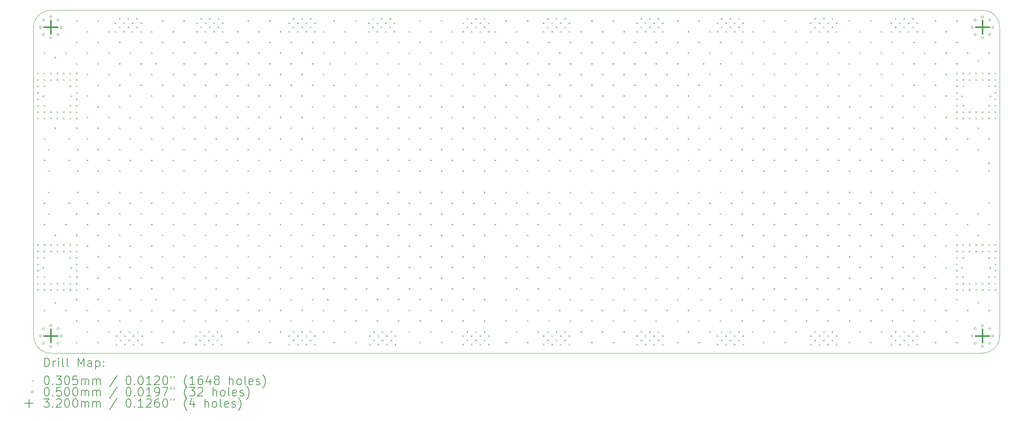
<source format=gbr>
%TF.GenerationSoftware,KiCad,Pcbnew,7.0.8*%
%TF.CreationDate,2023-11-12T21:22:33-08:00*%
%TF.ProjectId,10p-battery-holder,3130702d-6261-4747-9465-72792d686f6c,V1*%
%TF.SameCoordinates,Original*%
%TF.FileFunction,Drillmap*%
%TF.FilePolarity,Positive*%
%FSLAX45Y45*%
G04 Gerber Fmt 4.5, Leading zero omitted, Abs format (unit mm)*
G04 Created by KiCad (PCBNEW 7.0.8) date 2023-11-12 21:22:33*
%MOMM*%
%LPD*%
G01*
G04 APERTURE LIST*
%ADD10C,0.100000*%
%ADD11C,0.200000*%
%ADD12C,0.030480*%
%ADD13C,0.050000*%
%ADD14C,0.320000*%
G04 APERTURE END LIST*
D10*
X26100000Y-13050000D02*
X4400000Y-13050000D01*
X26500000Y-5450000D02*
X26500000Y-12650000D01*
X26100000Y-13050000D02*
G75*
G03*
X26500000Y-12650000I0J400000D01*
G01*
X4000000Y-12650000D02*
G75*
G03*
X4400000Y-13050000I400000J0D01*
G01*
X4400000Y-5050000D02*
G75*
G03*
X4000000Y-5450000I0J-400000D01*
G01*
X4400000Y-5050000D02*
X26100000Y-5050000D01*
X4000000Y-12650000D02*
X4000000Y-5450000D01*
X26500000Y-5450000D02*
G75*
G03*
X26100000Y-5050000I-400000J0D01*
G01*
D11*
D12*
X4084760Y-6509760D02*
X4115240Y-6540240D01*
X4115240Y-6509760D02*
X4084760Y-6540240D01*
X4084760Y-6659760D02*
X4115240Y-6690240D01*
X4115240Y-6659760D02*
X4084760Y-6690240D01*
X4084760Y-6809760D02*
X4115240Y-6840240D01*
X4115240Y-6809760D02*
X4084760Y-6840240D01*
X4084760Y-6959760D02*
X4115240Y-6990240D01*
X4115240Y-6959760D02*
X4084760Y-6990240D01*
X4084760Y-7109760D02*
X4115240Y-7140240D01*
X4115240Y-7109760D02*
X4084760Y-7140240D01*
X4084760Y-7259760D02*
X4115240Y-7290240D01*
X4115240Y-7259760D02*
X4084760Y-7290240D01*
X4084760Y-7409760D02*
X4115240Y-7440240D01*
X4115240Y-7409760D02*
X4084760Y-7440240D01*
X4084760Y-7559760D02*
X4115240Y-7590240D01*
X4115240Y-7559760D02*
X4084760Y-7590240D01*
X4084760Y-10509760D02*
X4115240Y-10540240D01*
X4115240Y-10509760D02*
X4084760Y-10540240D01*
X4084760Y-10659760D02*
X4115240Y-10690240D01*
X4115240Y-10659760D02*
X4084760Y-10690240D01*
X4084760Y-10809760D02*
X4115240Y-10840240D01*
X4115240Y-10809760D02*
X4084760Y-10840240D01*
X4084760Y-10959760D02*
X4115240Y-10990240D01*
X4115240Y-10959760D02*
X4084760Y-10990240D01*
X4084760Y-11109760D02*
X4115240Y-11140240D01*
X4115240Y-11109760D02*
X4084760Y-11140240D01*
X4084760Y-11259760D02*
X4115240Y-11290240D01*
X4115240Y-11259760D02*
X4084760Y-11290240D01*
X4084760Y-11409760D02*
X4115240Y-11440240D01*
X4115240Y-11409760D02*
X4084760Y-11440240D01*
X4084760Y-11559760D02*
X4115240Y-11590240D01*
X4115240Y-11559760D02*
X4084760Y-11590240D01*
X4204905Y-7040385D02*
X4235385Y-7070865D01*
X4235385Y-7040385D02*
X4204905Y-7070865D01*
X4204905Y-11040385D02*
X4235385Y-11070865D01*
X4235385Y-11040385D02*
X4204905Y-11070865D01*
X4234760Y-6034760D02*
X4265240Y-6065240D01*
X4265240Y-6034760D02*
X4234760Y-6065240D01*
X4234760Y-6509760D02*
X4265240Y-6540240D01*
X4265240Y-6509760D02*
X4234760Y-6540240D01*
X4234760Y-6659760D02*
X4265240Y-6690240D01*
X4265240Y-6659760D02*
X4234760Y-6690240D01*
X4234760Y-6809760D02*
X4265240Y-6840240D01*
X4265240Y-6809760D02*
X4234760Y-6840240D01*
X4234760Y-7259760D02*
X4265240Y-7290240D01*
X4265240Y-7259760D02*
X4234760Y-7290240D01*
X4234760Y-7409760D02*
X4265240Y-7440240D01*
X4265240Y-7409760D02*
X4234760Y-7440240D01*
X4234760Y-7559760D02*
X4265240Y-7590240D01*
X4265240Y-7559760D02*
X4234760Y-7590240D01*
X4234760Y-8034760D02*
X4265240Y-8065240D01*
X4265240Y-8034760D02*
X4234760Y-8065240D01*
X4234760Y-8534760D02*
X4265240Y-8565240D01*
X4265240Y-8534760D02*
X4234760Y-8565240D01*
X4234760Y-9534760D02*
X4265240Y-9565240D01*
X4265240Y-9534760D02*
X4234760Y-9565240D01*
X4234760Y-10034760D02*
X4265240Y-10065240D01*
X4265240Y-10034760D02*
X4234760Y-10065240D01*
X4234760Y-10509760D02*
X4265240Y-10540240D01*
X4265240Y-10509760D02*
X4234760Y-10540240D01*
X4234760Y-10659760D02*
X4265240Y-10690240D01*
X4265240Y-10659760D02*
X4234760Y-10690240D01*
X4234760Y-10809760D02*
X4265240Y-10840240D01*
X4265240Y-10809760D02*
X4234760Y-10840240D01*
X4234760Y-11259760D02*
X4265240Y-11290240D01*
X4265240Y-11259760D02*
X4234760Y-11290240D01*
X4234760Y-11409760D02*
X4265240Y-11440240D01*
X4265240Y-11409760D02*
X4234760Y-11440240D01*
X4234760Y-11559760D02*
X4265240Y-11590240D01*
X4265240Y-11559760D02*
X4234760Y-11590240D01*
X4234760Y-12034760D02*
X4265240Y-12065240D01*
X4265240Y-12034760D02*
X4234760Y-12065240D01*
X4334760Y-8284760D02*
X4365240Y-8315240D01*
X4365240Y-8284760D02*
X4334760Y-8315240D01*
X4334760Y-8784760D02*
X4365240Y-8815240D01*
X4365240Y-8784760D02*
X4334760Y-8815240D01*
X4334760Y-9284760D02*
X4365240Y-9315240D01*
X4365240Y-9284760D02*
X4334760Y-9315240D01*
X4334760Y-9784760D02*
X4365240Y-9815240D01*
X4365240Y-9784760D02*
X4334760Y-9815240D01*
X4384760Y-6509760D02*
X4415240Y-6540240D01*
X4415240Y-6509760D02*
X4384760Y-6540240D01*
X4384760Y-6659760D02*
X4415240Y-6690240D01*
X4415240Y-6659760D02*
X4384760Y-6690240D01*
X4384760Y-7409760D02*
X4415240Y-7440240D01*
X4415240Y-7409760D02*
X4384760Y-7440240D01*
X4384760Y-7559760D02*
X4415240Y-7590240D01*
X4415240Y-7559760D02*
X4384760Y-7590240D01*
X4384760Y-10509760D02*
X4415240Y-10540240D01*
X4415240Y-10509760D02*
X4384760Y-10540240D01*
X4384760Y-10659760D02*
X4415240Y-10690240D01*
X4415240Y-10659760D02*
X4384760Y-10690240D01*
X4384760Y-11409760D02*
X4415240Y-11440240D01*
X4415240Y-11409760D02*
X4384760Y-11440240D01*
X4384760Y-11559760D02*
X4415240Y-11590240D01*
X4415240Y-11559760D02*
X4384760Y-11590240D01*
X4484760Y-6134760D02*
X4515240Y-6165240D01*
X4515240Y-6134760D02*
X4484760Y-6165240D01*
X4484760Y-7784760D02*
X4515240Y-7815240D01*
X4515240Y-7784760D02*
X4484760Y-7815240D01*
X4484760Y-10284760D02*
X4515240Y-10315240D01*
X4515240Y-10284760D02*
X4484760Y-10315240D01*
X4484760Y-11859760D02*
X4515240Y-11890240D01*
X4515240Y-11859760D02*
X4484760Y-11890240D01*
X4534760Y-6509760D02*
X4565240Y-6540240D01*
X4565240Y-6509760D02*
X4534760Y-6540240D01*
X4534760Y-6659760D02*
X4565240Y-6690240D01*
X4565240Y-6659760D02*
X4534760Y-6690240D01*
X4534760Y-7409760D02*
X4565240Y-7440240D01*
X4565240Y-7409760D02*
X4534760Y-7440240D01*
X4534760Y-7559760D02*
X4565240Y-7590240D01*
X4565240Y-7559760D02*
X4534760Y-7590240D01*
X4534760Y-10509760D02*
X4565240Y-10540240D01*
X4565240Y-10509760D02*
X4534760Y-10540240D01*
X4534760Y-10659760D02*
X4565240Y-10690240D01*
X4565240Y-10659760D02*
X4534760Y-10690240D01*
X4534760Y-11409760D02*
X4565240Y-11440240D01*
X4565240Y-11409760D02*
X4534760Y-11440240D01*
X4534760Y-11559760D02*
X4565240Y-11590240D01*
X4565240Y-11559760D02*
X4534760Y-11590240D01*
X4684760Y-6509760D02*
X4715240Y-6540240D01*
X4715240Y-6509760D02*
X4684760Y-6540240D01*
X4684760Y-6659760D02*
X4715240Y-6690240D01*
X4715240Y-6659760D02*
X4684760Y-6690240D01*
X4684760Y-7409760D02*
X4715240Y-7440240D01*
X4715240Y-7409760D02*
X4684760Y-7440240D01*
X4684760Y-7559760D02*
X4715240Y-7590240D01*
X4715240Y-7559760D02*
X4684760Y-7590240D01*
X4684760Y-10509760D02*
X4715240Y-10540240D01*
X4715240Y-10509760D02*
X4684760Y-10540240D01*
X4684760Y-10659760D02*
X4715240Y-10690240D01*
X4715240Y-10659760D02*
X4684760Y-10690240D01*
X4684760Y-11409760D02*
X4715240Y-11440240D01*
X4715240Y-11409760D02*
X4684760Y-11440240D01*
X4684760Y-11559760D02*
X4715240Y-11590240D01*
X4715240Y-11559760D02*
X4684760Y-11590240D01*
X4734760Y-6034760D02*
X4765240Y-6065240D01*
X4765240Y-6034760D02*
X4734760Y-6065240D01*
X4734760Y-10034760D02*
X4765240Y-10065240D01*
X4765240Y-10034760D02*
X4734760Y-10065240D01*
X4734760Y-12034760D02*
X4765240Y-12065240D01*
X4765240Y-12034760D02*
X4734760Y-12065240D01*
X4809760Y-8034760D02*
X4840240Y-8065240D01*
X4840240Y-8034760D02*
X4809760Y-8065240D01*
X4809760Y-8534760D02*
X4840240Y-8565240D01*
X4840240Y-8534760D02*
X4809760Y-8565240D01*
X4809760Y-9534760D02*
X4840240Y-9565240D01*
X4840240Y-9534760D02*
X4809760Y-9565240D01*
X4834760Y-6509760D02*
X4865240Y-6540240D01*
X4865240Y-6509760D02*
X4834760Y-6540240D01*
X4834760Y-6659760D02*
X4865240Y-6690240D01*
X4865240Y-6659760D02*
X4834760Y-6690240D01*
X4834760Y-6809760D02*
X4865240Y-6840240D01*
X4865240Y-6809760D02*
X4834760Y-6840240D01*
X4834760Y-7259760D02*
X4865240Y-7290240D01*
X4865240Y-7259760D02*
X4834760Y-7290240D01*
X4834760Y-7409760D02*
X4865240Y-7440240D01*
X4865240Y-7409760D02*
X4834760Y-7440240D01*
X4834760Y-7559760D02*
X4865240Y-7590240D01*
X4865240Y-7559760D02*
X4834760Y-7590240D01*
X4834760Y-10509760D02*
X4865240Y-10540240D01*
X4865240Y-10509760D02*
X4834760Y-10540240D01*
X4834760Y-10659760D02*
X4865240Y-10690240D01*
X4865240Y-10659760D02*
X4834760Y-10690240D01*
X4834760Y-10809760D02*
X4865240Y-10840240D01*
X4865240Y-10809760D02*
X4834760Y-10840240D01*
X4834760Y-11259760D02*
X4865240Y-11290240D01*
X4865240Y-11259760D02*
X4834760Y-11290240D01*
X4834760Y-11409760D02*
X4865240Y-11440240D01*
X4865240Y-11409760D02*
X4834760Y-11440240D01*
X4834760Y-11559760D02*
X4865240Y-11590240D01*
X4865240Y-11559760D02*
X4834760Y-11590240D01*
X4862807Y-7041998D02*
X4893287Y-7072478D01*
X4893287Y-7041998D02*
X4862807Y-7072478D01*
X4862807Y-11041998D02*
X4893287Y-11072478D01*
X4893287Y-11041998D02*
X4862807Y-11072478D01*
X4984760Y-5284760D02*
X5015240Y-5315240D01*
X5015240Y-5284760D02*
X4984760Y-5315240D01*
X4984760Y-5784760D02*
X5015240Y-5815240D01*
X5015240Y-5784760D02*
X4984760Y-5815240D01*
X4984760Y-6284760D02*
X5015240Y-6315240D01*
X5015240Y-6284760D02*
X4984760Y-6315240D01*
X4984760Y-6509760D02*
X5015240Y-6540240D01*
X5015240Y-6509760D02*
X4984760Y-6540240D01*
X4984760Y-6659760D02*
X5015240Y-6690240D01*
X5015240Y-6659760D02*
X4984760Y-6690240D01*
X4984760Y-6809760D02*
X5015240Y-6840240D01*
X5015240Y-6809760D02*
X4984760Y-6840240D01*
X4984760Y-6959760D02*
X5015240Y-6990240D01*
X5015240Y-6959760D02*
X4984760Y-6990240D01*
X4984760Y-7109760D02*
X5015240Y-7140240D01*
X5015240Y-7109760D02*
X4984760Y-7140240D01*
X4984760Y-7259760D02*
X5015240Y-7290240D01*
X5015240Y-7259760D02*
X4984760Y-7290240D01*
X4984760Y-7409760D02*
X5015240Y-7440240D01*
X5015240Y-7409760D02*
X4984760Y-7440240D01*
X4984760Y-7559760D02*
X5015240Y-7590240D01*
X5015240Y-7559760D02*
X4984760Y-7590240D01*
X4984760Y-7784760D02*
X5015240Y-7815240D01*
X5015240Y-7784760D02*
X4984760Y-7815240D01*
X4984760Y-9784760D02*
X5015240Y-9815240D01*
X5015240Y-9784760D02*
X4984760Y-9815240D01*
X4984760Y-10284760D02*
X5015240Y-10315240D01*
X5015240Y-10284760D02*
X4984760Y-10315240D01*
X4984760Y-10509760D02*
X5015240Y-10540240D01*
X5015240Y-10509760D02*
X4984760Y-10540240D01*
X4984760Y-10659760D02*
X5015240Y-10690240D01*
X5015240Y-10659760D02*
X4984760Y-10690240D01*
X4984760Y-10809760D02*
X5015240Y-10840240D01*
X5015240Y-10809760D02*
X4984760Y-10840240D01*
X4984760Y-10959760D02*
X5015240Y-10990240D01*
X5015240Y-10959760D02*
X4984760Y-10990240D01*
X4984760Y-11109760D02*
X5015240Y-11140240D01*
X5015240Y-11109760D02*
X4984760Y-11140240D01*
X4984760Y-11259760D02*
X5015240Y-11290240D01*
X5015240Y-11259760D02*
X4984760Y-11290240D01*
X4984760Y-11409760D02*
X5015240Y-11440240D01*
X5015240Y-11409760D02*
X4984760Y-11440240D01*
X4984760Y-11559760D02*
X5015240Y-11590240D01*
X5015240Y-11559760D02*
X4984760Y-11590240D01*
X4984760Y-11784760D02*
X5015240Y-11815240D01*
X5015240Y-11784760D02*
X4984760Y-11815240D01*
X4984760Y-12284760D02*
X5015240Y-12315240D01*
X5015240Y-12284760D02*
X4984760Y-12315240D01*
X4984760Y-12784760D02*
X5015240Y-12815240D01*
X5015240Y-12784760D02*
X4984760Y-12815240D01*
X5009760Y-8284760D02*
X5040240Y-8315240D01*
X5040240Y-8284760D02*
X5009760Y-8315240D01*
X5009760Y-8784760D02*
X5040240Y-8815240D01*
X5040240Y-8784760D02*
X5009760Y-8815240D01*
X5009760Y-9284760D02*
X5040240Y-9315240D01*
X5040240Y-9284760D02*
X5009760Y-9315240D01*
X5234760Y-5534760D02*
X5265240Y-5565240D01*
X5265240Y-5534760D02*
X5234760Y-5565240D01*
X5234760Y-6034760D02*
X5265240Y-6065240D01*
X5265240Y-6034760D02*
X5234760Y-6065240D01*
X5234760Y-6534760D02*
X5265240Y-6565240D01*
X5265240Y-6534760D02*
X5234760Y-6565240D01*
X5234760Y-7034760D02*
X5265240Y-7065240D01*
X5265240Y-7034760D02*
X5234760Y-7065240D01*
X5234760Y-7534760D02*
X5265240Y-7565240D01*
X5265240Y-7534760D02*
X5234760Y-7565240D01*
X5234760Y-8034760D02*
X5265240Y-8065240D01*
X5265240Y-8034760D02*
X5234760Y-8065240D01*
X5234760Y-8534760D02*
X5265240Y-8565240D01*
X5265240Y-8534760D02*
X5234760Y-8565240D01*
X5234760Y-9534760D02*
X5265240Y-9565240D01*
X5265240Y-9534760D02*
X5234760Y-9565240D01*
X5234760Y-10034760D02*
X5265240Y-10065240D01*
X5265240Y-10034760D02*
X5234760Y-10065240D01*
X5234760Y-10534760D02*
X5265240Y-10565240D01*
X5265240Y-10534760D02*
X5234760Y-10565240D01*
X5234760Y-11034760D02*
X5265240Y-11065240D01*
X5265240Y-11034760D02*
X5234760Y-11065240D01*
X5234760Y-11534760D02*
X5265240Y-11565240D01*
X5265240Y-11534760D02*
X5234760Y-11565240D01*
X5234760Y-12034760D02*
X5265240Y-12065240D01*
X5265240Y-12034760D02*
X5234760Y-12065240D01*
X5234760Y-12534760D02*
X5265240Y-12565240D01*
X5265240Y-12534760D02*
X5234760Y-12565240D01*
X5484760Y-5284760D02*
X5515240Y-5315240D01*
X5515240Y-5284760D02*
X5484760Y-5315240D01*
X5484760Y-5784760D02*
X5515240Y-5815240D01*
X5515240Y-5784760D02*
X5484760Y-5815240D01*
X5484760Y-6284760D02*
X5515240Y-6315240D01*
X5515240Y-6284760D02*
X5484760Y-6315240D01*
X5484760Y-6784760D02*
X5515240Y-6815240D01*
X5515240Y-6784760D02*
X5484760Y-6815240D01*
X5484760Y-7284760D02*
X5515240Y-7315240D01*
X5515240Y-7284760D02*
X5484760Y-7315240D01*
X5484760Y-7784760D02*
X5515240Y-7815240D01*
X5515240Y-7784760D02*
X5484760Y-7815240D01*
X5484760Y-8284760D02*
X5515240Y-8315240D01*
X5515240Y-8284760D02*
X5484760Y-8315240D01*
X5484760Y-8784760D02*
X5515240Y-8815240D01*
X5515240Y-8784760D02*
X5484760Y-8815240D01*
X5484760Y-9284760D02*
X5515240Y-9315240D01*
X5515240Y-9284760D02*
X5484760Y-9315240D01*
X5484760Y-9784760D02*
X5515240Y-9815240D01*
X5515240Y-9784760D02*
X5484760Y-9815240D01*
X5484760Y-10284760D02*
X5515240Y-10315240D01*
X5515240Y-10284760D02*
X5484760Y-10315240D01*
X5484760Y-10784760D02*
X5515240Y-10815240D01*
X5515240Y-10784760D02*
X5484760Y-10815240D01*
X5484760Y-11284760D02*
X5515240Y-11315240D01*
X5515240Y-11284760D02*
X5484760Y-11315240D01*
X5484760Y-11784760D02*
X5515240Y-11815240D01*
X5515240Y-11784760D02*
X5484760Y-11815240D01*
X5484760Y-12284760D02*
X5515240Y-12315240D01*
X5515240Y-12284760D02*
X5484760Y-12315240D01*
X5484760Y-12784760D02*
X5515240Y-12815240D01*
X5515240Y-12784760D02*
X5484760Y-12815240D01*
X5734760Y-5534760D02*
X5765240Y-5565240D01*
X5765240Y-5534760D02*
X5734760Y-5565240D01*
X5734760Y-6034760D02*
X5765240Y-6065240D01*
X5765240Y-6034760D02*
X5734760Y-6065240D01*
X5734760Y-6534760D02*
X5765240Y-6565240D01*
X5765240Y-6534760D02*
X5734760Y-6565240D01*
X5734760Y-7034760D02*
X5765240Y-7065240D01*
X5765240Y-7034760D02*
X5734760Y-7065240D01*
X5734760Y-7534760D02*
X5765240Y-7565240D01*
X5765240Y-7534760D02*
X5734760Y-7565240D01*
X5734760Y-8034760D02*
X5765240Y-8065240D01*
X5765240Y-8034760D02*
X5734760Y-8065240D01*
X5734760Y-8534760D02*
X5765240Y-8565240D01*
X5765240Y-8534760D02*
X5734760Y-8565240D01*
X5734760Y-9534760D02*
X5765240Y-9565240D01*
X5765240Y-9534760D02*
X5734760Y-9565240D01*
X5734760Y-10034760D02*
X5765240Y-10065240D01*
X5765240Y-10034760D02*
X5734760Y-10065240D01*
X5734760Y-10534760D02*
X5765240Y-10565240D01*
X5765240Y-10534760D02*
X5734760Y-10565240D01*
X5734760Y-11034760D02*
X5765240Y-11065240D01*
X5765240Y-11034760D02*
X5734760Y-11065240D01*
X5734760Y-11534760D02*
X5765240Y-11565240D01*
X5765240Y-11534760D02*
X5734760Y-11565240D01*
X5734760Y-12034760D02*
X5765240Y-12065240D01*
X5765240Y-12034760D02*
X5734760Y-12065240D01*
X5734760Y-12534760D02*
X5765240Y-12565240D01*
X5765240Y-12534760D02*
X5734760Y-12565240D01*
X5884760Y-5334760D02*
X5915240Y-5365240D01*
X5915240Y-5334760D02*
X5884760Y-5365240D01*
X5884760Y-5534760D02*
X5915240Y-5565240D01*
X5915240Y-5534760D02*
X5884760Y-5565240D01*
X5909760Y-12634760D02*
X5940240Y-12665240D01*
X5940240Y-12634760D02*
X5909760Y-12665240D01*
X5909760Y-12834760D02*
X5940240Y-12865240D01*
X5940240Y-12834760D02*
X5909760Y-12865240D01*
X5984760Y-5234760D02*
X6015240Y-5265240D01*
X6015240Y-5234760D02*
X5984760Y-5265240D01*
X5984760Y-5434760D02*
X6015240Y-5465240D01*
X6015240Y-5434760D02*
X5984760Y-5465240D01*
X5984760Y-5784760D02*
X6015240Y-5815240D01*
X6015240Y-5784760D02*
X5984760Y-5815240D01*
X5984760Y-6284760D02*
X6015240Y-6315240D01*
X6015240Y-6284760D02*
X5984760Y-6315240D01*
X5984760Y-6784760D02*
X6015240Y-6815240D01*
X6015240Y-6784760D02*
X5984760Y-6815240D01*
X5984760Y-7284760D02*
X6015240Y-7315240D01*
X6015240Y-7284760D02*
X5984760Y-7315240D01*
X5984760Y-7784760D02*
X6015240Y-7815240D01*
X6015240Y-7784760D02*
X5984760Y-7815240D01*
X5984760Y-8284760D02*
X6015240Y-8315240D01*
X6015240Y-8284760D02*
X5984760Y-8315240D01*
X5984760Y-8784760D02*
X6015240Y-8815240D01*
X6015240Y-8784760D02*
X5984760Y-8815240D01*
X5984760Y-9284760D02*
X6015240Y-9315240D01*
X6015240Y-9284760D02*
X5984760Y-9315240D01*
X5984760Y-9784760D02*
X6015240Y-9815240D01*
X6015240Y-9784760D02*
X5984760Y-9815240D01*
X5984760Y-10284760D02*
X6015240Y-10315240D01*
X6015240Y-10284760D02*
X5984760Y-10315240D01*
X5984760Y-10784760D02*
X6015240Y-10815240D01*
X6015240Y-10784760D02*
X5984760Y-10815240D01*
X5984760Y-11284760D02*
X6015240Y-11315240D01*
X6015240Y-11284760D02*
X5984760Y-11315240D01*
X5984760Y-11784760D02*
X6015240Y-11815240D01*
X6015240Y-11784760D02*
X5984760Y-11815240D01*
X5984760Y-12284760D02*
X6015240Y-12315240D01*
X6015240Y-12284760D02*
X5984760Y-12315240D01*
X6009760Y-12534760D02*
X6040240Y-12565240D01*
X6040240Y-12534760D02*
X6009760Y-12565240D01*
X6009760Y-12734760D02*
X6040240Y-12765240D01*
X6040240Y-12734760D02*
X6009760Y-12765240D01*
X6084760Y-5334760D02*
X6115240Y-5365240D01*
X6115240Y-5334760D02*
X6084760Y-5365240D01*
X6084760Y-5534760D02*
X6115240Y-5565240D01*
X6115240Y-5534760D02*
X6084760Y-5565240D01*
X6109760Y-12634760D02*
X6140240Y-12665240D01*
X6140240Y-12634760D02*
X6109760Y-12665240D01*
X6109760Y-12834760D02*
X6140240Y-12865240D01*
X6140240Y-12834760D02*
X6109760Y-12865240D01*
X6184760Y-5234760D02*
X6215240Y-5265240D01*
X6215240Y-5234760D02*
X6184760Y-5265240D01*
X6184760Y-5434760D02*
X6215240Y-5465240D01*
X6215240Y-5434760D02*
X6184760Y-5465240D01*
X6209760Y-12534760D02*
X6240240Y-12565240D01*
X6240240Y-12534760D02*
X6209760Y-12565240D01*
X6209760Y-12734760D02*
X6240240Y-12765240D01*
X6240240Y-12734760D02*
X6209760Y-12765240D01*
X6234760Y-6034760D02*
X6265240Y-6065240D01*
X6265240Y-6034760D02*
X6234760Y-6065240D01*
X6234760Y-6534760D02*
X6265240Y-6565240D01*
X6265240Y-6534760D02*
X6234760Y-6565240D01*
X6234760Y-7034760D02*
X6265240Y-7065240D01*
X6265240Y-7034760D02*
X6234760Y-7065240D01*
X6234760Y-7534760D02*
X6265240Y-7565240D01*
X6265240Y-7534760D02*
X6234760Y-7565240D01*
X6234760Y-8034760D02*
X6265240Y-8065240D01*
X6265240Y-8034760D02*
X6234760Y-8065240D01*
X6234760Y-8534760D02*
X6265240Y-8565240D01*
X6265240Y-8534760D02*
X6234760Y-8565240D01*
X6234760Y-9534760D02*
X6265240Y-9565240D01*
X6265240Y-9534760D02*
X6234760Y-9565240D01*
X6234760Y-10034760D02*
X6265240Y-10065240D01*
X6265240Y-10034760D02*
X6234760Y-10065240D01*
X6234760Y-10534760D02*
X6265240Y-10565240D01*
X6265240Y-10534760D02*
X6234760Y-10565240D01*
X6234760Y-11034760D02*
X6265240Y-11065240D01*
X6265240Y-11034760D02*
X6234760Y-11065240D01*
X6234760Y-11534760D02*
X6265240Y-11565240D01*
X6265240Y-11534760D02*
X6234760Y-11565240D01*
X6234760Y-12034760D02*
X6265240Y-12065240D01*
X6265240Y-12034760D02*
X6234760Y-12065240D01*
X6284760Y-5334760D02*
X6315240Y-5365240D01*
X6315240Y-5334760D02*
X6284760Y-5365240D01*
X6284760Y-5534760D02*
X6315240Y-5565240D01*
X6315240Y-5534760D02*
X6284760Y-5565240D01*
X6309760Y-12634760D02*
X6340240Y-12665240D01*
X6340240Y-12634760D02*
X6309760Y-12665240D01*
X6309760Y-12834760D02*
X6340240Y-12865240D01*
X6340240Y-12834760D02*
X6309760Y-12865240D01*
X6384760Y-5234760D02*
X6415240Y-5265240D01*
X6415240Y-5234760D02*
X6384760Y-5265240D01*
X6384760Y-5434760D02*
X6415240Y-5465240D01*
X6415240Y-5434760D02*
X6384760Y-5465240D01*
X6409760Y-12534760D02*
X6440240Y-12565240D01*
X6440240Y-12534760D02*
X6409760Y-12565240D01*
X6409760Y-12734760D02*
X6440240Y-12765240D01*
X6440240Y-12734760D02*
X6409760Y-12765240D01*
X6484760Y-5334760D02*
X6515240Y-5365240D01*
X6515240Y-5334760D02*
X6484760Y-5365240D01*
X6484760Y-5534760D02*
X6515240Y-5565240D01*
X6515240Y-5534760D02*
X6484760Y-5565240D01*
X6484760Y-5784760D02*
X6515240Y-5815240D01*
X6515240Y-5784760D02*
X6484760Y-5815240D01*
X6484760Y-6284760D02*
X6515240Y-6315240D01*
X6515240Y-6284760D02*
X6484760Y-6315240D01*
X6484760Y-6784760D02*
X6515240Y-6815240D01*
X6515240Y-6784760D02*
X6484760Y-6815240D01*
X6484760Y-7284760D02*
X6515240Y-7315240D01*
X6515240Y-7284760D02*
X6484760Y-7315240D01*
X6484760Y-7784760D02*
X6515240Y-7815240D01*
X6515240Y-7784760D02*
X6484760Y-7815240D01*
X6484760Y-8284760D02*
X6515240Y-8315240D01*
X6515240Y-8284760D02*
X6484760Y-8315240D01*
X6484760Y-8784760D02*
X6515240Y-8815240D01*
X6515240Y-8784760D02*
X6484760Y-8815240D01*
X6484760Y-9284760D02*
X6515240Y-9315240D01*
X6515240Y-9284760D02*
X6484760Y-9315240D01*
X6484760Y-9784760D02*
X6515240Y-9815240D01*
X6515240Y-9784760D02*
X6484760Y-9815240D01*
X6484760Y-10284760D02*
X6515240Y-10315240D01*
X6515240Y-10284760D02*
X6484760Y-10315240D01*
X6484760Y-10784760D02*
X6515240Y-10815240D01*
X6515240Y-10784760D02*
X6484760Y-10815240D01*
X6484760Y-11284760D02*
X6515240Y-11315240D01*
X6515240Y-11284760D02*
X6484760Y-11315240D01*
X6484760Y-11784760D02*
X6515240Y-11815240D01*
X6515240Y-11784760D02*
X6484760Y-11815240D01*
X6484760Y-12284760D02*
X6515240Y-12315240D01*
X6515240Y-12284760D02*
X6484760Y-12315240D01*
X6509760Y-12634760D02*
X6540240Y-12665240D01*
X6540240Y-12634760D02*
X6509760Y-12665240D01*
X6509760Y-12834760D02*
X6540240Y-12865240D01*
X6540240Y-12834760D02*
X6509760Y-12865240D01*
X6734760Y-5534760D02*
X6765240Y-5565240D01*
X6765240Y-5534760D02*
X6734760Y-5565240D01*
X6734760Y-6034760D02*
X6765240Y-6065240D01*
X6765240Y-6034760D02*
X6734760Y-6065240D01*
X6734760Y-6534760D02*
X6765240Y-6565240D01*
X6765240Y-6534760D02*
X6734760Y-6565240D01*
X6734760Y-7034760D02*
X6765240Y-7065240D01*
X6765240Y-7034760D02*
X6734760Y-7065240D01*
X6734760Y-7534760D02*
X6765240Y-7565240D01*
X6765240Y-7534760D02*
X6734760Y-7565240D01*
X6734760Y-8034760D02*
X6765240Y-8065240D01*
X6765240Y-8034760D02*
X6734760Y-8065240D01*
X6734760Y-8534760D02*
X6765240Y-8565240D01*
X6765240Y-8534760D02*
X6734760Y-8565240D01*
X6734760Y-9534760D02*
X6765240Y-9565240D01*
X6765240Y-9534760D02*
X6734760Y-9565240D01*
X6734760Y-10034760D02*
X6765240Y-10065240D01*
X6765240Y-10034760D02*
X6734760Y-10065240D01*
X6734760Y-10534760D02*
X6765240Y-10565240D01*
X6765240Y-10534760D02*
X6734760Y-10565240D01*
X6734760Y-11034760D02*
X6765240Y-11065240D01*
X6765240Y-11034760D02*
X6734760Y-11065240D01*
X6734760Y-11534760D02*
X6765240Y-11565240D01*
X6765240Y-11534760D02*
X6734760Y-11565240D01*
X6734760Y-12034760D02*
X6765240Y-12065240D01*
X6765240Y-12034760D02*
X6734760Y-12065240D01*
X6734760Y-12534760D02*
X6765240Y-12565240D01*
X6765240Y-12534760D02*
X6734760Y-12565240D01*
X6834760Y-6284760D02*
X6865240Y-6315240D01*
X6865240Y-6284760D02*
X6834760Y-6315240D01*
X6834760Y-11784760D02*
X6865240Y-11815240D01*
X6865240Y-11784760D02*
X6834760Y-11815240D01*
X6984760Y-5284760D02*
X7015240Y-5315240D01*
X7015240Y-5284760D02*
X6984760Y-5315240D01*
X6984760Y-5784760D02*
X7015240Y-5815240D01*
X7015240Y-5784760D02*
X6984760Y-5815240D01*
X6984760Y-6784760D02*
X7015240Y-6815240D01*
X7015240Y-6784760D02*
X6984760Y-6815240D01*
X6984760Y-7284760D02*
X7015240Y-7315240D01*
X7015240Y-7284760D02*
X6984760Y-7315240D01*
X6984760Y-7784760D02*
X7015240Y-7815240D01*
X7015240Y-7784760D02*
X6984760Y-7815240D01*
X6984760Y-8284760D02*
X7015240Y-8315240D01*
X7015240Y-8284760D02*
X6984760Y-8315240D01*
X6984760Y-8784760D02*
X7015240Y-8815240D01*
X7015240Y-8784760D02*
X6984760Y-8815240D01*
X6984760Y-9284760D02*
X7015240Y-9315240D01*
X7015240Y-9284760D02*
X6984760Y-9315240D01*
X6984760Y-9784760D02*
X7015240Y-9815240D01*
X7015240Y-9784760D02*
X6984760Y-9815240D01*
X6984760Y-10284760D02*
X7015240Y-10315240D01*
X7015240Y-10284760D02*
X6984760Y-10315240D01*
X6984760Y-10784760D02*
X7015240Y-10815240D01*
X7015240Y-10784760D02*
X6984760Y-10815240D01*
X6984760Y-11284760D02*
X7015240Y-11315240D01*
X7015240Y-11284760D02*
X6984760Y-11315240D01*
X6984760Y-12284760D02*
X7015240Y-12315240D01*
X7015240Y-12284760D02*
X6984760Y-12315240D01*
X6984760Y-12784760D02*
X7015240Y-12815240D01*
X7015240Y-12784760D02*
X6984760Y-12815240D01*
X7234760Y-5534760D02*
X7265240Y-5565240D01*
X7265240Y-5534760D02*
X7234760Y-5565240D01*
X7234760Y-6034760D02*
X7265240Y-6065240D01*
X7265240Y-6034760D02*
X7234760Y-6065240D01*
X7234760Y-6534760D02*
X7265240Y-6565240D01*
X7265240Y-6534760D02*
X7234760Y-6565240D01*
X7234760Y-7034760D02*
X7265240Y-7065240D01*
X7265240Y-7034760D02*
X7234760Y-7065240D01*
X7234760Y-7534760D02*
X7265240Y-7565240D01*
X7265240Y-7534760D02*
X7234760Y-7565240D01*
X7234760Y-8034760D02*
X7265240Y-8065240D01*
X7265240Y-8034760D02*
X7234760Y-8065240D01*
X7234760Y-8534760D02*
X7265240Y-8565240D01*
X7265240Y-8534760D02*
X7234760Y-8565240D01*
X7234760Y-9534760D02*
X7265240Y-9565240D01*
X7265240Y-9534760D02*
X7234760Y-9565240D01*
X7234760Y-10034760D02*
X7265240Y-10065240D01*
X7265240Y-10034760D02*
X7234760Y-10065240D01*
X7234760Y-10534760D02*
X7265240Y-10565240D01*
X7265240Y-10534760D02*
X7234760Y-10565240D01*
X7234760Y-11034760D02*
X7265240Y-11065240D01*
X7265240Y-11034760D02*
X7234760Y-11065240D01*
X7234760Y-11534760D02*
X7265240Y-11565240D01*
X7265240Y-11534760D02*
X7234760Y-11565240D01*
X7234760Y-12034760D02*
X7265240Y-12065240D01*
X7265240Y-12034760D02*
X7234760Y-12065240D01*
X7234760Y-12534760D02*
X7265240Y-12565240D01*
X7265240Y-12534760D02*
X7234760Y-12565240D01*
X7484760Y-5284760D02*
X7515240Y-5315240D01*
X7515240Y-5284760D02*
X7484760Y-5315240D01*
X7484760Y-5784760D02*
X7515240Y-5815240D01*
X7515240Y-5784760D02*
X7484760Y-5815240D01*
X7484760Y-6284760D02*
X7515240Y-6315240D01*
X7515240Y-6284760D02*
X7484760Y-6315240D01*
X7484760Y-6784760D02*
X7515240Y-6815240D01*
X7515240Y-6784760D02*
X7484760Y-6815240D01*
X7484760Y-7284760D02*
X7515240Y-7315240D01*
X7515240Y-7284760D02*
X7484760Y-7315240D01*
X7484760Y-7784760D02*
X7515240Y-7815240D01*
X7515240Y-7784760D02*
X7484760Y-7815240D01*
X7484760Y-8284760D02*
X7515240Y-8315240D01*
X7515240Y-8284760D02*
X7484760Y-8315240D01*
X7484760Y-8784760D02*
X7515240Y-8815240D01*
X7515240Y-8784760D02*
X7484760Y-8815240D01*
X7484760Y-9284760D02*
X7515240Y-9315240D01*
X7515240Y-9284760D02*
X7484760Y-9315240D01*
X7484760Y-9784760D02*
X7515240Y-9815240D01*
X7515240Y-9784760D02*
X7484760Y-9815240D01*
X7484760Y-10284760D02*
X7515240Y-10315240D01*
X7515240Y-10284760D02*
X7484760Y-10315240D01*
X7484760Y-10784760D02*
X7515240Y-10815240D01*
X7515240Y-10784760D02*
X7484760Y-10815240D01*
X7484760Y-11284760D02*
X7515240Y-11315240D01*
X7515240Y-11284760D02*
X7484760Y-11315240D01*
X7484760Y-11784760D02*
X7515240Y-11815240D01*
X7515240Y-11784760D02*
X7484760Y-11815240D01*
X7484760Y-12284760D02*
X7515240Y-12315240D01*
X7515240Y-12284760D02*
X7484760Y-12315240D01*
X7484760Y-12784760D02*
X7515240Y-12815240D01*
X7515240Y-12784760D02*
X7484760Y-12815240D01*
X7734760Y-6034760D02*
X7765240Y-6065240D01*
X7765240Y-6034760D02*
X7734760Y-6065240D01*
X7734760Y-6534760D02*
X7765240Y-6565240D01*
X7765240Y-6534760D02*
X7734760Y-6565240D01*
X7734760Y-7034760D02*
X7765240Y-7065240D01*
X7765240Y-7034760D02*
X7734760Y-7065240D01*
X7734760Y-7534760D02*
X7765240Y-7565240D01*
X7765240Y-7534760D02*
X7734760Y-7565240D01*
X7734760Y-8034760D02*
X7765240Y-8065240D01*
X7765240Y-8034760D02*
X7734760Y-8065240D01*
X7734760Y-8534760D02*
X7765240Y-8565240D01*
X7765240Y-8534760D02*
X7734760Y-8565240D01*
X7734760Y-9534760D02*
X7765240Y-9565240D01*
X7765240Y-9534760D02*
X7734760Y-9565240D01*
X7734760Y-10034760D02*
X7765240Y-10065240D01*
X7765240Y-10034760D02*
X7734760Y-10065240D01*
X7734760Y-10534760D02*
X7765240Y-10565240D01*
X7765240Y-10534760D02*
X7734760Y-10565240D01*
X7734760Y-11034760D02*
X7765240Y-11065240D01*
X7765240Y-11034760D02*
X7734760Y-11065240D01*
X7734760Y-11534760D02*
X7765240Y-11565240D01*
X7765240Y-11534760D02*
X7734760Y-11565240D01*
X7734760Y-12034760D02*
X7765240Y-12065240D01*
X7765240Y-12034760D02*
X7734760Y-12065240D01*
X7759760Y-12634760D02*
X7790240Y-12665240D01*
X7790240Y-12634760D02*
X7759760Y-12665240D01*
X7759760Y-12834760D02*
X7790240Y-12865240D01*
X7790240Y-12834760D02*
X7759760Y-12865240D01*
X7784760Y-5334760D02*
X7815240Y-5365240D01*
X7815240Y-5334760D02*
X7784760Y-5365240D01*
X7784760Y-5534760D02*
X7815240Y-5565240D01*
X7815240Y-5534760D02*
X7784760Y-5565240D01*
X7859760Y-12534760D02*
X7890240Y-12565240D01*
X7890240Y-12534760D02*
X7859760Y-12565240D01*
X7859760Y-12734760D02*
X7890240Y-12765240D01*
X7890240Y-12734760D02*
X7859760Y-12765240D01*
X7884760Y-5234760D02*
X7915240Y-5265240D01*
X7915240Y-5234760D02*
X7884760Y-5265240D01*
X7884760Y-5434760D02*
X7915240Y-5465240D01*
X7915240Y-5434760D02*
X7884760Y-5465240D01*
X7959760Y-12634760D02*
X7990240Y-12665240D01*
X7990240Y-12634760D02*
X7959760Y-12665240D01*
X7959760Y-12834760D02*
X7990240Y-12865240D01*
X7990240Y-12834760D02*
X7959760Y-12865240D01*
X7984760Y-5334760D02*
X8015240Y-5365240D01*
X8015240Y-5334760D02*
X7984760Y-5365240D01*
X7984760Y-5534760D02*
X8015240Y-5565240D01*
X8015240Y-5534760D02*
X7984760Y-5565240D01*
X7984760Y-5784760D02*
X8015240Y-5815240D01*
X8015240Y-5784760D02*
X7984760Y-5815240D01*
X7984760Y-6284760D02*
X8015240Y-6315240D01*
X8015240Y-6284760D02*
X7984760Y-6315240D01*
X7984760Y-6784760D02*
X8015240Y-6815240D01*
X8015240Y-6784760D02*
X7984760Y-6815240D01*
X7984760Y-7284760D02*
X8015240Y-7315240D01*
X8015240Y-7284760D02*
X7984760Y-7315240D01*
X7984760Y-7784760D02*
X8015240Y-7815240D01*
X8015240Y-7784760D02*
X7984760Y-7815240D01*
X7984760Y-8284760D02*
X8015240Y-8315240D01*
X8015240Y-8284760D02*
X7984760Y-8315240D01*
X7984760Y-8784760D02*
X8015240Y-8815240D01*
X8015240Y-8784760D02*
X7984760Y-8815240D01*
X7984760Y-9284760D02*
X8015240Y-9315240D01*
X8015240Y-9284760D02*
X7984760Y-9315240D01*
X7984760Y-9784760D02*
X8015240Y-9815240D01*
X8015240Y-9784760D02*
X7984760Y-9815240D01*
X7984760Y-10284760D02*
X8015240Y-10315240D01*
X8015240Y-10284760D02*
X7984760Y-10315240D01*
X7984760Y-10784760D02*
X8015240Y-10815240D01*
X8015240Y-10784760D02*
X7984760Y-10815240D01*
X7984760Y-11284760D02*
X8015240Y-11315240D01*
X8015240Y-11284760D02*
X7984760Y-11315240D01*
X7984760Y-11784760D02*
X8015240Y-11815240D01*
X8015240Y-11784760D02*
X7984760Y-11815240D01*
X7984760Y-12284760D02*
X8015240Y-12315240D01*
X8015240Y-12284760D02*
X7984760Y-12315240D01*
X8059760Y-12534760D02*
X8090240Y-12565240D01*
X8090240Y-12534760D02*
X8059760Y-12565240D01*
X8059760Y-12734760D02*
X8090240Y-12765240D01*
X8090240Y-12734760D02*
X8059760Y-12765240D01*
X8084760Y-5234760D02*
X8115240Y-5265240D01*
X8115240Y-5234760D02*
X8084760Y-5265240D01*
X8084760Y-5434760D02*
X8115240Y-5465240D01*
X8115240Y-5434760D02*
X8084760Y-5465240D01*
X8159760Y-12634760D02*
X8190240Y-12665240D01*
X8190240Y-12634760D02*
X8159760Y-12665240D01*
X8159760Y-12834760D02*
X8190240Y-12865240D01*
X8190240Y-12834760D02*
X8159760Y-12865240D01*
X8184760Y-5334760D02*
X8215240Y-5365240D01*
X8215240Y-5334760D02*
X8184760Y-5365240D01*
X8184760Y-5534760D02*
X8215240Y-5565240D01*
X8215240Y-5534760D02*
X8184760Y-5565240D01*
X8234760Y-6034760D02*
X8265240Y-6065240D01*
X8265240Y-6034760D02*
X8234760Y-6065240D01*
X8234760Y-6534760D02*
X8265240Y-6565240D01*
X8265240Y-6534760D02*
X8234760Y-6565240D01*
X8234760Y-7034760D02*
X8265240Y-7065240D01*
X8265240Y-7034760D02*
X8234760Y-7065240D01*
X8234760Y-7534760D02*
X8265240Y-7565240D01*
X8265240Y-7534760D02*
X8234760Y-7565240D01*
X8234760Y-8034760D02*
X8265240Y-8065240D01*
X8265240Y-8034760D02*
X8234760Y-8065240D01*
X8234760Y-8534760D02*
X8265240Y-8565240D01*
X8265240Y-8534760D02*
X8234760Y-8565240D01*
X8234760Y-9534760D02*
X8265240Y-9565240D01*
X8265240Y-9534760D02*
X8234760Y-9565240D01*
X8234760Y-10034760D02*
X8265240Y-10065240D01*
X8265240Y-10034760D02*
X8234760Y-10065240D01*
X8234760Y-10534760D02*
X8265240Y-10565240D01*
X8265240Y-10534760D02*
X8234760Y-10565240D01*
X8234760Y-11034760D02*
X8265240Y-11065240D01*
X8265240Y-11034760D02*
X8234760Y-11065240D01*
X8234760Y-11534760D02*
X8265240Y-11565240D01*
X8265240Y-11534760D02*
X8234760Y-11565240D01*
X8234760Y-12034760D02*
X8265240Y-12065240D01*
X8265240Y-12034760D02*
X8234760Y-12065240D01*
X8259760Y-12534760D02*
X8290240Y-12565240D01*
X8290240Y-12534760D02*
X8259760Y-12565240D01*
X8259760Y-12734760D02*
X8290240Y-12765240D01*
X8290240Y-12734760D02*
X8259760Y-12765240D01*
X8284760Y-5234760D02*
X8315240Y-5265240D01*
X8315240Y-5234760D02*
X8284760Y-5265240D01*
X8284760Y-5434760D02*
X8315240Y-5465240D01*
X8315240Y-5434760D02*
X8284760Y-5465240D01*
X8359760Y-12634760D02*
X8390240Y-12665240D01*
X8390240Y-12634760D02*
X8359760Y-12665240D01*
X8359760Y-12834760D02*
X8390240Y-12865240D01*
X8390240Y-12834760D02*
X8359760Y-12865240D01*
X8384760Y-5334760D02*
X8415240Y-5365240D01*
X8415240Y-5334760D02*
X8384760Y-5365240D01*
X8384760Y-5534760D02*
X8415240Y-5565240D01*
X8415240Y-5534760D02*
X8384760Y-5565240D01*
X8484760Y-5784760D02*
X8515240Y-5815240D01*
X8515240Y-5784760D02*
X8484760Y-5815240D01*
X8484760Y-6284760D02*
X8515240Y-6315240D01*
X8515240Y-6284760D02*
X8484760Y-6315240D01*
X8484760Y-6784760D02*
X8515240Y-6815240D01*
X8515240Y-6784760D02*
X8484760Y-6815240D01*
X8484760Y-7284760D02*
X8515240Y-7315240D01*
X8515240Y-7284760D02*
X8484760Y-7315240D01*
X8484760Y-7784760D02*
X8515240Y-7815240D01*
X8515240Y-7784760D02*
X8484760Y-7815240D01*
X8484760Y-8284760D02*
X8515240Y-8315240D01*
X8515240Y-8284760D02*
X8484760Y-8315240D01*
X8484760Y-8784760D02*
X8515240Y-8815240D01*
X8515240Y-8784760D02*
X8484760Y-8815240D01*
X8484760Y-9284760D02*
X8515240Y-9315240D01*
X8515240Y-9284760D02*
X8484760Y-9315240D01*
X8484760Y-9784760D02*
X8515240Y-9815240D01*
X8515240Y-9784760D02*
X8484760Y-9815240D01*
X8484760Y-10284760D02*
X8515240Y-10315240D01*
X8515240Y-10284760D02*
X8484760Y-10315240D01*
X8484760Y-10784760D02*
X8515240Y-10815240D01*
X8515240Y-10784760D02*
X8484760Y-10815240D01*
X8484760Y-11284760D02*
X8515240Y-11315240D01*
X8515240Y-11284760D02*
X8484760Y-11315240D01*
X8484760Y-11784760D02*
X8515240Y-11815240D01*
X8515240Y-11784760D02*
X8484760Y-11815240D01*
X8484760Y-12284760D02*
X8515240Y-12315240D01*
X8515240Y-12284760D02*
X8484760Y-12315240D01*
X8734760Y-5534760D02*
X8765240Y-5565240D01*
X8765240Y-5534760D02*
X8734760Y-5565240D01*
X8734760Y-6034760D02*
X8765240Y-6065240D01*
X8765240Y-6034760D02*
X8734760Y-6065240D01*
X8734760Y-6534760D02*
X8765240Y-6565240D01*
X8765240Y-6534760D02*
X8734760Y-6565240D01*
X8734760Y-7034760D02*
X8765240Y-7065240D01*
X8765240Y-7034760D02*
X8734760Y-7065240D01*
X8734760Y-7534760D02*
X8765240Y-7565240D01*
X8765240Y-7534760D02*
X8734760Y-7565240D01*
X8734760Y-8034760D02*
X8765240Y-8065240D01*
X8765240Y-8034760D02*
X8734760Y-8065240D01*
X8734760Y-8534760D02*
X8765240Y-8565240D01*
X8765240Y-8534760D02*
X8734760Y-8565240D01*
X8734760Y-9534760D02*
X8765240Y-9565240D01*
X8765240Y-9534760D02*
X8734760Y-9565240D01*
X8734760Y-10034760D02*
X8765240Y-10065240D01*
X8765240Y-10034760D02*
X8734760Y-10065240D01*
X8734760Y-10534760D02*
X8765240Y-10565240D01*
X8765240Y-10534760D02*
X8734760Y-10565240D01*
X8734760Y-11034760D02*
X8765240Y-11065240D01*
X8765240Y-11034760D02*
X8734760Y-11065240D01*
X8734760Y-11534760D02*
X8765240Y-11565240D01*
X8765240Y-11534760D02*
X8734760Y-11565240D01*
X8734760Y-12034760D02*
X8765240Y-12065240D01*
X8765240Y-12034760D02*
X8734760Y-12065240D01*
X8734760Y-12534760D02*
X8765240Y-12565240D01*
X8765240Y-12534760D02*
X8734760Y-12565240D01*
X8984760Y-5284760D02*
X9015240Y-5315240D01*
X9015240Y-5284760D02*
X8984760Y-5315240D01*
X8984760Y-5784760D02*
X9015240Y-5815240D01*
X9015240Y-5784760D02*
X8984760Y-5815240D01*
X8984760Y-6284760D02*
X9015240Y-6315240D01*
X9015240Y-6284760D02*
X8984760Y-6315240D01*
X8984760Y-6784760D02*
X9015240Y-6815240D01*
X9015240Y-6784760D02*
X8984760Y-6815240D01*
X8984760Y-7284760D02*
X9015240Y-7315240D01*
X9015240Y-7284760D02*
X8984760Y-7315240D01*
X8984760Y-7784760D02*
X9015240Y-7815240D01*
X9015240Y-7784760D02*
X8984760Y-7815240D01*
X8984760Y-8284760D02*
X9015240Y-8315240D01*
X9015240Y-8284760D02*
X8984760Y-8315240D01*
X8984760Y-8784760D02*
X9015240Y-8815240D01*
X9015240Y-8784760D02*
X8984760Y-8815240D01*
X8984760Y-9284760D02*
X9015240Y-9315240D01*
X9015240Y-9284760D02*
X8984760Y-9315240D01*
X8984760Y-9784760D02*
X9015240Y-9815240D01*
X9015240Y-9784760D02*
X8984760Y-9815240D01*
X8984760Y-10284760D02*
X9015240Y-10315240D01*
X9015240Y-10284760D02*
X8984760Y-10315240D01*
X8984760Y-10784760D02*
X9015240Y-10815240D01*
X9015240Y-10784760D02*
X8984760Y-10815240D01*
X8984760Y-11284760D02*
X9015240Y-11315240D01*
X9015240Y-11284760D02*
X8984760Y-11315240D01*
X8984760Y-11784760D02*
X9015240Y-11815240D01*
X9015240Y-11784760D02*
X8984760Y-11815240D01*
X8984760Y-12284760D02*
X9015240Y-12315240D01*
X9015240Y-12284760D02*
X8984760Y-12315240D01*
X8984760Y-12784760D02*
X9015240Y-12815240D01*
X9015240Y-12784760D02*
X8984760Y-12815240D01*
X9234760Y-5534760D02*
X9265240Y-5565240D01*
X9265240Y-5534760D02*
X9234760Y-5565240D01*
X9234760Y-6034760D02*
X9265240Y-6065240D01*
X9265240Y-6034760D02*
X9234760Y-6065240D01*
X9234760Y-6534760D02*
X9265240Y-6565240D01*
X9265240Y-6534760D02*
X9234760Y-6565240D01*
X9234760Y-7034760D02*
X9265240Y-7065240D01*
X9265240Y-7034760D02*
X9234760Y-7065240D01*
X9234760Y-7534760D02*
X9265240Y-7565240D01*
X9265240Y-7534760D02*
X9234760Y-7565240D01*
X9234760Y-8034760D02*
X9265240Y-8065240D01*
X9265240Y-8034760D02*
X9234760Y-8065240D01*
X9234760Y-8534760D02*
X9265240Y-8565240D01*
X9265240Y-8534760D02*
X9234760Y-8565240D01*
X9234760Y-9534760D02*
X9265240Y-9565240D01*
X9265240Y-9534760D02*
X9234760Y-9565240D01*
X9234760Y-10034760D02*
X9265240Y-10065240D01*
X9265240Y-10034760D02*
X9234760Y-10065240D01*
X9234760Y-10534760D02*
X9265240Y-10565240D01*
X9265240Y-10534760D02*
X9234760Y-10565240D01*
X9234760Y-11034760D02*
X9265240Y-11065240D01*
X9265240Y-11034760D02*
X9234760Y-11065240D01*
X9234760Y-11534760D02*
X9265240Y-11565240D01*
X9265240Y-11534760D02*
X9234760Y-11565240D01*
X9234760Y-12034760D02*
X9265240Y-12065240D01*
X9265240Y-12034760D02*
X9234760Y-12065240D01*
X9234760Y-12534760D02*
X9265240Y-12565240D01*
X9265240Y-12534760D02*
X9234760Y-12565240D01*
X9484760Y-5284760D02*
X9515240Y-5315240D01*
X9515240Y-5284760D02*
X9484760Y-5315240D01*
X9484760Y-5784760D02*
X9515240Y-5815240D01*
X9515240Y-5784760D02*
X9484760Y-5815240D01*
X9484760Y-6284760D02*
X9515240Y-6315240D01*
X9515240Y-6284760D02*
X9484760Y-6315240D01*
X9484760Y-6784760D02*
X9515240Y-6815240D01*
X9515240Y-6784760D02*
X9484760Y-6815240D01*
X9484760Y-7284760D02*
X9515240Y-7315240D01*
X9515240Y-7284760D02*
X9484760Y-7315240D01*
X9484760Y-7784760D02*
X9515240Y-7815240D01*
X9515240Y-7784760D02*
X9484760Y-7815240D01*
X9484760Y-8284760D02*
X9515240Y-8315240D01*
X9515240Y-8284760D02*
X9484760Y-8315240D01*
X9484760Y-8784760D02*
X9515240Y-8815240D01*
X9515240Y-8784760D02*
X9484760Y-8815240D01*
X9484760Y-9284760D02*
X9515240Y-9315240D01*
X9515240Y-9284760D02*
X9484760Y-9315240D01*
X9484760Y-9784760D02*
X9515240Y-9815240D01*
X9515240Y-9784760D02*
X9484760Y-9815240D01*
X9484760Y-10284760D02*
X9515240Y-10315240D01*
X9515240Y-10284760D02*
X9484760Y-10315240D01*
X9484760Y-10784760D02*
X9515240Y-10815240D01*
X9515240Y-10784760D02*
X9484760Y-10815240D01*
X9484760Y-11284760D02*
X9515240Y-11315240D01*
X9515240Y-11284760D02*
X9484760Y-11315240D01*
X9484760Y-11784760D02*
X9515240Y-11815240D01*
X9515240Y-11784760D02*
X9484760Y-11815240D01*
X9484760Y-12284760D02*
X9515240Y-12315240D01*
X9515240Y-12284760D02*
X9484760Y-12315240D01*
X9484760Y-12784760D02*
X9515240Y-12815240D01*
X9515240Y-12784760D02*
X9484760Y-12815240D01*
X9734760Y-5534760D02*
X9765240Y-5565240D01*
X9765240Y-5534760D02*
X9734760Y-5565240D01*
X9734760Y-6034760D02*
X9765240Y-6065240D01*
X9765240Y-6034760D02*
X9734760Y-6065240D01*
X9734760Y-6534760D02*
X9765240Y-6565240D01*
X9765240Y-6534760D02*
X9734760Y-6565240D01*
X9734760Y-7034760D02*
X9765240Y-7065240D01*
X9765240Y-7034760D02*
X9734760Y-7065240D01*
X9734760Y-7534760D02*
X9765240Y-7565240D01*
X9765240Y-7534760D02*
X9734760Y-7565240D01*
X9734760Y-8034760D02*
X9765240Y-8065240D01*
X9765240Y-8034760D02*
X9734760Y-8065240D01*
X9734760Y-8534760D02*
X9765240Y-8565240D01*
X9765240Y-8534760D02*
X9734760Y-8565240D01*
X9734760Y-9534760D02*
X9765240Y-9565240D01*
X9765240Y-9534760D02*
X9734760Y-9565240D01*
X9734760Y-10034760D02*
X9765240Y-10065240D01*
X9765240Y-10034760D02*
X9734760Y-10065240D01*
X9734760Y-10534760D02*
X9765240Y-10565240D01*
X9765240Y-10534760D02*
X9734760Y-10565240D01*
X9734760Y-11034760D02*
X9765240Y-11065240D01*
X9765240Y-11034760D02*
X9734760Y-11065240D01*
X9734760Y-11534760D02*
X9765240Y-11565240D01*
X9765240Y-11534760D02*
X9734760Y-11565240D01*
X9734760Y-12034760D02*
X9765240Y-12065240D01*
X9765240Y-12034760D02*
X9734760Y-12065240D01*
X9734760Y-12534760D02*
X9765240Y-12565240D01*
X9765240Y-12534760D02*
X9734760Y-12565240D01*
X9934760Y-5334760D02*
X9965240Y-5365240D01*
X9965240Y-5334760D02*
X9934760Y-5365240D01*
X9934760Y-5534760D02*
X9965240Y-5565240D01*
X9965240Y-5534760D02*
X9934760Y-5565240D01*
X9934760Y-12634760D02*
X9965240Y-12665240D01*
X9965240Y-12634760D02*
X9934760Y-12665240D01*
X9934760Y-12834760D02*
X9965240Y-12865240D01*
X9965240Y-12834760D02*
X9934760Y-12865240D01*
X9984760Y-5784760D02*
X10015240Y-5815240D01*
X10015240Y-5784760D02*
X9984760Y-5815240D01*
X9984760Y-6284760D02*
X10015240Y-6315240D01*
X10015240Y-6284760D02*
X9984760Y-6315240D01*
X9984760Y-6784760D02*
X10015240Y-6815240D01*
X10015240Y-6784760D02*
X9984760Y-6815240D01*
X9984760Y-7284760D02*
X10015240Y-7315240D01*
X10015240Y-7284760D02*
X9984760Y-7315240D01*
X9984760Y-7784760D02*
X10015240Y-7815240D01*
X10015240Y-7784760D02*
X9984760Y-7815240D01*
X9984760Y-8284760D02*
X10015240Y-8315240D01*
X10015240Y-8284760D02*
X9984760Y-8315240D01*
X9984760Y-8784760D02*
X10015240Y-8815240D01*
X10015240Y-8784760D02*
X9984760Y-8815240D01*
X9984760Y-9284760D02*
X10015240Y-9315240D01*
X10015240Y-9284760D02*
X9984760Y-9315240D01*
X9984760Y-9784760D02*
X10015240Y-9815240D01*
X10015240Y-9784760D02*
X9984760Y-9815240D01*
X9984760Y-10284760D02*
X10015240Y-10315240D01*
X10015240Y-10284760D02*
X9984760Y-10315240D01*
X9984760Y-10784760D02*
X10015240Y-10815240D01*
X10015240Y-10784760D02*
X9984760Y-10815240D01*
X9984760Y-11284760D02*
X10015240Y-11315240D01*
X10015240Y-11284760D02*
X9984760Y-11315240D01*
X9984760Y-11784760D02*
X10015240Y-11815240D01*
X10015240Y-11784760D02*
X9984760Y-11815240D01*
X9984760Y-12284760D02*
X10015240Y-12315240D01*
X10015240Y-12284760D02*
X9984760Y-12315240D01*
X10034760Y-5234760D02*
X10065240Y-5265240D01*
X10065240Y-5234760D02*
X10034760Y-5265240D01*
X10034760Y-5434760D02*
X10065240Y-5465240D01*
X10065240Y-5434760D02*
X10034760Y-5465240D01*
X10034760Y-12534760D02*
X10065240Y-12565240D01*
X10065240Y-12534760D02*
X10034760Y-12565240D01*
X10034760Y-12734760D02*
X10065240Y-12765240D01*
X10065240Y-12734760D02*
X10034760Y-12765240D01*
X10134760Y-5334760D02*
X10165240Y-5365240D01*
X10165240Y-5334760D02*
X10134760Y-5365240D01*
X10134760Y-5534760D02*
X10165240Y-5565240D01*
X10165240Y-5534760D02*
X10134760Y-5565240D01*
X10134760Y-12634760D02*
X10165240Y-12665240D01*
X10165240Y-12634760D02*
X10134760Y-12665240D01*
X10134760Y-12834760D02*
X10165240Y-12865240D01*
X10165240Y-12834760D02*
X10134760Y-12865240D01*
X10234760Y-5234760D02*
X10265240Y-5265240D01*
X10265240Y-5234760D02*
X10234760Y-5265240D01*
X10234760Y-5434760D02*
X10265240Y-5465240D01*
X10265240Y-5434760D02*
X10234760Y-5465240D01*
X10234760Y-6034760D02*
X10265240Y-6065240D01*
X10265240Y-6034760D02*
X10234760Y-6065240D01*
X10234760Y-6534760D02*
X10265240Y-6565240D01*
X10265240Y-6534760D02*
X10234760Y-6565240D01*
X10234760Y-7034760D02*
X10265240Y-7065240D01*
X10265240Y-7034760D02*
X10234760Y-7065240D01*
X10234760Y-7534760D02*
X10265240Y-7565240D01*
X10265240Y-7534760D02*
X10234760Y-7565240D01*
X10234760Y-8034760D02*
X10265240Y-8065240D01*
X10265240Y-8034760D02*
X10234760Y-8065240D01*
X10234760Y-8534760D02*
X10265240Y-8565240D01*
X10265240Y-8534760D02*
X10234760Y-8565240D01*
X10234760Y-9534760D02*
X10265240Y-9565240D01*
X10265240Y-9534760D02*
X10234760Y-9565240D01*
X10234760Y-10034760D02*
X10265240Y-10065240D01*
X10265240Y-10034760D02*
X10234760Y-10065240D01*
X10234760Y-10534760D02*
X10265240Y-10565240D01*
X10265240Y-10534760D02*
X10234760Y-10565240D01*
X10234760Y-11034760D02*
X10265240Y-11065240D01*
X10265240Y-11034760D02*
X10234760Y-11065240D01*
X10234760Y-11534760D02*
X10265240Y-11565240D01*
X10265240Y-11534760D02*
X10234760Y-11565240D01*
X10234760Y-12034760D02*
X10265240Y-12065240D01*
X10265240Y-12034760D02*
X10234760Y-12065240D01*
X10234760Y-12534760D02*
X10265240Y-12565240D01*
X10265240Y-12534760D02*
X10234760Y-12565240D01*
X10234760Y-12734760D02*
X10265240Y-12765240D01*
X10265240Y-12734760D02*
X10234760Y-12765240D01*
X10334760Y-5334760D02*
X10365240Y-5365240D01*
X10365240Y-5334760D02*
X10334760Y-5365240D01*
X10334760Y-5534760D02*
X10365240Y-5565240D01*
X10365240Y-5534760D02*
X10334760Y-5565240D01*
X10334760Y-12634760D02*
X10365240Y-12665240D01*
X10365240Y-12634760D02*
X10334760Y-12665240D01*
X10334760Y-12834760D02*
X10365240Y-12865240D01*
X10365240Y-12834760D02*
X10334760Y-12865240D01*
X10434760Y-5234760D02*
X10465240Y-5265240D01*
X10465240Y-5234760D02*
X10434760Y-5265240D01*
X10434760Y-5434760D02*
X10465240Y-5465240D01*
X10465240Y-5434760D02*
X10434760Y-5465240D01*
X10434760Y-12534760D02*
X10465240Y-12565240D01*
X10465240Y-12534760D02*
X10434760Y-12565240D01*
X10434760Y-12734760D02*
X10465240Y-12765240D01*
X10465240Y-12734760D02*
X10434760Y-12765240D01*
X10484760Y-5784760D02*
X10515240Y-5815240D01*
X10515240Y-5784760D02*
X10484760Y-5815240D01*
X10484760Y-6284760D02*
X10515240Y-6315240D01*
X10515240Y-6284760D02*
X10484760Y-6315240D01*
X10484760Y-6784760D02*
X10515240Y-6815240D01*
X10515240Y-6784760D02*
X10484760Y-6815240D01*
X10484760Y-7284760D02*
X10515240Y-7315240D01*
X10515240Y-7284760D02*
X10484760Y-7315240D01*
X10484760Y-7784760D02*
X10515240Y-7815240D01*
X10515240Y-7784760D02*
X10484760Y-7815240D01*
X10484760Y-8284760D02*
X10515240Y-8315240D01*
X10515240Y-8284760D02*
X10484760Y-8315240D01*
X10484760Y-8784760D02*
X10515240Y-8815240D01*
X10515240Y-8784760D02*
X10484760Y-8815240D01*
X10484760Y-9284760D02*
X10515240Y-9315240D01*
X10515240Y-9284760D02*
X10484760Y-9315240D01*
X10484760Y-9784760D02*
X10515240Y-9815240D01*
X10515240Y-9784760D02*
X10484760Y-9815240D01*
X10484760Y-10284760D02*
X10515240Y-10315240D01*
X10515240Y-10284760D02*
X10484760Y-10315240D01*
X10484760Y-10784760D02*
X10515240Y-10815240D01*
X10515240Y-10784760D02*
X10484760Y-10815240D01*
X10484760Y-11284760D02*
X10515240Y-11315240D01*
X10515240Y-11284760D02*
X10484760Y-11315240D01*
X10484760Y-11784760D02*
X10515240Y-11815240D01*
X10515240Y-11784760D02*
X10484760Y-11815240D01*
X10484760Y-12284760D02*
X10515240Y-12315240D01*
X10515240Y-12284760D02*
X10484760Y-12315240D01*
X10534760Y-5334760D02*
X10565240Y-5365240D01*
X10565240Y-5334760D02*
X10534760Y-5365240D01*
X10534760Y-5534760D02*
X10565240Y-5565240D01*
X10565240Y-5534760D02*
X10534760Y-5565240D01*
X10534760Y-12634760D02*
X10565240Y-12665240D01*
X10565240Y-12634760D02*
X10534760Y-12665240D01*
X10534760Y-12834760D02*
X10565240Y-12865240D01*
X10565240Y-12834760D02*
X10534760Y-12865240D01*
X10734760Y-5534760D02*
X10765240Y-5565240D01*
X10765240Y-5534760D02*
X10734760Y-5565240D01*
X10734760Y-6034760D02*
X10765240Y-6065240D01*
X10765240Y-6034760D02*
X10734760Y-6065240D01*
X10734760Y-6534760D02*
X10765240Y-6565240D01*
X10765240Y-6534760D02*
X10734760Y-6565240D01*
X10734760Y-7034760D02*
X10765240Y-7065240D01*
X10765240Y-7034760D02*
X10734760Y-7065240D01*
X10734760Y-7534760D02*
X10765240Y-7565240D01*
X10765240Y-7534760D02*
X10734760Y-7565240D01*
X10734760Y-8034760D02*
X10765240Y-8065240D01*
X10765240Y-8034760D02*
X10734760Y-8065240D01*
X10734760Y-8534760D02*
X10765240Y-8565240D01*
X10765240Y-8534760D02*
X10734760Y-8565240D01*
X10734760Y-9534760D02*
X10765240Y-9565240D01*
X10765240Y-9534760D02*
X10734760Y-9565240D01*
X10734760Y-10034760D02*
X10765240Y-10065240D01*
X10765240Y-10034760D02*
X10734760Y-10065240D01*
X10734760Y-10534760D02*
X10765240Y-10565240D01*
X10765240Y-10534760D02*
X10734760Y-10565240D01*
X10734760Y-11034760D02*
X10765240Y-11065240D01*
X10765240Y-11034760D02*
X10734760Y-11065240D01*
X10734760Y-11534760D02*
X10765240Y-11565240D01*
X10765240Y-11534760D02*
X10734760Y-11565240D01*
X10734760Y-12034760D02*
X10765240Y-12065240D01*
X10765240Y-12034760D02*
X10734760Y-12065240D01*
X10734760Y-12534760D02*
X10765240Y-12565240D01*
X10765240Y-12534760D02*
X10734760Y-12565240D01*
X10834760Y-11784760D02*
X10865240Y-11815240D01*
X10865240Y-11784760D02*
X10834760Y-11815240D01*
X10884760Y-6284760D02*
X10915240Y-6315240D01*
X10915240Y-6284760D02*
X10884760Y-6315240D01*
X10984760Y-5284760D02*
X11015240Y-5315240D01*
X11015240Y-5284760D02*
X10984760Y-5315240D01*
X10984760Y-5784760D02*
X11015240Y-5815240D01*
X11015240Y-5784760D02*
X10984760Y-5815240D01*
X10984760Y-6784760D02*
X11015240Y-6815240D01*
X11015240Y-6784760D02*
X10984760Y-6815240D01*
X10984760Y-7284760D02*
X11015240Y-7315240D01*
X11015240Y-7284760D02*
X10984760Y-7315240D01*
X10984760Y-7784760D02*
X11015240Y-7815240D01*
X11015240Y-7784760D02*
X10984760Y-7815240D01*
X10984760Y-8284760D02*
X11015240Y-8315240D01*
X11015240Y-8284760D02*
X10984760Y-8315240D01*
X10984760Y-8784760D02*
X11015240Y-8815240D01*
X11015240Y-8784760D02*
X10984760Y-8815240D01*
X10984760Y-9284760D02*
X11015240Y-9315240D01*
X11015240Y-9284760D02*
X10984760Y-9315240D01*
X10984760Y-9784760D02*
X11015240Y-9815240D01*
X11015240Y-9784760D02*
X10984760Y-9815240D01*
X10984760Y-10284760D02*
X11015240Y-10315240D01*
X11015240Y-10284760D02*
X10984760Y-10315240D01*
X10984760Y-10784760D02*
X11015240Y-10815240D01*
X11015240Y-10784760D02*
X10984760Y-10815240D01*
X10984760Y-11284760D02*
X11015240Y-11315240D01*
X11015240Y-11284760D02*
X10984760Y-11315240D01*
X10984760Y-12284760D02*
X11015240Y-12315240D01*
X11015240Y-12284760D02*
X10984760Y-12315240D01*
X10984760Y-12784760D02*
X11015240Y-12815240D01*
X11015240Y-12784760D02*
X10984760Y-12815240D01*
X11234760Y-5534760D02*
X11265240Y-5565240D01*
X11265240Y-5534760D02*
X11234760Y-5565240D01*
X11234760Y-6034760D02*
X11265240Y-6065240D01*
X11265240Y-6034760D02*
X11234760Y-6065240D01*
X11234760Y-6534760D02*
X11265240Y-6565240D01*
X11265240Y-6534760D02*
X11234760Y-6565240D01*
X11234760Y-7034760D02*
X11265240Y-7065240D01*
X11265240Y-7034760D02*
X11234760Y-7065240D01*
X11234760Y-7534760D02*
X11265240Y-7565240D01*
X11265240Y-7534760D02*
X11234760Y-7565240D01*
X11234760Y-8034760D02*
X11265240Y-8065240D01*
X11265240Y-8034760D02*
X11234760Y-8065240D01*
X11234760Y-8534760D02*
X11265240Y-8565240D01*
X11265240Y-8534760D02*
X11234760Y-8565240D01*
X11234760Y-9534760D02*
X11265240Y-9565240D01*
X11265240Y-9534760D02*
X11234760Y-9565240D01*
X11234760Y-10034760D02*
X11265240Y-10065240D01*
X11265240Y-10034760D02*
X11234760Y-10065240D01*
X11234760Y-10534760D02*
X11265240Y-10565240D01*
X11265240Y-10534760D02*
X11234760Y-10565240D01*
X11234760Y-11034760D02*
X11265240Y-11065240D01*
X11265240Y-11034760D02*
X11234760Y-11065240D01*
X11234760Y-11534760D02*
X11265240Y-11565240D01*
X11265240Y-11534760D02*
X11234760Y-11565240D01*
X11234760Y-12034760D02*
X11265240Y-12065240D01*
X11265240Y-12034760D02*
X11234760Y-12065240D01*
X11234760Y-12534760D02*
X11265240Y-12565240D01*
X11265240Y-12534760D02*
X11234760Y-12565240D01*
X11484760Y-5284760D02*
X11515240Y-5315240D01*
X11515240Y-5284760D02*
X11484760Y-5315240D01*
X11484760Y-5784760D02*
X11515240Y-5815240D01*
X11515240Y-5784760D02*
X11484760Y-5815240D01*
X11484760Y-6284760D02*
X11515240Y-6315240D01*
X11515240Y-6284760D02*
X11484760Y-6315240D01*
X11484760Y-6784760D02*
X11515240Y-6815240D01*
X11515240Y-6784760D02*
X11484760Y-6815240D01*
X11484760Y-7284760D02*
X11515240Y-7315240D01*
X11515240Y-7284760D02*
X11484760Y-7315240D01*
X11484760Y-7784760D02*
X11515240Y-7815240D01*
X11515240Y-7784760D02*
X11484760Y-7815240D01*
X11484760Y-8284760D02*
X11515240Y-8315240D01*
X11515240Y-8284760D02*
X11484760Y-8315240D01*
X11484760Y-8784760D02*
X11515240Y-8815240D01*
X11515240Y-8784760D02*
X11484760Y-8815240D01*
X11484760Y-9284760D02*
X11515240Y-9315240D01*
X11515240Y-9284760D02*
X11484760Y-9315240D01*
X11484760Y-9784760D02*
X11515240Y-9815240D01*
X11515240Y-9784760D02*
X11484760Y-9815240D01*
X11484760Y-10284760D02*
X11515240Y-10315240D01*
X11515240Y-10284760D02*
X11484760Y-10315240D01*
X11484760Y-10784760D02*
X11515240Y-10815240D01*
X11515240Y-10784760D02*
X11484760Y-10815240D01*
X11484760Y-11284760D02*
X11515240Y-11315240D01*
X11515240Y-11284760D02*
X11484760Y-11315240D01*
X11484760Y-11784760D02*
X11515240Y-11815240D01*
X11515240Y-11784760D02*
X11484760Y-11815240D01*
X11484760Y-12284760D02*
X11515240Y-12315240D01*
X11515240Y-12284760D02*
X11484760Y-12315240D01*
X11484760Y-12784760D02*
X11515240Y-12815240D01*
X11515240Y-12784760D02*
X11484760Y-12815240D01*
X11734760Y-6034760D02*
X11765240Y-6065240D01*
X11765240Y-6034760D02*
X11734760Y-6065240D01*
X11734760Y-6534760D02*
X11765240Y-6565240D01*
X11765240Y-6534760D02*
X11734760Y-6565240D01*
X11734760Y-7034760D02*
X11765240Y-7065240D01*
X11765240Y-7034760D02*
X11734760Y-7065240D01*
X11734760Y-7534760D02*
X11765240Y-7565240D01*
X11765240Y-7534760D02*
X11734760Y-7565240D01*
X11734760Y-8034760D02*
X11765240Y-8065240D01*
X11765240Y-8034760D02*
X11734760Y-8065240D01*
X11734760Y-8534760D02*
X11765240Y-8565240D01*
X11765240Y-8534760D02*
X11734760Y-8565240D01*
X11734760Y-9534760D02*
X11765240Y-9565240D01*
X11765240Y-9534760D02*
X11734760Y-9565240D01*
X11734760Y-10034760D02*
X11765240Y-10065240D01*
X11765240Y-10034760D02*
X11734760Y-10065240D01*
X11734760Y-10534760D02*
X11765240Y-10565240D01*
X11765240Y-10534760D02*
X11734760Y-10565240D01*
X11734760Y-11034760D02*
X11765240Y-11065240D01*
X11765240Y-11034760D02*
X11734760Y-11065240D01*
X11734760Y-11534760D02*
X11765240Y-11565240D01*
X11765240Y-11534760D02*
X11734760Y-11565240D01*
X11734760Y-12034760D02*
X11765240Y-12065240D01*
X11765240Y-12034760D02*
X11734760Y-12065240D01*
X11784760Y-5334760D02*
X11815240Y-5365240D01*
X11815240Y-5334760D02*
X11784760Y-5365240D01*
X11784760Y-5534760D02*
X11815240Y-5565240D01*
X11815240Y-5534760D02*
X11784760Y-5565240D01*
X11809760Y-12634760D02*
X11840240Y-12665240D01*
X11840240Y-12634760D02*
X11809760Y-12665240D01*
X11809760Y-12834760D02*
X11840240Y-12865240D01*
X11840240Y-12834760D02*
X11809760Y-12865240D01*
X11884760Y-5234760D02*
X11915240Y-5265240D01*
X11915240Y-5234760D02*
X11884760Y-5265240D01*
X11884760Y-5434760D02*
X11915240Y-5465240D01*
X11915240Y-5434760D02*
X11884760Y-5465240D01*
X11909760Y-12534760D02*
X11940240Y-12565240D01*
X11940240Y-12534760D02*
X11909760Y-12565240D01*
X11909760Y-12734760D02*
X11940240Y-12765240D01*
X11940240Y-12734760D02*
X11909760Y-12765240D01*
X11984760Y-5334760D02*
X12015240Y-5365240D01*
X12015240Y-5334760D02*
X11984760Y-5365240D01*
X11984760Y-5534760D02*
X12015240Y-5565240D01*
X12015240Y-5534760D02*
X11984760Y-5565240D01*
X11984760Y-5784760D02*
X12015240Y-5815240D01*
X12015240Y-5784760D02*
X11984760Y-5815240D01*
X11984760Y-6284760D02*
X12015240Y-6315240D01*
X12015240Y-6284760D02*
X11984760Y-6315240D01*
X11984760Y-6784760D02*
X12015240Y-6815240D01*
X12015240Y-6784760D02*
X11984760Y-6815240D01*
X11984760Y-7284760D02*
X12015240Y-7315240D01*
X12015240Y-7284760D02*
X11984760Y-7315240D01*
X11984760Y-7784760D02*
X12015240Y-7815240D01*
X12015240Y-7784760D02*
X11984760Y-7815240D01*
X11984760Y-8284760D02*
X12015240Y-8315240D01*
X12015240Y-8284760D02*
X11984760Y-8315240D01*
X11984760Y-8784760D02*
X12015240Y-8815240D01*
X12015240Y-8784760D02*
X11984760Y-8815240D01*
X11984760Y-9284760D02*
X12015240Y-9315240D01*
X12015240Y-9284760D02*
X11984760Y-9315240D01*
X11984760Y-9784760D02*
X12015240Y-9815240D01*
X12015240Y-9784760D02*
X11984760Y-9815240D01*
X11984760Y-10284760D02*
X12015240Y-10315240D01*
X12015240Y-10284760D02*
X11984760Y-10315240D01*
X11984760Y-10784760D02*
X12015240Y-10815240D01*
X12015240Y-10784760D02*
X11984760Y-10815240D01*
X11984760Y-11284760D02*
X12015240Y-11315240D01*
X12015240Y-11284760D02*
X11984760Y-11315240D01*
X11984760Y-11784760D02*
X12015240Y-11815240D01*
X12015240Y-11784760D02*
X11984760Y-11815240D01*
X11984760Y-12284760D02*
X12015240Y-12315240D01*
X12015240Y-12284760D02*
X11984760Y-12315240D01*
X12009760Y-12634760D02*
X12040240Y-12665240D01*
X12040240Y-12634760D02*
X12009760Y-12665240D01*
X12009760Y-12834760D02*
X12040240Y-12865240D01*
X12040240Y-12834760D02*
X12009760Y-12865240D01*
X12084760Y-5234760D02*
X12115240Y-5265240D01*
X12115240Y-5234760D02*
X12084760Y-5265240D01*
X12084760Y-5434760D02*
X12115240Y-5465240D01*
X12115240Y-5434760D02*
X12084760Y-5465240D01*
X12109760Y-12534760D02*
X12140240Y-12565240D01*
X12140240Y-12534760D02*
X12109760Y-12565240D01*
X12109760Y-12734760D02*
X12140240Y-12765240D01*
X12140240Y-12734760D02*
X12109760Y-12765240D01*
X12184760Y-5334760D02*
X12215240Y-5365240D01*
X12215240Y-5334760D02*
X12184760Y-5365240D01*
X12184760Y-5534760D02*
X12215240Y-5565240D01*
X12215240Y-5534760D02*
X12184760Y-5565240D01*
X12209760Y-12634760D02*
X12240240Y-12665240D01*
X12240240Y-12634760D02*
X12209760Y-12665240D01*
X12209760Y-12834760D02*
X12240240Y-12865240D01*
X12240240Y-12834760D02*
X12209760Y-12865240D01*
X12234760Y-6034760D02*
X12265240Y-6065240D01*
X12265240Y-6034760D02*
X12234760Y-6065240D01*
X12234760Y-6534760D02*
X12265240Y-6565240D01*
X12265240Y-6534760D02*
X12234760Y-6565240D01*
X12234760Y-7034760D02*
X12265240Y-7065240D01*
X12265240Y-7034760D02*
X12234760Y-7065240D01*
X12234760Y-7534760D02*
X12265240Y-7565240D01*
X12265240Y-7534760D02*
X12234760Y-7565240D01*
X12234760Y-8034760D02*
X12265240Y-8065240D01*
X12265240Y-8034760D02*
X12234760Y-8065240D01*
X12234760Y-8534760D02*
X12265240Y-8565240D01*
X12265240Y-8534760D02*
X12234760Y-8565240D01*
X12234760Y-9534760D02*
X12265240Y-9565240D01*
X12265240Y-9534760D02*
X12234760Y-9565240D01*
X12234760Y-10034760D02*
X12265240Y-10065240D01*
X12265240Y-10034760D02*
X12234760Y-10065240D01*
X12234760Y-10534760D02*
X12265240Y-10565240D01*
X12265240Y-10534760D02*
X12234760Y-10565240D01*
X12234760Y-11034760D02*
X12265240Y-11065240D01*
X12265240Y-11034760D02*
X12234760Y-11065240D01*
X12234760Y-11534760D02*
X12265240Y-11565240D01*
X12265240Y-11534760D02*
X12234760Y-11565240D01*
X12234760Y-12034760D02*
X12265240Y-12065240D01*
X12265240Y-12034760D02*
X12234760Y-12065240D01*
X12284760Y-5234760D02*
X12315240Y-5265240D01*
X12315240Y-5234760D02*
X12284760Y-5265240D01*
X12284760Y-5434760D02*
X12315240Y-5465240D01*
X12315240Y-5434760D02*
X12284760Y-5465240D01*
X12309760Y-12534760D02*
X12340240Y-12565240D01*
X12340240Y-12534760D02*
X12309760Y-12565240D01*
X12309760Y-12734760D02*
X12340240Y-12765240D01*
X12340240Y-12734760D02*
X12309760Y-12765240D01*
X12384760Y-5334760D02*
X12415240Y-5365240D01*
X12415240Y-5334760D02*
X12384760Y-5365240D01*
X12384760Y-5534760D02*
X12415240Y-5565240D01*
X12415240Y-5534760D02*
X12384760Y-5565240D01*
X12409760Y-12634760D02*
X12440240Y-12665240D01*
X12440240Y-12634760D02*
X12409760Y-12665240D01*
X12409760Y-12834760D02*
X12440240Y-12865240D01*
X12440240Y-12834760D02*
X12409760Y-12865240D01*
X12484760Y-5784760D02*
X12515240Y-5815240D01*
X12515240Y-5784760D02*
X12484760Y-5815240D01*
X12484760Y-6284760D02*
X12515240Y-6315240D01*
X12515240Y-6284760D02*
X12484760Y-6315240D01*
X12484760Y-6784760D02*
X12515240Y-6815240D01*
X12515240Y-6784760D02*
X12484760Y-6815240D01*
X12484760Y-7284760D02*
X12515240Y-7315240D01*
X12515240Y-7284760D02*
X12484760Y-7315240D01*
X12484760Y-7784760D02*
X12515240Y-7815240D01*
X12515240Y-7784760D02*
X12484760Y-7815240D01*
X12484760Y-8284760D02*
X12515240Y-8315240D01*
X12515240Y-8284760D02*
X12484760Y-8315240D01*
X12484760Y-8784760D02*
X12515240Y-8815240D01*
X12515240Y-8784760D02*
X12484760Y-8815240D01*
X12484760Y-9284760D02*
X12515240Y-9315240D01*
X12515240Y-9284760D02*
X12484760Y-9315240D01*
X12484760Y-9784760D02*
X12515240Y-9815240D01*
X12515240Y-9784760D02*
X12484760Y-9815240D01*
X12484760Y-10284760D02*
X12515240Y-10315240D01*
X12515240Y-10284760D02*
X12484760Y-10315240D01*
X12484760Y-10784760D02*
X12515240Y-10815240D01*
X12515240Y-10784760D02*
X12484760Y-10815240D01*
X12484760Y-11284760D02*
X12515240Y-11315240D01*
X12515240Y-11284760D02*
X12484760Y-11315240D01*
X12484760Y-11784760D02*
X12515240Y-11815240D01*
X12515240Y-11784760D02*
X12484760Y-11815240D01*
X12484760Y-12284760D02*
X12515240Y-12315240D01*
X12515240Y-12284760D02*
X12484760Y-12315240D01*
X12734760Y-5534760D02*
X12765240Y-5565240D01*
X12765240Y-5534760D02*
X12734760Y-5565240D01*
X12734760Y-6034760D02*
X12765240Y-6065240D01*
X12765240Y-6034760D02*
X12734760Y-6065240D01*
X12734760Y-6534760D02*
X12765240Y-6565240D01*
X12765240Y-6534760D02*
X12734760Y-6565240D01*
X12734760Y-7034760D02*
X12765240Y-7065240D01*
X12765240Y-7034760D02*
X12734760Y-7065240D01*
X12734760Y-7534760D02*
X12765240Y-7565240D01*
X12765240Y-7534760D02*
X12734760Y-7565240D01*
X12734760Y-8034760D02*
X12765240Y-8065240D01*
X12765240Y-8034760D02*
X12734760Y-8065240D01*
X12734760Y-8534760D02*
X12765240Y-8565240D01*
X12765240Y-8534760D02*
X12734760Y-8565240D01*
X12734760Y-9534760D02*
X12765240Y-9565240D01*
X12765240Y-9534760D02*
X12734760Y-9565240D01*
X12734760Y-10034760D02*
X12765240Y-10065240D01*
X12765240Y-10034760D02*
X12734760Y-10065240D01*
X12734760Y-10534760D02*
X12765240Y-10565240D01*
X12765240Y-10534760D02*
X12734760Y-10565240D01*
X12734760Y-11034760D02*
X12765240Y-11065240D01*
X12765240Y-11034760D02*
X12734760Y-11065240D01*
X12734760Y-11534760D02*
X12765240Y-11565240D01*
X12765240Y-11534760D02*
X12734760Y-11565240D01*
X12734760Y-12034760D02*
X12765240Y-12065240D01*
X12765240Y-12034760D02*
X12734760Y-12065240D01*
X12734760Y-12534760D02*
X12765240Y-12565240D01*
X12765240Y-12534760D02*
X12734760Y-12565240D01*
X12984760Y-5284760D02*
X13015240Y-5315240D01*
X13015240Y-5284760D02*
X12984760Y-5315240D01*
X12984760Y-5784760D02*
X13015240Y-5815240D01*
X13015240Y-5784760D02*
X12984760Y-5815240D01*
X12984760Y-6284760D02*
X13015240Y-6315240D01*
X13015240Y-6284760D02*
X12984760Y-6315240D01*
X12984760Y-6784760D02*
X13015240Y-6815240D01*
X13015240Y-6784760D02*
X12984760Y-6815240D01*
X12984760Y-7284760D02*
X13015240Y-7315240D01*
X13015240Y-7284760D02*
X12984760Y-7315240D01*
X12984760Y-7784760D02*
X13015240Y-7815240D01*
X13015240Y-7784760D02*
X12984760Y-7815240D01*
X12984760Y-8284760D02*
X13015240Y-8315240D01*
X13015240Y-8284760D02*
X12984760Y-8315240D01*
X12984760Y-8784760D02*
X13015240Y-8815240D01*
X13015240Y-8784760D02*
X12984760Y-8815240D01*
X12984760Y-9284760D02*
X13015240Y-9315240D01*
X13015240Y-9284760D02*
X12984760Y-9315240D01*
X12984760Y-9784760D02*
X13015240Y-9815240D01*
X13015240Y-9784760D02*
X12984760Y-9815240D01*
X12984760Y-10284760D02*
X13015240Y-10315240D01*
X13015240Y-10284760D02*
X12984760Y-10315240D01*
X12984760Y-10784760D02*
X13015240Y-10815240D01*
X13015240Y-10784760D02*
X12984760Y-10815240D01*
X12984760Y-11284760D02*
X13015240Y-11315240D01*
X13015240Y-11284760D02*
X12984760Y-11315240D01*
X12984760Y-11784760D02*
X13015240Y-11815240D01*
X13015240Y-11784760D02*
X12984760Y-11815240D01*
X12984760Y-12284760D02*
X13015240Y-12315240D01*
X13015240Y-12284760D02*
X12984760Y-12315240D01*
X12984760Y-12784760D02*
X13015240Y-12815240D01*
X13015240Y-12784760D02*
X12984760Y-12815240D01*
X13234760Y-5534760D02*
X13265240Y-5565240D01*
X13265240Y-5534760D02*
X13234760Y-5565240D01*
X13234760Y-6034760D02*
X13265240Y-6065240D01*
X13265240Y-6034760D02*
X13234760Y-6065240D01*
X13234760Y-6534760D02*
X13265240Y-6565240D01*
X13265240Y-6534760D02*
X13234760Y-6565240D01*
X13234760Y-7034760D02*
X13265240Y-7065240D01*
X13265240Y-7034760D02*
X13234760Y-7065240D01*
X13234760Y-7534760D02*
X13265240Y-7565240D01*
X13265240Y-7534760D02*
X13234760Y-7565240D01*
X13234760Y-8034760D02*
X13265240Y-8065240D01*
X13265240Y-8034760D02*
X13234760Y-8065240D01*
X13234760Y-8534760D02*
X13265240Y-8565240D01*
X13265240Y-8534760D02*
X13234760Y-8565240D01*
X13234760Y-9534760D02*
X13265240Y-9565240D01*
X13265240Y-9534760D02*
X13234760Y-9565240D01*
X13234760Y-10034760D02*
X13265240Y-10065240D01*
X13265240Y-10034760D02*
X13234760Y-10065240D01*
X13234760Y-10534760D02*
X13265240Y-10565240D01*
X13265240Y-10534760D02*
X13234760Y-10565240D01*
X13234760Y-11034760D02*
X13265240Y-11065240D01*
X13265240Y-11034760D02*
X13234760Y-11065240D01*
X13234760Y-11534760D02*
X13265240Y-11565240D01*
X13265240Y-11534760D02*
X13234760Y-11565240D01*
X13234760Y-12034760D02*
X13265240Y-12065240D01*
X13265240Y-12034760D02*
X13234760Y-12065240D01*
X13234760Y-12534760D02*
X13265240Y-12565240D01*
X13265240Y-12534760D02*
X13234760Y-12565240D01*
X13484760Y-5284760D02*
X13515240Y-5315240D01*
X13515240Y-5284760D02*
X13484760Y-5315240D01*
X13484760Y-5784760D02*
X13515240Y-5815240D01*
X13515240Y-5784760D02*
X13484760Y-5815240D01*
X13484760Y-6284760D02*
X13515240Y-6315240D01*
X13515240Y-6284760D02*
X13484760Y-6315240D01*
X13484760Y-6784760D02*
X13515240Y-6815240D01*
X13515240Y-6784760D02*
X13484760Y-6815240D01*
X13484760Y-7284760D02*
X13515240Y-7315240D01*
X13515240Y-7284760D02*
X13484760Y-7315240D01*
X13484760Y-7784760D02*
X13515240Y-7815240D01*
X13515240Y-7784760D02*
X13484760Y-7815240D01*
X13484760Y-8284760D02*
X13515240Y-8315240D01*
X13515240Y-8284760D02*
X13484760Y-8315240D01*
X13484760Y-8784760D02*
X13515240Y-8815240D01*
X13515240Y-8784760D02*
X13484760Y-8815240D01*
X13484760Y-9284760D02*
X13515240Y-9315240D01*
X13515240Y-9284760D02*
X13484760Y-9315240D01*
X13484760Y-9784760D02*
X13515240Y-9815240D01*
X13515240Y-9784760D02*
X13484760Y-9815240D01*
X13484760Y-10284760D02*
X13515240Y-10315240D01*
X13515240Y-10284760D02*
X13484760Y-10315240D01*
X13484760Y-10784760D02*
X13515240Y-10815240D01*
X13515240Y-10784760D02*
X13484760Y-10815240D01*
X13484760Y-11284760D02*
X13515240Y-11315240D01*
X13515240Y-11284760D02*
X13484760Y-11315240D01*
X13484760Y-11784760D02*
X13515240Y-11815240D01*
X13515240Y-11784760D02*
X13484760Y-11815240D01*
X13484760Y-12284760D02*
X13515240Y-12315240D01*
X13515240Y-12284760D02*
X13484760Y-12315240D01*
X13484760Y-12784760D02*
X13515240Y-12815240D01*
X13515240Y-12784760D02*
X13484760Y-12815240D01*
X13734760Y-5534760D02*
X13765240Y-5565240D01*
X13765240Y-5534760D02*
X13734760Y-5565240D01*
X13734760Y-6034760D02*
X13765240Y-6065240D01*
X13765240Y-6034760D02*
X13734760Y-6065240D01*
X13734760Y-6534760D02*
X13765240Y-6565240D01*
X13765240Y-6534760D02*
X13734760Y-6565240D01*
X13734760Y-7034760D02*
X13765240Y-7065240D01*
X13765240Y-7034760D02*
X13734760Y-7065240D01*
X13734760Y-7534760D02*
X13765240Y-7565240D01*
X13765240Y-7534760D02*
X13734760Y-7565240D01*
X13734760Y-8034760D02*
X13765240Y-8065240D01*
X13765240Y-8034760D02*
X13734760Y-8065240D01*
X13734760Y-8534760D02*
X13765240Y-8565240D01*
X13765240Y-8534760D02*
X13734760Y-8565240D01*
X13734760Y-9534760D02*
X13765240Y-9565240D01*
X13765240Y-9534760D02*
X13734760Y-9565240D01*
X13734760Y-10034760D02*
X13765240Y-10065240D01*
X13765240Y-10034760D02*
X13734760Y-10065240D01*
X13734760Y-10534760D02*
X13765240Y-10565240D01*
X13765240Y-10534760D02*
X13734760Y-10565240D01*
X13734760Y-11034760D02*
X13765240Y-11065240D01*
X13765240Y-11034760D02*
X13734760Y-11065240D01*
X13734760Y-11534760D02*
X13765240Y-11565240D01*
X13765240Y-11534760D02*
X13734760Y-11565240D01*
X13734760Y-12034760D02*
X13765240Y-12065240D01*
X13765240Y-12034760D02*
X13734760Y-12065240D01*
X13734760Y-12534760D02*
X13765240Y-12565240D01*
X13765240Y-12534760D02*
X13734760Y-12565240D01*
X13984760Y-5334760D02*
X14015240Y-5365240D01*
X14015240Y-5334760D02*
X13984760Y-5365240D01*
X13984760Y-5534760D02*
X14015240Y-5565240D01*
X14015240Y-5534760D02*
X13984760Y-5565240D01*
X13984760Y-5784760D02*
X14015240Y-5815240D01*
X14015240Y-5784760D02*
X13984760Y-5815240D01*
X13984760Y-6284760D02*
X14015240Y-6315240D01*
X14015240Y-6284760D02*
X13984760Y-6315240D01*
X13984760Y-6784760D02*
X14015240Y-6815240D01*
X14015240Y-6784760D02*
X13984760Y-6815240D01*
X13984760Y-7284760D02*
X14015240Y-7315240D01*
X14015240Y-7284760D02*
X13984760Y-7315240D01*
X13984760Y-7784760D02*
X14015240Y-7815240D01*
X14015240Y-7784760D02*
X13984760Y-7815240D01*
X13984760Y-8284760D02*
X14015240Y-8315240D01*
X14015240Y-8284760D02*
X13984760Y-8315240D01*
X13984760Y-8784760D02*
X14015240Y-8815240D01*
X14015240Y-8784760D02*
X13984760Y-8815240D01*
X13984760Y-9284760D02*
X14015240Y-9315240D01*
X14015240Y-9284760D02*
X13984760Y-9315240D01*
X13984760Y-9784760D02*
X14015240Y-9815240D01*
X14015240Y-9784760D02*
X13984760Y-9815240D01*
X13984760Y-10284760D02*
X14015240Y-10315240D01*
X14015240Y-10284760D02*
X13984760Y-10315240D01*
X13984760Y-10784760D02*
X14015240Y-10815240D01*
X14015240Y-10784760D02*
X13984760Y-10815240D01*
X13984760Y-11284760D02*
X14015240Y-11315240D01*
X14015240Y-11284760D02*
X13984760Y-11315240D01*
X13984760Y-11784760D02*
X14015240Y-11815240D01*
X14015240Y-11784760D02*
X13984760Y-11815240D01*
X13984760Y-12284760D02*
X14015240Y-12315240D01*
X14015240Y-12284760D02*
X13984760Y-12315240D01*
X13984760Y-12634760D02*
X14015240Y-12665240D01*
X14015240Y-12634760D02*
X13984760Y-12665240D01*
X13984760Y-12834760D02*
X14015240Y-12865240D01*
X14015240Y-12834760D02*
X13984760Y-12865240D01*
X14084760Y-5234760D02*
X14115240Y-5265240D01*
X14115240Y-5234760D02*
X14084760Y-5265240D01*
X14084760Y-5434760D02*
X14115240Y-5465240D01*
X14115240Y-5434760D02*
X14084760Y-5465240D01*
X14084760Y-12534760D02*
X14115240Y-12565240D01*
X14115240Y-12534760D02*
X14084760Y-12565240D01*
X14084760Y-12734760D02*
X14115240Y-12765240D01*
X14115240Y-12734760D02*
X14084760Y-12765240D01*
X14184760Y-5334760D02*
X14215240Y-5365240D01*
X14215240Y-5334760D02*
X14184760Y-5365240D01*
X14184760Y-5534760D02*
X14215240Y-5565240D01*
X14215240Y-5534760D02*
X14184760Y-5565240D01*
X14184760Y-12634760D02*
X14215240Y-12665240D01*
X14215240Y-12634760D02*
X14184760Y-12665240D01*
X14184760Y-12834760D02*
X14215240Y-12865240D01*
X14215240Y-12834760D02*
X14184760Y-12865240D01*
X14234760Y-6034760D02*
X14265240Y-6065240D01*
X14265240Y-6034760D02*
X14234760Y-6065240D01*
X14234760Y-6534760D02*
X14265240Y-6565240D01*
X14265240Y-6534760D02*
X14234760Y-6565240D01*
X14234760Y-7034760D02*
X14265240Y-7065240D01*
X14265240Y-7034760D02*
X14234760Y-7065240D01*
X14234760Y-7534760D02*
X14265240Y-7565240D01*
X14265240Y-7534760D02*
X14234760Y-7565240D01*
X14234760Y-8034760D02*
X14265240Y-8065240D01*
X14265240Y-8034760D02*
X14234760Y-8065240D01*
X14234760Y-8534760D02*
X14265240Y-8565240D01*
X14265240Y-8534760D02*
X14234760Y-8565240D01*
X14234760Y-9534760D02*
X14265240Y-9565240D01*
X14265240Y-9534760D02*
X14234760Y-9565240D01*
X14234760Y-10034760D02*
X14265240Y-10065240D01*
X14265240Y-10034760D02*
X14234760Y-10065240D01*
X14234760Y-10534760D02*
X14265240Y-10565240D01*
X14265240Y-10534760D02*
X14234760Y-10565240D01*
X14234760Y-11034760D02*
X14265240Y-11065240D01*
X14265240Y-11034760D02*
X14234760Y-11065240D01*
X14234760Y-11534760D02*
X14265240Y-11565240D01*
X14265240Y-11534760D02*
X14234760Y-11565240D01*
X14234760Y-12034760D02*
X14265240Y-12065240D01*
X14265240Y-12034760D02*
X14234760Y-12065240D01*
X14284760Y-5234760D02*
X14315240Y-5265240D01*
X14315240Y-5234760D02*
X14284760Y-5265240D01*
X14284760Y-5434760D02*
X14315240Y-5465240D01*
X14315240Y-5434760D02*
X14284760Y-5465240D01*
X14284760Y-12534760D02*
X14315240Y-12565240D01*
X14315240Y-12534760D02*
X14284760Y-12565240D01*
X14284760Y-12734760D02*
X14315240Y-12765240D01*
X14315240Y-12734760D02*
X14284760Y-12765240D01*
X14384760Y-5334760D02*
X14415240Y-5365240D01*
X14415240Y-5334760D02*
X14384760Y-5365240D01*
X14384760Y-5534760D02*
X14415240Y-5565240D01*
X14415240Y-5534760D02*
X14384760Y-5565240D01*
X14384760Y-12634760D02*
X14415240Y-12665240D01*
X14415240Y-12634760D02*
X14384760Y-12665240D01*
X14384760Y-12834760D02*
X14415240Y-12865240D01*
X14415240Y-12834760D02*
X14384760Y-12865240D01*
X14484760Y-5234760D02*
X14515240Y-5265240D01*
X14515240Y-5234760D02*
X14484760Y-5265240D01*
X14484760Y-5434760D02*
X14515240Y-5465240D01*
X14515240Y-5434760D02*
X14484760Y-5465240D01*
X14484760Y-5784760D02*
X14515240Y-5815240D01*
X14515240Y-5784760D02*
X14484760Y-5815240D01*
X14484760Y-6284760D02*
X14515240Y-6315240D01*
X14515240Y-6284760D02*
X14484760Y-6315240D01*
X14484760Y-6784760D02*
X14515240Y-6815240D01*
X14515240Y-6784760D02*
X14484760Y-6815240D01*
X14484760Y-7284760D02*
X14515240Y-7315240D01*
X14515240Y-7284760D02*
X14484760Y-7315240D01*
X14484760Y-7784760D02*
X14515240Y-7815240D01*
X14515240Y-7784760D02*
X14484760Y-7815240D01*
X14484760Y-8284760D02*
X14515240Y-8315240D01*
X14515240Y-8284760D02*
X14484760Y-8315240D01*
X14484760Y-8784760D02*
X14515240Y-8815240D01*
X14515240Y-8784760D02*
X14484760Y-8815240D01*
X14484760Y-9284760D02*
X14515240Y-9315240D01*
X14515240Y-9284760D02*
X14484760Y-9315240D01*
X14484760Y-9784760D02*
X14515240Y-9815240D01*
X14515240Y-9784760D02*
X14484760Y-9815240D01*
X14484760Y-10284760D02*
X14515240Y-10315240D01*
X14515240Y-10284760D02*
X14484760Y-10315240D01*
X14484760Y-10784760D02*
X14515240Y-10815240D01*
X14515240Y-10784760D02*
X14484760Y-10815240D01*
X14484760Y-11284760D02*
X14515240Y-11315240D01*
X14515240Y-11284760D02*
X14484760Y-11315240D01*
X14484760Y-11784760D02*
X14515240Y-11815240D01*
X14515240Y-11784760D02*
X14484760Y-11815240D01*
X14484760Y-12284760D02*
X14515240Y-12315240D01*
X14515240Y-12284760D02*
X14484760Y-12315240D01*
X14484760Y-12534760D02*
X14515240Y-12565240D01*
X14515240Y-12534760D02*
X14484760Y-12565240D01*
X14484760Y-12734760D02*
X14515240Y-12765240D01*
X14515240Y-12734760D02*
X14484760Y-12765240D01*
X14584760Y-5334760D02*
X14615240Y-5365240D01*
X14615240Y-5334760D02*
X14584760Y-5365240D01*
X14584760Y-5534760D02*
X14615240Y-5565240D01*
X14615240Y-5534760D02*
X14584760Y-5565240D01*
X14584760Y-12634760D02*
X14615240Y-12665240D01*
X14615240Y-12634760D02*
X14584760Y-12665240D01*
X14584760Y-12834760D02*
X14615240Y-12865240D01*
X14615240Y-12834760D02*
X14584760Y-12865240D01*
X14734760Y-5534760D02*
X14765240Y-5565240D01*
X14765240Y-5534760D02*
X14734760Y-5565240D01*
X14734760Y-6034760D02*
X14765240Y-6065240D01*
X14765240Y-6034760D02*
X14734760Y-6065240D01*
X14734760Y-6534760D02*
X14765240Y-6565240D01*
X14765240Y-6534760D02*
X14734760Y-6565240D01*
X14734760Y-7034760D02*
X14765240Y-7065240D01*
X14765240Y-7034760D02*
X14734760Y-7065240D01*
X14734760Y-7534760D02*
X14765240Y-7565240D01*
X14765240Y-7534760D02*
X14734760Y-7565240D01*
X14734760Y-8034760D02*
X14765240Y-8065240D01*
X14765240Y-8034760D02*
X14734760Y-8065240D01*
X14734760Y-8534760D02*
X14765240Y-8565240D01*
X14765240Y-8534760D02*
X14734760Y-8565240D01*
X14734760Y-9534760D02*
X14765240Y-9565240D01*
X14765240Y-9534760D02*
X14734760Y-9565240D01*
X14734760Y-10034760D02*
X14765240Y-10065240D01*
X14765240Y-10034760D02*
X14734760Y-10065240D01*
X14984760Y-5284760D02*
X15015240Y-5315240D01*
X15015240Y-5284760D02*
X14984760Y-5315240D01*
X14984760Y-5784760D02*
X15015240Y-5815240D01*
X15015240Y-5784760D02*
X14984760Y-5815240D01*
X14984760Y-6284760D02*
X15015240Y-6315240D01*
X15015240Y-6284760D02*
X14984760Y-6315240D01*
X14984760Y-6784760D02*
X15015240Y-6815240D01*
X15015240Y-6784760D02*
X14984760Y-6815240D01*
X14984760Y-7284760D02*
X15015240Y-7315240D01*
X15015240Y-7284760D02*
X14984760Y-7315240D01*
X14984760Y-7784760D02*
X15015240Y-7815240D01*
X15015240Y-7784760D02*
X14984760Y-7815240D01*
X14984760Y-8284760D02*
X15015240Y-8315240D01*
X15015240Y-8284760D02*
X14984760Y-8315240D01*
X14984760Y-8784760D02*
X15015240Y-8815240D01*
X15015240Y-8784760D02*
X14984760Y-8815240D01*
X14984760Y-9284760D02*
X15015240Y-9315240D01*
X15015240Y-9284760D02*
X14984760Y-9315240D01*
X14984760Y-9784760D02*
X15015240Y-9815240D01*
X15015240Y-9784760D02*
X14984760Y-9815240D01*
X14984760Y-10284760D02*
X15015240Y-10315240D01*
X15015240Y-10284760D02*
X14984760Y-10315240D01*
X14984760Y-10784760D02*
X15015240Y-10815240D01*
X15015240Y-10784760D02*
X14984760Y-10815240D01*
X14984760Y-11284760D02*
X15015240Y-11315240D01*
X15015240Y-11284760D02*
X14984760Y-11315240D01*
X14984760Y-11784760D02*
X15015240Y-11815240D01*
X15015240Y-11784760D02*
X14984760Y-11815240D01*
X14984760Y-12284760D02*
X15015240Y-12315240D01*
X15015240Y-12284760D02*
X14984760Y-12315240D01*
X14984760Y-12784760D02*
X15015240Y-12815240D01*
X15015240Y-12784760D02*
X14984760Y-12815240D01*
X15234760Y-5534760D02*
X15265240Y-5565240D01*
X15265240Y-5534760D02*
X15234760Y-5565240D01*
X15234760Y-6034760D02*
X15265240Y-6065240D01*
X15265240Y-6034760D02*
X15234760Y-6065240D01*
X15234760Y-6534760D02*
X15265240Y-6565240D01*
X15265240Y-6534760D02*
X15234760Y-6565240D01*
X15234760Y-7034760D02*
X15265240Y-7065240D01*
X15265240Y-7034760D02*
X15234760Y-7065240D01*
X15234760Y-7534760D02*
X15265240Y-7565240D01*
X15265240Y-7534760D02*
X15234760Y-7565240D01*
X15234760Y-8034760D02*
X15265240Y-8065240D01*
X15265240Y-8034760D02*
X15234760Y-8065240D01*
X15234760Y-8534760D02*
X15265240Y-8565240D01*
X15265240Y-8534760D02*
X15234760Y-8565240D01*
X15234760Y-9534760D02*
X15265240Y-9565240D01*
X15265240Y-9534760D02*
X15234760Y-9565240D01*
X15234760Y-10034760D02*
X15265240Y-10065240D01*
X15265240Y-10034760D02*
X15234760Y-10065240D01*
X15234760Y-10534760D02*
X15265240Y-10565240D01*
X15265240Y-10534760D02*
X15234760Y-10565240D01*
X15234760Y-11034760D02*
X15265240Y-11065240D01*
X15265240Y-11034760D02*
X15234760Y-11065240D01*
X15234760Y-11534760D02*
X15265240Y-11565240D01*
X15265240Y-11534760D02*
X15234760Y-11565240D01*
X15234760Y-12034760D02*
X15265240Y-12065240D01*
X15265240Y-12034760D02*
X15234760Y-12065240D01*
X15234760Y-12534760D02*
X15265240Y-12565240D01*
X15265240Y-12534760D02*
X15234760Y-12565240D01*
X15484760Y-5284760D02*
X15515240Y-5315240D01*
X15515240Y-5284760D02*
X15484760Y-5315240D01*
X15484760Y-5784760D02*
X15515240Y-5815240D01*
X15515240Y-5784760D02*
X15484760Y-5815240D01*
X15484760Y-6284760D02*
X15515240Y-6315240D01*
X15515240Y-6284760D02*
X15484760Y-6315240D01*
X15484760Y-6784760D02*
X15515240Y-6815240D01*
X15515240Y-6784760D02*
X15484760Y-6815240D01*
X15484760Y-7284760D02*
X15515240Y-7315240D01*
X15515240Y-7284760D02*
X15484760Y-7315240D01*
X15484760Y-7784760D02*
X15515240Y-7815240D01*
X15515240Y-7784760D02*
X15484760Y-7815240D01*
X15484760Y-8284760D02*
X15515240Y-8315240D01*
X15515240Y-8284760D02*
X15484760Y-8315240D01*
X15484760Y-8784760D02*
X15515240Y-8815240D01*
X15515240Y-8784760D02*
X15484760Y-8815240D01*
X15484760Y-9284760D02*
X15515240Y-9315240D01*
X15515240Y-9284760D02*
X15484760Y-9315240D01*
X15484760Y-9784760D02*
X15515240Y-9815240D01*
X15515240Y-9784760D02*
X15484760Y-9815240D01*
X15484760Y-10284760D02*
X15515240Y-10315240D01*
X15515240Y-10284760D02*
X15484760Y-10315240D01*
X15484760Y-10784760D02*
X15515240Y-10815240D01*
X15515240Y-10784760D02*
X15484760Y-10815240D01*
X15484760Y-11284760D02*
X15515240Y-11315240D01*
X15515240Y-11284760D02*
X15484760Y-11315240D01*
X15484760Y-11784760D02*
X15515240Y-11815240D01*
X15515240Y-11784760D02*
X15484760Y-11815240D01*
X15484760Y-12284760D02*
X15515240Y-12315240D01*
X15515240Y-12284760D02*
X15484760Y-12315240D01*
X15484760Y-12784760D02*
X15515240Y-12815240D01*
X15515240Y-12784760D02*
X15484760Y-12815240D01*
X15734760Y-6034760D02*
X15765240Y-6065240D01*
X15765240Y-6034760D02*
X15734760Y-6065240D01*
X15734760Y-6534760D02*
X15765240Y-6565240D01*
X15765240Y-6534760D02*
X15734760Y-6565240D01*
X15734760Y-7034760D02*
X15765240Y-7065240D01*
X15765240Y-7034760D02*
X15734760Y-7065240D01*
X15734760Y-7584760D02*
X15765240Y-7615240D01*
X15765240Y-7584760D02*
X15734760Y-7615240D01*
X15734760Y-8034760D02*
X15765240Y-8065240D01*
X15765240Y-8034760D02*
X15734760Y-8065240D01*
X15734760Y-8534760D02*
X15765240Y-8565240D01*
X15765240Y-8534760D02*
X15734760Y-8565240D01*
X15734760Y-9534760D02*
X15765240Y-9565240D01*
X15765240Y-9534760D02*
X15734760Y-9565240D01*
X15734760Y-10034760D02*
X15765240Y-10065240D01*
X15765240Y-10034760D02*
X15734760Y-10065240D01*
X15734760Y-10534760D02*
X15765240Y-10565240D01*
X15765240Y-10534760D02*
X15734760Y-10565240D01*
X15734760Y-11034760D02*
X15765240Y-11065240D01*
X15765240Y-11034760D02*
X15734760Y-11065240D01*
X15734760Y-11534760D02*
X15765240Y-11565240D01*
X15765240Y-11534760D02*
X15734760Y-11565240D01*
X15734760Y-12034760D02*
X15765240Y-12065240D01*
X15765240Y-12034760D02*
X15734760Y-12065240D01*
X15734760Y-12534760D02*
X15765240Y-12565240D01*
X15765240Y-12534760D02*
X15734760Y-12565240D01*
X15859760Y-5334760D02*
X15890240Y-5365240D01*
X15890240Y-5334760D02*
X15859760Y-5365240D01*
X15859760Y-5534760D02*
X15890240Y-5565240D01*
X15890240Y-5534760D02*
X15859760Y-5565240D01*
X15859760Y-12634760D02*
X15890240Y-12665240D01*
X15890240Y-12634760D02*
X15859760Y-12665240D01*
X15859760Y-12834760D02*
X15890240Y-12865240D01*
X15890240Y-12834760D02*
X15859760Y-12865240D01*
X15959760Y-5234760D02*
X15990240Y-5265240D01*
X15990240Y-5234760D02*
X15959760Y-5265240D01*
X15959760Y-5434760D02*
X15990240Y-5465240D01*
X15990240Y-5434760D02*
X15959760Y-5465240D01*
X15959760Y-12534760D02*
X15990240Y-12565240D01*
X15990240Y-12534760D02*
X15959760Y-12565240D01*
X15959760Y-12734760D02*
X15990240Y-12765240D01*
X15990240Y-12734760D02*
X15959760Y-12765240D01*
X15984760Y-5784760D02*
X16015240Y-5815240D01*
X16015240Y-5784760D02*
X15984760Y-5815240D01*
X15984760Y-6284760D02*
X16015240Y-6315240D01*
X16015240Y-6284760D02*
X15984760Y-6315240D01*
X15984760Y-6784760D02*
X16015240Y-6815240D01*
X16015240Y-6784760D02*
X15984760Y-6815240D01*
X15984760Y-7284760D02*
X16015240Y-7315240D01*
X16015240Y-7284760D02*
X15984760Y-7315240D01*
X15984760Y-7784760D02*
X16015240Y-7815240D01*
X16015240Y-7784760D02*
X15984760Y-7815240D01*
X15984760Y-8284760D02*
X16015240Y-8315240D01*
X16015240Y-8284760D02*
X15984760Y-8315240D01*
X15984760Y-8784760D02*
X16015240Y-8815240D01*
X16015240Y-8784760D02*
X15984760Y-8815240D01*
X15984760Y-9284760D02*
X16015240Y-9315240D01*
X16015240Y-9284760D02*
X15984760Y-9315240D01*
X15984760Y-9784760D02*
X16015240Y-9815240D01*
X16015240Y-9784760D02*
X15984760Y-9815240D01*
X15984760Y-10284760D02*
X16015240Y-10315240D01*
X16015240Y-10284760D02*
X15984760Y-10315240D01*
X15984760Y-10784760D02*
X16015240Y-10815240D01*
X16015240Y-10784760D02*
X15984760Y-10815240D01*
X15984760Y-11284760D02*
X16015240Y-11315240D01*
X16015240Y-11284760D02*
X15984760Y-11315240D01*
X15984760Y-11784760D02*
X16015240Y-11815240D01*
X16015240Y-11784760D02*
X15984760Y-11815240D01*
X15984760Y-12284760D02*
X16015240Y-12315240D01*
X16015240Y-12284760D02*
X15984760Y-12315240D01*
X16059760Y-5334760D02*
X16090240Y-5365240D01*
X16090240Y-5334760D02*
X16059760Y-5365240D01*
X16059760Y-5534760D02*
X16090240Y-5565240D01*
X16090240Y-5534760D02*
X16059760Y-5565240D01*
X16059760Y-12634760D02*
X16090240Y-12665240D01*
X16090240Y-12634760D02*
X16059760Y-12665240D01*
X16059760Y-12834760D02*
X16090240Y-12865240D01*
X16090240Y-12834760D02*
X16059760Y-12865240D01*
X16159760Y-5234760D02*
X16190240Y-5265240D01*
X16190240Y-5234760D02*
X16159760Y-5265240D01*
X16159760Y-5434760D02*
X16190240Y-5465240D01*
X16190240Y-5434760D02*
X16159760Y-5465240D01*
X16159760Y-12534760D02*
X16190240Y-12565240D01*
X16190240Y-12534760D02*
X16159760Y-12565240D01*
X16159760Y-12734760D02*
X16190240Y-12765240D01*
X16190240Y-12734760D02*
X16159760Y-12765240D01*
X16234760Y-6034760D02*
X16265240Y-6065240D01*
X16265240Y-6034760D02*
X16234760Y-6065240D01*
X16234760Y-6534760D02*
X16265240Y-6565240D01*
X16265240Y-6534760D02*
X16234760Y-6565240D01*
X16234760Y-7034760D02*
X16265240Y-7065240D01*
X16265240Y-7034760D02*
X16234760Y-7065240D01*
X16234760Y-7534760D02*
X16265240Y-7565240D01*
X16265240Y-7534760D02*
X16234760Y-7565240D01*
X16234760Y-8034760D02*
X16265240Y-8065240D01*
X16265240Y-8034760D02*
X16234760Y-8065240D01*
X16234760Y-8534760D02*
X16265240Y-8565240D01*
X16265240Y-8534760D02*
X16234760Y-8565240D01*
X16234760Y-9534760D02*
X16265240Y-9565240D01*
X16265240Y-9534760D02*
X16234760Y-9565240D01*
X16234760Y-10034760D02*
X16265240Y-10065240D01*
X16265240Y-10034760D02*
X16234760Y-10065240D01*
X16234760Y-10534760D02*
X16265240Y-10565240D01*
X16265240Y-10534760D02*
X16234760Y-10565240D01*
X16234760Y-11034760D02*
X16265240Y-11065240D01*
X16265240Y-11034760D02*
X16234760Y-11065240D01*
X16234760Y-11534760D02*
X16265240Y-11565240D01*
X16265240Y-11534760D02*
X16234760Y-11565240D01*
X16234760Y-12034760D02*
X16265240Y-12065240D01*
X16265240Y-12034760D02*
X16234760Y-12065240D01*
X16259760Y-5334760D02*
X16290240Y-5365240D01*
X16290240Y-5334760D02*
X16259760Y-5365240D01*
X16259760Y-5534760D02*
X16290240Y-5565240D01*
X16290240Y-5534760D02*
X16259760Y-5565240D01*
X16259760Y-12634760D02*
X16290240Y-12665240D01*
X16290240Y-12634760D02*
X16259760Y-12665240D01*
X16259760Y-12834760D02*
X16290240Y-12865240D01*
X16290240Y-12834760D02*
X16259760Y-12865240D01*
X16359760Y-5234760D02*
X16390240Y-5265240D01*
X16390240Y-5234760D02*
X16359760Y-5265240D01*
X16359760Y-5434760D02*
X16390240Y-5465240D01*
X16390240Y-5434760D02*
X16359760Y-5465240D01*
X16359760Y-12534760D02*
X16390240Y-12565240D01*
X16390240Y-12534760D02*
X16359760Y-12565240D01*
X16359760Y-12734760D02*
X16390240Y-12765240D01*
X16390240Y-12734760D02*
X16359760Y-12765240D01*
X16459760Y-5334760D02*
X16490240Y-5365240D01*
X16490240Y-5334760D02*
X16459760Y-5365240D01*
X16459760Y-5534760D02*
X16490240Y-5565240D01*
X16490240Y-5534760D02*
X16459760Y-5565240D01*
X16459760Y-12634760D02*
X16490240Y-12665240D01*
X16490240Y-12634760D02*
X16459760Y-12665240D01*
X16459760Y-12834760D02*
X16490240Y-12865240D01*
X16490240Y-12834760D02*
X16459760Y-12865240D01*
X16484760Y-5784760D02*
X16515240Y-5815240D01*
X16515240Y-5784760D02*
X16484760Y-5815240D01*
X16484760Y-6284760D02*
X16515240Y-6315240D01*
X16515240Y-6284760D02*
X16484760Y-6315240D01*
X16484760Y-6784760D02*
X16515240Y-6815240D01*
X16515240Y-6784760D02*
X16484760Y-6815240D01*
X16484760Y-7284760D02*
X16515240Y-7315240D01*
X16515240Y-7284760D02*
X16484760Y-7315240D01*
X16484760Y-7784760D02*
X16515240Y-7815240D01*
X16515240Y-7784760D02*
X16484760Y-7815240D01*
X16484760Y-8284760D02*
X16515240Y-8315240D01*
X16515240Y-8284760D02*
X16484760Y-8315240D01*
X16484760Y-8784760D02*
X16515240Y-8815240D01*
X16515240Y-8784760D02*
X16484760Y-8815240D01*
X16484760Y-9284760D02*
X16515240Y-9315240D01*
X16515240Y-9284760D02*
X16484760Y-9315240D01*
X16484760Y-9784760D02*
X16515240Y-9815240D01*
X16515240Y-9784760D02*
X16484760Y-9815240D01*
X16484760Y-10284760D02*
X16515240Y-10315240D01*
X16515240Y-10284760D02*
X16484760Y-10315240D01*
X16484760Y-10784760D02*
X16515240Y-10815240D01*
X16515240Y-10784760D02*
X16484760Y-10815240D01*
X16484760Y-11284760D02*
X16515240Y-11315240D01*
X16515240Y-11284760D02*
X16484760Y-11315240D01*
X16484760Y-11784760D02*
X16515240Y-11815240D01*
X16515240Y-11784760D02*
X16484760Y-11815240D01*
X16484760Y-12284760D02*
X16515240Y-12315240D01*
X16515240Y-12284760D02*
X16484760Y-12315240D01*
X16734760Y-5534760D02*
X16765240Y-5565240D01*
X16765240Y-5534760D02*
X16734760Y-5565240D01*
X16734760Y-6034760D02*
X16765240Y-6065240D01*
X16765240Y-6034760D02*
X16734760Y-6065240D01*
X16734760Y-6534760D02*
X16765240Y-6565240D01*
X16765240Y-6534760D02*
X16734760Y-6565240D01*
X16734760Y-7034760D02*
X16765240Y-7065240D01*
X16765240Y-7034760D02*
X16734760Y-7065240D01*
X16734760Y-7534760D02*
X16765240Y-7565240D01*
X16765240Y-7534760D02*
X16734760Y-7565240D01*
X16734760Y-8034760D02*
X16765240Y-8065240D01*
X16765240Y-8034760D02*
X16734760Y-8065240D01*
X16734760Y-8534760D02*
X16765240Y-8565240D01*
X16765240Y-8534760D02*
X16734760Y-8565240D01*
X16734760Y-9534760D02*
X16765240Y-9565240D01*
X16765240Y-9534760D02*
X16734760Y-9565240D01*
X16734760Y-10034760D02*
X16765240Y-10065240D01*
X16765240Y-10034760D02*
X16734760Y-10065240D01*
X16734760Y-10534760D02*
X16765240Y-10565240D01*
X16765240Y-10534760D02*
X16734760Y-10565240D01*
X16734760Y-11034760D02*
X16765240Y-11065240D01*
X16765240Y-11034760D02*
X16734760Y-11065240D01*
X16734760Y-11534760D02*
X16765240Y-11565240D01*
X16765240Y-11534760D02*
X16734760Y-11565240D01*
X16734760Y-12034760D02*
X16765240Y-12065240D01*
X16765240Y-12034760D02*
X16734760Y-12065240D01*
X16734760Y-12534760D02*
X16765240Y-12565240D01*
X16765240Y-12534760D02*
X16734760Y-12565240D01*
X16984760Y-5284760D02*
X17015240Y-5315240D01*
X17015240Y-5284760D02*
X16984760Y-5315240D01*
X16984760Y-5784760D02*
X17015240Y-5815240D01*
X17015240Y-5784760D02*
X16984760Y-5815240D01*
X16984760Y-6284760D02*
X17015240Y-6315240D01*
X17015240Y-6284760D02*
X16984760Y-6315240D01*
X16984760Y-6784760D02*
X17015240Y-6815240D01*
X17015240Y-6784760D02*
X16984760Y-6815240D01*
X16984760Y-7284760D02*
X17015240Y-7315240D01*
X17015240Y-7284760D02*
X16984760Y-7315240D01*
X16984760Y-7784760D02*
X17015240Y-7815240D01*
X17015240Y-7784760D02*
X16984760Y-7815240D01*
X16984760Y-8284760D02*
X17015240Y-8315240D01*
X17015240Y-8284760D02*
X16984760Y-8315240D01*
X16984760Y-8784760D02*
X17015240Y-8815240D01*
X17015240Y-8784760D02*
X16984760Y-8815240D01*
X16984760Y-9284760D02*
X17015240Y-9315240D01*
X17015240Y-9284760D02*
X16984760Y-9315240D01*
X16984760Y-9784760D02*
X17015240Y-9815240D01*
X17015240Y-9784760D02*
X16984760Y-9815240D01*
X16984760Y-10284760D02*
X17015240Y-10315240D01*
X17015240Y-10284760D02*
X16984760Y-10315240D01*
X16984760Y-10784760D02*
X17015240Y-10815240D01*
X17015240Y-10784760D02*
X16984760Y-10815240D01*
X16984760Y-11284760D02*
X17015240Y-11315240D01*
X17015240Y-11284760D02*
X16984760Y-11315240D01*
X16984760Y-11784760D02*
X17015240Y-11815240D01*
X17015240Y-11784760D02*
X16984760Y-11815240D01*
X16984760Y-12284760D02*
X17015240Y-12315240D01*
X17015240Y-12284760D02*
X16984760Y-12315240D01*
X16984760Y-12784760D02*
X17015240Y-12815240D01*
X17015240Y-12784760D02*
X16984760Y-12815240D01*
X17234760Y-5534760D02*
X17265240Y-5565240D01*
X17265240Y-5534760D02*
X17234760Y-5565240D01*
X17234760Y-6034760D02*
X17265240Y-6065240D01*
X17265240Y-6034760D02*
X17234760Y-6065240D01*
X17234760Y-6534760D02*
X17265240Y-6565240D01*
X17265240Y-6534760D02*
X17234760Y-6565240D01*
X17234760Y-7034760D02*
X17265240Y-7065240D01*
X17265240Y-7034760D02*
X17234760Y-7065240D01*
X17234760Y-7534760D02*
X17265240Y-7565240D01*
X17265240Y-7534760D02*
X17234760Y-7565240D01*
X17234760Y-8034760D02*
X17265240Y-8065240D01*
X17265240Y-8034760D02*
X17234760Y-8065240D01*
X17234760Y-8534760D02*
X17265240Y-8565240D01*
X17265240Y-8534760D02*
X17234760Y-8565240D01*
X17234760Y-9534760D02*
X17265240Y-9565240D01*
X17265240Y-9534760D02*
X17234760Y-9565240D01*
X17234760Y-10034760D02*
X17265240Y-10065240D01*
X17265240Y-10034760D02*
X17234760Y-10065240D01*
X17234760Y-10534760D02*
X17265240Y-10565240D01*
X17265240Y-10534760D02*
X17234760Y-10565240D01*
X17234760Y-11034760D02*
X17265240Y-11065240D01*
X17265240Y-11034760D02*
X17234760Y-11065240D01*
X17234760Y-11534760D02*
X17265240Y-11565240D01*
X17265240Y-11534760D02*
X17234760Y-11565240D01*
X17234760Y-12034760D02*
X17265240Y-12065240D01*
X17265240Y-12034760D02*
X17234760Y-12065240D01*
X17234760Y-12534760D02*
X17265240Y-12565240D01*
X17265240Y-12534760D02*
X17234760Y-12565240D01*
X17484760Y-5284760D02*
X17515240Y-5315240D01*
X17515240Y-5284760D02*
X17484760Y-5315240D01*
X17484760Y-5784760D02*
X17515240Y-5815240D01*
X17515240Y-5784760D02*
X17484760Y-5815240D01*
X17484760Y-6284760D02*
X17515240Y-6315240D01*
X17515240Y-6284760D02*
X17484760Y-6315240D01*
X17484760Y-6784760D02*
X17515240Y-6815240D01*
X17515240Y-6784760D02*
X17484760Y-6815240D01*
X17484760Y-7284760D02*
X17515240Y-7315240D01*
X17515240Y-7284760D02*
X17484760Y-7315240D01*
X17484760Y-7784760D02*
X17515240Y-7815240D01*
X17515240Y-7784760D02*
X17484760Y-7815240D01*
X17484760Y-8284760D02*
X17515240Y-8315240D01*
X17515240Y-8284760D02*
X17484760Y-8315240D01*
X17484760Y-8784760D02*
X17515240Y-8815240D01*
X17515240Y-8784760D02*
X17484760Y-8815240D01*
X17484760Y-9284760D02*
X17515240Y-9315240D01*
X17515240Y-9284760D02*
X17484760Y-9315240D01*
X17484760Y-9784760D02*
X17515240Y-9815240D01*
X17515240Y-9784760D02*
X17484760Y-9815240D01*
X17484760Y-10284760D02*
X17515240Y-10315240D01*
X17515240Y-10284760D02*
X17484760Y-10315240D01*
X17484760Y-10784760D02*
X17515240Y-10815240D01*
X17515240Y-10784760D02*
X17484760Y-10815240D01*
X17484760Y-11284760D02*
X17515240Y-11315240D01*
X17515240Y-11284760D02*
X17484760Y-11315240D01*
X17484760Y-11784760D02*
X17515240Y-11815240D01*
X17515240Y-11784760D02*
X17484760Y-11815240D01*
X17484760Y-12284760D02*
X17515240Y-12315240D01*
X17515240Y-12284760D02*
X17484760Y-12315240D01*
X17484760Y-12784760D02*
X17515240Y-12815240D01*
X17515240Y-12784760D02*
X17484760Y-12815240D01*
X17734760Y-5534760D02*
X17765240Y-5565240D01*
X17765240Y-5534760D02*
X17734760Y-5565240D01*
X17734760Y-6034760D02*
X17765240Y-6065240D01*
X17765240Y-6034760D02*
X17734760Y-6065240D01*
X17734760Y-6534760D02*
X17765240Y-6565240D01*
X17765240Y-6534760D02*
X17734760Y-6565240D01*
X17734760Y-7034760D02*
X17765240Y-7065240D01*
X17765240Y-7034760D02*
X17734760Y-7065240D01*
X17734760Y-7534760D02*
X17765240Y-7565240D01*
X17765240Y-7534760D02*
X17734760Y-7565240D01*
X17734760Y-8034760D02*
X17765240Y-8065240D01*
X17765240Y-8034760D02*
X17734760Y-8065240D01*
X17734760Y-8534760D02*
X17765240Y-8565240D01*
X17765240Y-8534760D02*
X17734760Y-8565240D01*
X17734760Y-9534760D02*
X17765240Y-9565240D01*
X17765240Y-9534760D02*
X17734760Y-9565240D01*
X17734760Y-10034760D02*
X17765240Y-10065240D01*
X17765240Y-10034760D02*
X17734760Y-10065240D01*
X17734760Y-10534760D02*
X17765240Y-10565240D01*
X17765240Y-10534760D02*
X17734760Y-10565240D01*
X17734760Y-11034760D02*
X17765240Y-11065240D01*
X17765240Y-11034760D02*
X17734760Y-11065240D01*
X17734760Y-11534760D02*
X17765240Y-11565240D01*
X17765240Y-11534760D02*
X17734760Y-11565240D01*
X17734760Y-12034760D02*
X17765240Y-12065240D01*
X17765240Y-12034760D02*
X17734760Y-12065240D01*
X17734760Y-12534760D02*
X17765240Y-12565240D01*
X17765240Y-12534760D02*
X17734760Y-12565240D01*
X17984760Y-5784760D02*
X18015240Y-5815240D01*
X18015240Y-5784760D02*
X17984760Y-5815240D01*
X17984760Y-6284760D02*
X18015240Y-6315240D01*
X18015240Y-6284760D02*
X17984760Y-6315240D01*
X17984760Y-6784760D02*
X18015240Y-6815240D01*
X18015240Y-6784760D02*
X17984760Y-6815240D01*
X17984760Y-7284760D02*
X18015240Y-7315240D01*
X18015240Y-7284760D02*
X17984760Y-7315240D01*
X17984760Y-7784760D02*
X18015240Y-7815240D01*
X18015240Y-7784760D02*
X17984760Y-7815240D01*
X17984760Y-8284760D02*
X18015240Y-8315240D01*
X18015240Y-8284760D02*
X17984760Y-8315240D01*
X17984760Y-8784760D02*
X18015240Y-8815240D01*
X18015240Y-8784760D02*
X17984760Y-8815240D01*
X17984760Y-9284760D02*
X18015240Y-9315240D01*
X18015240Y-9284760D02*
X17984760Y-9315240D01*
X17984760Y-9784760D02*
X18015240Y-9815240D01*
X18015240Y-9784760D02*
X17984760Y-9815240D01*
X17984760Y-10284760D02*
X18015240Y-10315240D01*
X18015240Y-10284760D02*
X17984760Y-10315240D01*
X17984760Y-10784760D02*
X18015240Y-10815240D01*
X18015240Y-10784760D02*
X17984760Y-10815240D01*
X17984760Y-11284760D02*
X18015240Y-11315240D01*
X18015240Y-11284760D02*
X17984760Y-11315240D01*
X17984760Y-11784760D02*
X18015240Y-11815240D01*
X18015240Y-11784760D02*
X17984760Y-11815240D01*
X17984760Y-12284760D02*
X18015240Y-12315240D01*
X18015240Y-12284760D02*
X17984760Y-12315240D01*
X18034760Y-5334760D02*
X18065240Y-5365240D01*
X18065240Y-5334760D02*
X18034760Y-5365240D01*
X18034760Y-5534760D02*
X18065240Y-5565240D01*
X18065240Y-5534760D02*
X18034760Y-5565240D01*
X18034760Y-12634760D02*
X18065240Y-12665240D01*
X18065240Y-12634760D02*
X18034760Y-12665240D01*
X18034760Y-12834760D02*
X18065240Y-12865240D01*
X18065240Y-12834760D02*
X18034760Y-12865240D01*
X18134760Y-5234760D02*
X18165240Y-5265240D01*
X18165240Y-5234760D02*
X18134760Y-5265240D01*
X18134760Y-5434760D02*
X18165240Y-5465240D01*
X18165240Y-5434760D02*
X18134760Y-5465240D01*
X18134760Y-12534760D02*
X18165240Y-12565240D01*
X18165240Y-12534760D02*
X18134760Y-12565240D01*
X18134760Y-12734760D02*
X18165240Y-12765240D01*
X18165240Y-12734760D02*
X18134760Y-12765240D01*
X18234760Y-5334760D02*
X18265240Y-5365240D01*
X18265240Y-5334760D02*
X18234760Y-5365240D01*
X18234760Y-5534760D02*
X18265240Y-5565240D01*
X18265240Y-5534760D02*
X18234760Y-5565240D01*
X18234760Y-6034760D02*
X18265240Y-6065240D01*
X18265240Y-6034760D02*
X18234760Y-6065240D01*
X18234760Y-6534760D02*
X18265240Y-6565240D01*
X18265240Y-6534760D02*
X18234760Y-6565240D01*
X18234760Y-7034760D02*
X18265240Y-7065240D01*
X18265240Y-7034760D02*
X18234760Y-7065240D01*
X18234760Y-7534760D02*
X18265240Y-7565240D01*
X18265240Y-7534760D02*
X18234760Y-7565240D01*
X18234760Y-8034760D02*
X18265240Y-8065240D01*
X18265240Y-8034760D02*
X18234760Y-8065240D01*
X18234760Y-8534760D02*
X18265240Y-8565240D01*
X18265240Y-8534760D02*
X18234760Y-8565240D01*
X18234760Y-9534760D02*
X18265240Y-9565240D01*
X18265240Y-9534760D02*
X18234760Y-9565240D01*
X18234760Y-10034760D02*
X18265240Y-10065240D01*
X18265240Y-10034760D02*
X18234760Y-10065240D01*
X18234760Y-10534760D02*
X18265240Y-10565240D01*
X18265240Y-10534760D02*
X18234760Y-10565240D01*
X18234760Y-11034760D02*
X18265240Y-11065240D01*
X18265240Y-11034760D02*
X18234760Y-11065240D01*
X18234760Y-11534760D02*
X18265240Y-11565240D01*
X18265240Y-11534760D02*
X18234760Y-11565240D01*
X18234760Y-12034760D02*
X18265240Y-12065240D01*
X18265240Y-12034760D02*
X18234760Y-12065240D01*
X18234760Y-12634760D02*
X18265240Y-12665240D01*
X18265240Y-12634760D02*
X18234760Y-12665240D01*
X18234760Y-12834760D02*
X18265240Y-12865240D01*
X18265240Y-12834760D02*
X18234760Y-12865240D01*
X18334760Y-5234760D02*
X18365240Y-5265240D01*
X18365240Y-5234760D02*
X18334760Y-5265240D01*
X18334760Y-5434760D02*
X18365240Y-5465240D01*
X18365240Y-5434760D02*
X18334760Y-5465240D01*
X18334760Y-12534760D02*
X18365240Y-12565240D01*
X18365240Y-12534760D02*
X18334760Y-12565240D01*
X18334760Y-12734760D02*
X18365240Y-12765240D01*
X18365240Y-12734760D02*
X18334760Y-12765240D01*
X18434760Y-5334760D02*
X18465240Y-5365240D01*
X18465240Y-5334760D02*
X18434760Y-5365240D01*
X18434760Y-5534760D02*
X18465240Y-5565240D01*
X18465240Y-5534760D02*
X18434760Y-5565240D01*
X18434760Y-12634760D02*
X18465240Y-12665240D01*
X18465240Y-12634760D02*
X18434760Y-12665240D01*
X18434760Y-12834760D02*
X18465240Y-12865240D01*
X18465240Y-12834760D02*
X18434760Y-12865240D01*
X18484760Y-5784760D02*
X18515240Y-5815240D01*
X18515240Y-5784760D02*
X18484760Y-5815240D01*
X18484760Y-6284760D02*
X18515240Y-6315240D01*
X18515240Y-6284760D02*
X18484760Y-6315240D01*
X18484760Y-6784760D02*
X18515240Y-6815240D01*
X18515240Y-6784760D02*
X18484760Y-6815240D01*
X18484760Y-7284760D02*
X18515240Y-7315240D01*
X18515240Y-7284760D02*
X18484760Y-7315240D01*
X18484760Y-7784760D02*
X18515240Y-7815240D01*
X18515240Y-7784760D02*
X18484760Y-7815240D01*
X18484760Y-8284760D02*
X18515240Y-8315240D01*
X18515240Y-8284760D02*
X18484760Y-8315240D01*
X18484760Y-8784760D02*
X18515240Y-8815240D01*
X18515240Y-8784760D02*
X18484760Y-8815240D01*
X18484760Y-9284760D02*
X18515240Y-9315240D01*
X18515240Y-9284760D02*
X18484760Y-9315240D01*
X18484760Y-9784760D02*
X18515240Y-9815240D01*
X18515240Y-9784760D02*
X18484760Y-9815240D01*
X18484760Y-10284760D02*
X18515240Y-10315240D01*
X18515240Y-10284760D02*
X18484760Y-10315240D01*
X18484760Y-10784760D02*
X18515240Y-10815240D01*
X18515240Y-10784760D02*
X18484760Y-10815240D01*
X18484760Y-11284760D02*
X18515240Y-11315240D01*
X18515240Y-11284760D02*
X18484760Y-11315240D01*
X18484760Y-11784760D02*
X18515240Y-11815240D01*
X18515240Y-11784760D02*
X18484760Y-11815240D01*
X18484760Y-12284760D02*
X18515240Y-12315240D01*
X18515240Y-12284760D02*
X18484760Y-12315240D01*
X18534760Y-5234760D02*
X18565240Y-5265240D01*
X18565240Y-5234760D02*
X18534760Y-5265240D01*
X18534760Y-5434760D02*
X18565240Y-5465240D01*
X18565240Y-5434760D02*
X18534760Y-5465240D01*
X18534760Y-12534760D02*
X18565240Y-12565240D01*
X18565240Y-12534760D02*
X18534760Y-12565240D01*
X18534760Y-12734760D02*
X18565240Y-12765240D01*
X18565240Y-12734760D02*
X18534760Y-12765240D01*
X18634760Y-5334760D02*
X18665240Y-5365240D01*
X18665240Y-5334760D02*
X18634760Y-5365240D01*
X18634760Y-5534760D02*
X18665240Y-5565240D01*
X18665240Y-5534760D02*
X18634760Y-5565240D01*
X18634760Y-12634760D02*
X18665240Y-12665240D01*
X18665240Y-12634760D02*
X18634760Y-12665240D01*
X18634760Y-12834760D02*
X18665240Y-12865240D01*
X18665240Y-12834760D02*
X18634760Y-12865240D01*
X18734760Y-6034760D02*
X18765240Y-6065240D01*
X18765240Y-6034760D02*
X18734760Y-6065240D01*
X18734760Y-6534760D02*
X18765240Y-6565240D01*
X18765240Y-6534760D02*
X18734760Y-6565240D01*
X18734760Y-7034760D02*
X18765240Y-7065240D01*
X18765240Y-7034760D02*
X18734760Y-7065240D01*
X18734760Y-7534760D02*
X18765240Y-7565240D01*
X18765240Y-7534760D02*
X18734760Y-7565240D01*
X18734760Y-8034760D02*
X18765240Y-8065240D01*
X18765240Y-8034760D02*
X18734760Y-8065240D01*
X18734760Y-8534760D02*
X18765240Y-8565240D01*
X18765240Y-8534760D02*
X18734760Y-8565240D01*
X18734760Y-9534760D02*
X18765240Y-9565240D01*
X18765240Y-9534760D02*
X18734760Y-9565240D01*
X18734760Y-10034760D02*
X18765240Y-10065240D01*
X18765240Y-10034760D02*
X18734760Y-10065240D01*
X18734760Y-10534760D02*
X18765240Y-10565240D01*
X18765240Y-10534760D02*
X18734760Y-10565240D01*
X18734760Y-11034760D02*
X18765240Y-11065240D01*
X18765240Y-11034760D02*
X18734760Y-11065240D01*
X18734760Y-11534760D02*
X18765240Y-11565240D01*
X18765240Y-11534760D02*
X18734760Y-11565240D01*
X18734760Y-12034760D02*
X18765240Y-12065240D01*
X18765240Y-12034760D02*
X18734760Y-12065240D01*
X18984760Y-5284760D02*
X19015240Y-5315240D01*
X19015240Y-5284760D02*
X18984760Y-5315240D01*
X18984760Y-5784760D02*
X19015240Y-5815240D01*
X19015240Y-5784760D02*
X18984760Y-5815240D01*
X18984760Y-6284760D02*
X19015240Y-6315240D01*
X19015240Y-6284760D02*
X18984760Y-6315240D01*
X18984760Y-6784760D02*
X19015240Y-6815240D01*
X19015240Y-6784760D02*
X18984760Y-6815240D01*
X18984760Y-7284760D02*
X19015240Y-7315240D01*
X19015240Y-7284760D02*
X18984760Y-7315240D01*
X18984760Y-7784760D02*
X19015240Y-7815240D01*
X19015240Y-7784760D02*
X18984760Y-7815240D01*
X18984760Y-8284760D02*
X19015240Y-8315240D01*
X19015240Y-8284760D02*
X18984760Y-8315240D01*
X18984760Y-8784760D02*
X19015240Y-8815240D01*
X19015240Y-8784760D02*
X18984760Y-8815240D01*
X18984760Y-9284760D02*
X19015240Y-9315240D01*
X19015240Y-9284760D02*
X18984760Y-9315240D01*
X18984760Y-9784760D02*
X19015240Y-9815240D01*
X19015240Y-9784760D02*
X18984760Y-9815240D01*
X18984760Y-10284760D02*
X19015240Y-10315240D01*
X19015240Y-10284760D02*
X18984760Y-10315240D01*
X18984760Y-10784760D02*
X19015240Y-10815240D01*
X19015240Y-10784760D02*
X18984760Y-10815240D01*
X18984760Y-11284760D02*
X19015240Y-11315240D01*
X19015240Y-11284760D02*
X18984760Y-11315240D01*
X18984760Y-11784760D02*
X19015240Y-11815240D01*
X19015240Y-11784760D02*
X18984760Y-11815240D01*
X18984760Y-12284760D02*
X19015240Y-12315240D01*
X19015240Y-12284760D02*
X18984760Y-12315240D01*
X18984760Y-12784760D02*
X19015240Y-12815240D01*
X19015240Y-12784760D02*
X18984760Y-12815240D01*
X19234760Y-5534760D02*
X19265240Y-5565240D01*
X19265240Y-5534760D02*
X19234760Y-5565240D01*
X19234760Y-6034760D02*
X19265240Y-6065240D01*
X19265240Y-6034760D02*
X19234760Y-6065240D01*
X19234760Y-6534760D02*
X19265240Y-6565240D01*
X19265240Y-6534760D02*
X19234760Y-6565240D01*
X19234760Y-7034760D02*
X19265240Y-7065240D01*
X19265240Y-7034760D02*
X19234760Y-7065240D01*
X19234760Y-7534760D02*
X19265240Y-7565240D01*
X19265240Y-7534760D02*
X19234760Y-7565240D01*
X19234760Y-8034760D02*
X19265240Y-8065240D01*
X19265240Y-8034760D02*
X19234760Y-8065240D01*
X19234760Y-8534760D02*
X19265240Y-8565240D01*
X19265240Y-8534760D02*
X19234760Y-8565240D01*
X19234760Y-9534760D02*
X19265240Y-9565240D01*
X19265240Y-9534760D02*
X19234760Y-9565240D01*
X19234760Y-10034760D02*
X19265240Y-10065240D01*
X19265240Y-10034760D02*
X19234760Y-10065240D01*
X19234760Y-10534760D02*
X19265240Y-10565240D01*
X19265240Y-10534760D02*
X19234760Y-10565240D01*
X19234760Y-11034760D02*
X19265240Y-11065240D01*
X19265240Y-11034760D02*
X19234760Y-11065240D01*
X19234760Y-11534760D02*
X19265240Y-11565240D01*
X19265240Y-11534760D02*
X19234760Y-11565240D01*
X19234760Y-12034760D02*
X19265240Y-12065240D01*
X19265240Y-12034760D02*
X19234760Y-12065240D01*
X19234760Y-12534760D02*
X19265240Y-12565240D01*
X19265240Y-12534760D02*
X19234760Y-12565240D01*
X19484760Y-5284760D02*
X19515240Y-5315240D01*
X19515240Y-5284760D02*
X19484760Y-5315240D01*
X19484760Y-5784760D02*
X19515240Y-5815240D01*
X19515240Y-5784760D02*
X19484760Y-5815240D01*
X19484760Y-6784760D02*
X19515240Y-6815240D01*
X19515240Y-6784760D02*
X19484760Y-6815240D01*
X19484760Y-7284760D02*
X19515240Y-7315240D01*
X19515240Y-7284760D02*
X19484760Y-7315240D01*
X19484760Y-7784760D02*
X19515240Y-7815240D01*
X19515240Y-7784760D02*
X19484760Y-7815240D01*
X19484760Y-8284760D02*
X19515240Y-8315240D01*
X19515240Y-8284760D02*
X19484760Y-8315240D01*
X19484760Y-8784760D02*
X19515240Y-8815240D01*
X19515240Y-8784760D02*
X19484760Y-8815240D01*
X19484760Y-9284760D02*
X19515240Y-9315240D01*
X19515240Y-9284760D02*
X19484760Y-9315240D01*
X19484760Y-9784760D02*
X19515240Y-9815240D01*
X19515240Y-9784760D02*
X19484760Y-9815240D01*
X19484760Y-10284760D02*
X19515240Y-10315240D01*
X19515240Y-10284760D02*
X19484760Y-10315240D01*
X19484760Y-10784760D02*
X19515240Y-10815240D01*
X19515240Y-10784760D02*
X19484760Y-10815240D01*
X19484760Y-11284760D02*
X19515240Y-11315240D01*
X19515240Y-11284760D02*
X19484760Y-11315240D01*
X19484760Y-12284760D02*
X19515240Y-12315240D01*
X19515240Y-12284760D02*
X19484760Y-12315240D01*
X19484760Y-12784760D02*
X19515240Y-12815240D01*
X19515240Y-12784760D02*
X19484760Y-12815240D01*
X19534760Y-11784760D02*
X19565240Y-11815240D01*
X19565240Y-11784760D02*
X19534760Y-11815240D01*
X19584760Y-6284760D02*
X19615240Y-6315240D01*
X19615240Y-6284760D02*
X19584760Y-6315240D01*
X19734760Y-5534760D02*
X19765240Y-5565240D01*
X19765240Y-5534760D02*
X19734760Y-5565240D01*
X19734760Y-6034760D02*
X19765240Y-6065240D01*
X19765240Y-6034760D02*
X19734760Y-6065240D01*
X19734760Y-6534760D02*
X19765240Y-6565240D01*
X19765240Y-6534760D02*
X19734760Y-6565240D01*
X19734760Y-7034760D02*
X19765240Y-7065240D01*
X19765240Y-7034760D02*
X19734760Y-7065240D01*
X19734760Y-7534760D02*
X19765240Y-7565240D01*
X19765240Y-7534760D02*
X19734760Y-7565240D01*
X19734760Y-8034760D02*
X19765240Y-8065240D01*
X19765240Y-8034760D02*
X19734760Y-8065240D01*
X19734760Y-8534760D02*
X19765240Y-8565240D01*
X19765240Y-8534760D02*
X19734760Y-8565240D01*
X19734760Y-9534760D02*
X19765240Y-9565240D01*
X19765240Y-9534760D02*
X19734760Y-9565240D01*
X19734760Y-10034760D02*
X19765240Y-10065240D01*
X19765240Y-10034760D02*
X19734760Y-10065240D01*
X19734760Y-10534760D02*
X19765240Y-10565240D01*
X19765240Y-10534760D02*
X19734760Y-10565240D01*
X19734760Y-11034760D02*
X19765240Y-11065240D01*
X19765240Y-11034760D02*
X19734760Y-11065240D01*
X19734760Y-11534760D02*
X19765240Y-11565240D01*
X19765240Y-11534760D02*
X19734760Y-11565240D01*
X19734760Y-12034760D02*
X19765240Y-12065240D01*
X19765240Y-12034760D02*
X19734760Y-12065240D01*
X19734760Y-12534760D02*
X19765240Y-12565240D01*
X19765240Y-12534760D02*
X19734760Y-12565240D01*
X19909760Y-5334760D02*
X19940240Y-5365240D01*
X19940240Y-5334760D02*
X19909760Y-5365240D01*
X19909760Y-5534760D02*
X19940240Y-5565240D01*
X19940240Y-5534760D02*
X19909760Y-5565240D01*
X19909760Y-12634760D02*
X19940240Y-12665240D01*
X19940240Y-12634760D02*
X19909760Y-12665240D01*
X19909760Y-12834760D02*
X19940240Y-12865240D01*
X19940240Y-12834760D02*
X19909760Y-12865240D01*
X19984760Y-5784760D02*
X20015240Y-5815240D01*
X20015240Y-5784760D02*
X19984760Y-5815240D01*
X19984760Y-6284760D02*
X20015240Y-6315240D01*
X20015240Y-6284760D02*
X19984760Y-6315240D01*
X19984760Y-6784760D02*
X20015240Y-6815240D01*
X20015240Y-6784760D02*
X19984760Y-6815240D01*
X19984760Y-7284760D02*
X20015240Y-7315240D01*
X20015240Y-7284760D02*
X19984760Y-7315240D01*
X19984760Y-7784760D02*
X20015240Y-7815240D01*
X20015240Y-7784760D02*
X19984760Y-7815240D01*
X19984760Y-8284760D02*
X20015240Y-8315240D01*
X20015240Y-8284760D02*
X19984760Y-8315240D01*
X19984760Y-8784760D02*
X20015240Y-8815240D01*
X20015240Y-8784760D02*
X19984760Y-8815240D01*
X19984760Y-9284760D02*
X20015240Y-9315240D01*
X20015240Y-9284760D02*
X19984760Y-9315240D01*
X19984760Y-9784760D02*
X20015240Y-9815240D01*
X20015240Y-9784760D02*
X19984760Y-9815240D01*
X19984760Y-10284760D02*
X20015240Y-10315240D01*
X20015240Y-10284760D02*
X19984760Y-10315240D01*
X19984760Y-10784760D02*
X20015240Y-10815240D01*
X20015240Y-10784760D02*
X19984760Y-10815240D01*
X19984760Y-11284760D02*
X20015240Y-11315240D01*
X20015240Y-11284760D02*
X19984760Y-11315240D01*
X19984760Y-11784760D02*
X20015240Y-11815240D01*
X20015240Y-11784760D02*
X19984760Y-11815240D01*
X19984760Y-12284760D02*
X20015240Y-12315240D01*
X20015240Y-12284760D02*
X19984760Y-12315240D01*
X20009760Y-5234760D02*
X20040240Y-5265240D01*
X20040240Y-5234760D02*
X20009760Y-5265240D01*
X20009760Y-5434760D02*
X20040240Y-5465240D01*
X20040240Y-5434760D02*
X20009760Y-5465240D01*
X20009760Y-12534760D02*
X20040240Y-12565240D01*
X20040240Y-12534760D02*
X20009760Y-12565240D01*
X20009760Y-12734760D02*
X20040240Y-12765240D01*
X20040240Y-12734760D02*
X20009760Y-12765240D01*
X20109760Y-5334760D02*
X20140240Y-5365240D01*
X20140240Y-5334760D02*
X20109760Y-5365240D01*
X20109760Y-5534760D02*
X20140240Y-5565240D01*
X20140240Y-5534760D02*
X20109760Y-5565240D01*
X20109760Y-12634760D02*
X20140240Y-12665240D01*
X20140240Y-12634760D02*
X20109760Y-12665240D01*
X20109760Y-12834760D02*
X20140240Y-12865240D01*
X20140240Y-12834760D02*
X20109760Y-12865240D01*
X20209760Y-5234760D02*
X20240240Y-5265240D01*
X20240240Y-5234760D02*
X20209760Y-5265240D01*
X20209760Y-5434760D02*
X20240240Y-5465240D01*
X20240240Y-5434760D02*
X20209760Y-5465240D01*
X20209760Y-12534760D02*
X20240240Y-12565240D01*
X20240240Y-12534760D02*
X20209760Y-12565240D01*
X20209760Y-12734760D02*
X20240240Y-12765240D01*
X20240240Y-12734760D02*
X20209760Y-12765240D01*
X20234760Y-6034760D02*
X20265240Y-6065240D01*
X20265240Y-6034760D02*
X20234760Y-6065240D01*
X20234760Y-6534760D02*
X20265240Y-6565240D01*
X20265240Y-6534760D02*
X20234760Y-6565240D01*
X20234760Y-7034760D02*
X20265240Y-7065240D01*
X20265240Y-7034760D02*
X20234760Y-7065240D01*
X20234760Y-7534760D02*
X20265240Y-7565240D01*
X20265240Y-7534760D02*
X20234760Y-7565240D01*
X20234760Y-8034760D02*
X20265240Y-8065240D01*
X20265240Y-8034760D02*
X20234760Y-8065240D01*
X20234760Y-8534760D02*
X20265240Y-8565240D01*
X20265240Y-8534760D02*
X20234760Y-8565240D01*
X20234760Y-9534760D02*
X20265240Y-9565240D01*
X20265240Y-9534760D02*
X20234760Y-9565240D01*
X20234760Y-10034760D02*
X20265240Y-10065240D01*
X20265240Y-10034760D02*
X20234760Y-10065240D01*
X20234760Y-10534760D02*
X20265240Y-10565240D01*
X20265240Y-10534760D02*
X20234760Y-10565240D01*
X20234760Y-11034760D02*
X20265240Y-11065240D01*
X20265240Y-11034760D02*
X20234760Y-11065240D01*
X20234760Y-11534760D02*
X20265240Y-11565240D01*
X20265240Y-11534760D02*
X20234760Y-11565240D01*
X20234760Y-12034760D02*
X20265240Y-12065240D01*
X20265240Y-12034760D02*
X20234760Y-12065240D01*
X20309760Y-5334760D02*
X20340240Y-5365240D01*
X20340240Y-5334760D02*
X20309760Y-5365240D01*
X20309760Y-5534760D02*
X20340240Y-5565240D01*
X20340240Y-5534760D02*
X20309760Y-5565240D01*
X20309760Y-12634760D02*
X20340240Y-12665240D01*
X20340240Y-12634760D02*
X20309760Y-12665240D01*
X20309760Y-12834760D02*
X20340240Y-12865240D01*
X20340240Y-12834760D02*
X20309760Y-12865240D01*
X20409760Y-5234760D02*
X20440240Y-5265240D01*
X20440240Y-5234760D02*
X20409760Y-5265240D01*
X20409760Y-5434760D02*
X20440240Y-5465240D01*
X20440240Y-5434760D02*
X20409760Y-5465240D01*
X20409760Y-12534760D02*
X20440240Y-12565240D01*
X20440240Y-12534760D02*
X20409760Y-12565240D01*
X20409760Y-12734760D02*
X20440240Y-12765240D01*
X20440240Y-12734760D02*
X20409760Y-12765240D01*
X20484760Y-5784760D02*
X20515240Y-5815240D01*
X20515240Y-5784760D02*
X20484760Y-5815240D01*
X20484760Y-6284760D02*
X20515240Y-6315240D01*
X20515240Y-6284760D02*
X20484760Y-6315240D01*
X20484760Y-6784760D02*
X20515240Y-6815240D01*
X20515240Y-6784760D02*
X20484760Y-6815240D01*
X20484760Y-7284760D02*
X20515240Y-7315240D01*
X20515240Y-7284760D02*
X20484760Y-7315240D01*
X20484760Y-7784760D02*
X20515240Y-7815240D01*
X20515240Y-7784760D02*
X20484760Y-7815240D01*
X20484760Y-8284760D02*
X20515240Y-8315240D01*
X20515240Y-8284760D02*
X20484760Y-8315240D01*
X20484760Y-8784760D02*
X20515240Y-8815240D01*
X20515240Y-8784760D02*
X20484760Y-8815240D01*
X20484760Y-9284760D02*
X20515240Y-9315240D01*
X20515240Y-9284760D02*
X20484760Y-9315240D01*
X20484760Y-9784760D02*
X20515240Y-9815240D01*
X20515240Y-9784760D02*
X20484760Y-9815240D01*
X20484760Y-10284760D02*
X20515240Y-10315240D01*
X20515240Y-10284760D02*
X20484760Y-10315240D01*
X20484760Y-10784760D02*
X20515240Y-10815240D01*
X20515240Y-10784760D02*
X20484760Y-10815240D01*
X20484760Y-11284760D02*
X20515240Y-11315240D01*
X20515240Y-11284760D02*
X20484760Y-11315240D01*
X20484760Y-11784760D02*
X20515240Y-11815240D01*
X20515240Y-11784760D02*
X20484760Y-11815240D01*
X20484760Y-12284760D02*
X20515240Y-12315240D01*
X20515240Y-12284760D02*
X20484760Y-12315240D01*
X20509760Y-5334760D02*
X20540240Y-5365240D01*
X20540240Y-5334760D02*
X20509760Y-5365240D01*
X20509760Y-5534760D02*
X20540240Y-5565240D01*
X20540240Y-5534760D02*
X20509760Y-5565240D01*
X20509760Y-12634760D02*
X20540240Y-12665240D01*
X20540240Y-12634760D02*
X20509760Y-12665240D01*
X20509760Y-12834760D02*
X20540240Y-12865240D01*
X20540240Y-12834760D02*
X20509760Y-12865240D01*
X20734760Y-5534760D02*
X20765240Y-5565240D01*
X20765240Y-5534760D02*
X20734760Y-5565240D01*
X20734760Y-6034760D02*
X20765240Y-6065240D01*
X20765240Y-6034760D02*
X20734760Y-6065240D01*
X20734760Y-6534760D02*
X20765240Y-6565240D01*
X20765240Y-6534760D02*
X20734760Y-6565240D01*
X20734760Y-7034760D02*
X20765240Y-7065240D01*
X20765240Y-7034760D02*
X20734760Y-7065240D01*
X20734760Y-7534760D02*
X20765240Y-7565240D01*
X20765240Y-7534760D02*
X20734760Y-7565240D01*
X20734760Y-8034760D02*
X20765240Y-8065240D01*
X20765240Y-8034760D02*
X20734760Y-8065240D01*
X20734760Y-8534760D02*
X20765240Y-8565240D01*
X20765240Y-8534760D02*
X20734760Y-8565240D01*
X20734760Y-9534760D02*
X20765240Y-9565240D01*
X20765240Y-9534760D02*
X20734760Y-9565240D01*
X20734760Y-10034760D02*
X20765240Y-10065240D01*
X20765240Y-10034760D02*
X20734760Y-10065240D01*
X20734760Y-10534760D02*
X20765240Y-10565240D01*
X20765240Y-10534760D02*
X20734760Y-10565240D01*
X20734760Y-11034760D02*
X20765240Y-11065240D01*
X20765240Y-11034760D02*
X20734760Y-11065240D01*
X20734760Y-11534760D02*
X20765240Y-11565240D01*
X20765240Y-11534760D02*
X20734760Y-11565240D01*
X20734760Y-12034760D02*
X20765240Y-12065240D01*
X20765240Y-12034760D02*
X20734760Y-12065240D01*
X20734760Y-12534760D02*
X20765240Y-12565240D01*
X20765240Y-12534760D02*
X20734760Y-12565240D01*
X20984760Y-5284760D02*
X21015240Y-5315240D01*
X21015240Y-5284760D02*
X20984760Y-5315240D01*
X20984760Y-5784760D02*
X21015240Y-5815240D01*
X21015240Y-5784760D02*
X20984760Y-5815240D01*
X20984760Y-6284760D02*
X21015240Y-6315240D01*
X21015240Y-6284760D02*
X20984760Y-6315240D01*
X20984760Y-6784760D02*
X21015240Y-6815240D01*
X21015240Y-6784760D02*
X20984760Y-6815240D01*
X20984760Y-7284760D02*
X21015240Y-7315240D01*
X21015240Y-7284760D02*
X20984760Y-7315240D01*
X20984760Y-7784760D02*
X21015240Y-7815240D01*
X21015240Y-7784760D02*
X20984760Y-7815240D01*
X20984760Y-8284760D02*
X21015240Y-8315240D01*
X21015240Y-8284760D02*
X20984760Y-8315240D01*
X20984760Y-8784760D02*
X21015240Y-8815240D01*
X21015240Y-8784760D02*
X20984760Y-8815240D01*
X20984760Y-9284760D02*
X21015240Y-9315240D01*
X21015240Y-9284760D02*
X20984760Y-9315240D01*
X20984760Y-9784760D02*
X21015240Y-9815240D01*
X21015240Y-9784760D02*
X20984760Y-9815240D01*
X20984760Y-10284760D02*
X21015240Y-10315240D01*
X21015240Y-10284760D02*
X20984760Y-10315240D01*
X20984760Y-10784760D02*
X21015240Y-10815240D01*
X21015240Y-10784760D02*
X20984760Y-10815240D01*
X20984760Y-11284760D02*
X21015240Y-11315240D01*
X21015240Y-11284760D02*
X20984760Y-11315240D01*
X20984760Y-11784760D02*
X21015240Y-11815240D01*
X21015240Y-11784760D02*
X20984760Y-11815240D01*
X20984760Y-12284760D02*
X21015240Y-12315240D01*
X21015240Y-12284760D02*
X20984760Y-12315240D01*
X20984760Y-12784760D02*
X21015240Y-12815240D01*
X21015240Y-12784760D02*
X20984760Y-12815240D01*
X21234760Y-5534760D02*
X21265240Y-5565240D01*
X21265240Y-5534760D02*
X21234760Y-5565240D01*
X21234760Y-6034760D02*
X21265240Y-6065240D01*
X21265240Y-6034760D02*
X21234760Y-6065240D01*
X21234760Y-6534760D02*
X21265240Y-6565240D01*
X21265240Y-6534760D02*
X21234760Y-6565240D01*
X21234760Y-7034760D02*
X21265240Y-7065240D01*
X21265240Y-7034760D02*
X21234760Y-7065240D01*
X21234760Y-7534760D02*
X21265240Y-7565240D01*
X21265240Y-7534760D02*
X21234760Y-7565240D01*
X21234760Y-8034760D02*
X21265240Y-8065240D01*
X21265240Y-8034760D02*
X21234760Y-8065240D01*
X21234760Y-8534760D02*
X21265240Y-8565240D01*
X21265240Y-8534760D02*
X21234760Y-8565240D01*
X21234760Y-9534760D02*
X21265240Y-9565240D01*
X21265240Y-9534760D02*
X21234760Y-9565240D01*
X21234760Y-10034760D02*
X21265240Y-10065240D01*
X21265240Y-10034760D02*
X21234760Y-10065240D01*
X21234760Y-10534760D02*
X21265240Y-10565240D01*
X21265240Y-10534760D02*
X21234760Y-10565240D01*
X21234760Y-11034760D02*
X21265240Y-11065240D01*
X21265240Y-11034760D02*
X21234760Y-11065240D01*
X21234760Y-11534760D02*
X21265240Y-11565240D01*
X21265240Y-11534760D02*
X21234760Y-11565240D01*
X21234760Y-12034760D02*
X21265240Y-12065240D01*
X21265240Y-12034760D02*
X21234760Y-12065240D01*
X21234760Y-12534760D02*
X21265240Y-12565240D01*
X21265240Y-12534760D02*
X21234760Y-12565240D01*
X21484760Y-5284760D02*
X21515240Y-5315240D01*
X21515240Y-5284760D02*
X21484760Y-5315240D01*
X21484760Y-5784760D02*
X21515240Y-5815240D01*
X21515240Y-5784760D02*
X21484760Y-5815240D01*
X21484760Y-6284760D02*
X21515240Y-6315240D01*
X21515240Y-6284760D02*
X21484760Y-6315240D01*
X21484760Y-6784760D02*
X21515240Y-6815240D01*
X21515240Y-6784760D02*
X21484760Y-6815240D01*
X21484760Y-7284760D02*
X21515240Y-7315240D01*
X21515240Y-7284760D02*
X21484760Y-7315240D01*
X21484760Y-7784760D02*
X21515240Y-7815240D01*
X21515240Y-7784760D02*
X21484760Y-7815240D01*
X21484760Y-8284760D02*
X21515240Y-8315240D01*
X21515240Y-8284760D02*
X21484760Y-8315240D01*
X21484760Y-8784760D02*
X21515240Y-8815240D01*
X21515240Y-8784760D02*
X21484760Y-8815240D01*
X21484760Y-9284760D02*
X21515240Y-9315240D01*
X21515240Y-9284760D02*
X21484760Y-9315240D01*
X21484760Y-9784760D02*
X21515240Y-9815240D01*
X21515240Y-9784760D02*
X21484760Y-9815240D01*
X21484760Y-10284760D02*
X21515240Y-10315240D01*
X21515240Y-10284760D02*
X21484760Y-10315240D01*
X21484760Y-10784760D02*
X21515240Y-10815240D01*
X21515240Y-10784760D02*
X21484760Y-10815240D01*
X21484760Y-11284760D02*
X21515240Y-11315240D01*
X21515240Y-11284760D02*
X21484760Y-11315240D01*
X21484760Y-11784760D02*
X21515240Y-11815240D01*
X21515240Y-11784760D02*
X21484760Y-11815240D01*
X21484760Y-12284760D02*
X21515240Y-12315240D01*
X21515240Y-12284760D02*
X21484760Y-12315240D01*
X21484760Y-12784760D02*
X21515240Y-12815240D01*
X21515240Y-12784760D02*
X21484760Y-12815240D01*
X21734760Y-5534760D02*
X21765240Y-5565240D01*
X21765240Y-5534760D02*
X21734760Y-5565240D01*
X21734760Y-6034760D02*
X21765240Y-6065240D01*
X21765240Y-6034760D02*
X21734760Y-6065240D01*
X21734760Y-6534760D02*
X21765240Y-6565240D01*
X21765240Y-6534760D02*
X21734760Y-6565240D01*
X21734760Y-7034760D02*
X21765240Y-7065240D01*
X21765240Y-7034760D02*
X21734760Y-7065240D01*
X21734760Y-7534760D02*
X21765240Y-7565240D01*
X21765240Y-7534760D02*
X21734760Y-7565240D01*
X21734760Y-8034760D02*
X21765240Y-8065240D01*
X21765240Y-8034760D02*
X21734760Y-8065240D01*
X21734760Y-8534760D02*
X21765240Y-8565240D01*
X21765240Y-8534760D02*
X21734760Y-8565240D01*
X21734760Y-9534760D02*
X21765240Y-9565240D01*
X21765240Y-9534760D02*
X21734760Y-9565240D01*
X21734760Y-10034760D02*
X21765240Y-10065240D01*
X21765240Y-10034760D02*
X21734760Y-10065240D01*
X21734760Y-10534760D02*
X21765240Y-10565240D01*
X21765240Y-10534760D02*
X21734760Y-10565240D01*
X21734760Y-11034760D02*
X21765240Y-11065240D01*
X21765240Y-11034760D02*
X21734760Y-11065240D01*
X21734760Y-11534760D02*
X21765240Y-11565240D01*
X21765240Y-11534760D02*
X21734760Y-11565240D01*
X21734760Y-12034760D02*
X21765240Y-12065240D01*
X21765240Y-12034760D02*
X21734760Y-12065240D01*
X21734760Y-12534760D02*
X21765240Y-12565240D01*
X21765240Y-12534760D02*
X21734760Y-12565240D01*
X21984760Y-5784760D02*
X22015240Y-5815240D01*
X22015240Y-5784760D02*
X21984760Y-5815240D01*
X21984760Y-6284760D02*
X22015240Y-6315240D01*
X22015240Y-6284760D02*
X21984760Y-6315240D01*
X21984760Y-6784760D02*
X22015240Y-6815240D01*
X22015240Y-6784760D02*
X21984760Y-6815240D01*
X21984760Y-7284760D02*
X22015240Y-7315240D01*
X22015240Y-7284760D02*
X21984760Y-7315240D01*
X21984760Y-7784760D02*
X22015240Y-7815240D01*
X22015240Y-7784760D02*
X21984760Y-7815240D01*
X21984760Y-8284760D02*
X22015240Y-8315240D01*
X22015240Y-8284760D02*
X21984760Y-8315240D01*
X21984760Y-8784760D02*
X22015240Y-8815240D01*
X22015240Y-8784760D02*
X21984760Y-8815240D01*
X21984760Y-9284760D02*
X22015240Y-9315240D01*
X22015240Y-9284760D02*
X21984760Y-9315240D01*
X21984760Y-9784760D02*
X22015240Y-9815240D01*
X22015240Y-9784760D02*
X21984760Y-9815240D01*
X21984760Y-10284760D02*
X22015240Y-10315240D01*
X22015240Y-10284760D02*
X21984760Y-10315240D01*
X21984760Y-10784760D02*
X22015240Y-10815240D01*
X22015240Y-10784760D02*
X21984760Y-10815240D01*
X21984760Y-11284760D02*
X22015240Y-11315240D01*
X22015240Y-11284760D02*
X21984760Y-11315240D01*
X21984760Y-11784760D02*
X22015240Y-11815240D01*
X22015240Y-11784760D02*
X21984760Y-11815240D01*
X21984760Y-12284760D02*
X22015240Y-12315240D01*
X22015240Y-12284760D02*
X21984760Y-12315240D01*
X22084760Y-5334760D02*
X22115240Y-5365240D01*
X22115240Y-5334760D02*
X22084760Y-5365240D01*
X22084760Y-5534760D02*
X22115240Y-5565240D01*
X22115240Y-5534760D02*
X22084760Y-5565240D01*
X22084760Y-12634760D02*
X22115240Y-12665240D01*
X22115240Y-12634760D02*
X22084760Y-12665240D01*
X22084760Y-12834760D02*
X22115240Y-12865240D01*
X22115240Y-12834760D02*
X22084760Y-12865240D01*
X22184760Y-5234760D02*
X22215240Y-5265240D01*
X22215240Y-5234760D02*
X22184760Y-5265240D01*
X22184760Y-5434760D02*
X22215240Y-5465240D01*
X22215240Y-5434760D02*
X22184760Y-5465240D01*
X22184760Y-12534760D02*
X22215240Y-12565240D01*
X22215240Y-12534760D02*
X22184760Y-12565240D01*
X22184760Y-12734760D02*
X22215240Y-12765240D01*
X22215240Y-12734760D02*
X22184760Y-12765240D01*
X22234760Y-6034760D02*
X22265240Y-6065240D01*
X22265240Y-6034760D02*
X22234760Y-6065240D01*
X22234760Y-6534760D02*
X22265240Y-6565240D01*
X22265240Y-6534760D02*
X22234760Y-6565240D01*
X22234760Y-7034760D02*
X22265240Y-7065240D01*
X22265240Y-7034760D02*
X22234760Y-7065240D01*
X22234760Y-7534760D02*
X22265240Y-7565240D01*
X22265240Y-7534760D02*
X22234760Y-7565240D01*
X22234760Y-8034760D02*
X22265240Y-8065240D01*
X22265240Y-8034760D02*
X22234760Y-8065240D01*
X22234760Y-8534760D02*
X22265240Y-8565240D01*
X22265240Y-8534760D02*
X22234760Y-8565240D01*
X22234760Y-9534760D02*
X22265240Y-9565240D01*
X22265240Y-9534760D02*
X22234760Y-9565240D01*
X22234760Y-10034760D02*
X22265240Y-10065240D01*
X22265240Y-10034760D02*
X22234760Y-10065240D01*
X22234760Y-10534760D02*
X22265240Y-10565240D01*
X22265240Y-10534760D02*
X22234760Y-10565240D01*
X22234760Y-11034760D02*
X22265240Y-11065240D01*
X22265240Y-11034760D02*
X22234760Y-11065240D01*
X22234760Y-11534760D02*
X22265240Y-11565240D01*
X22265240Y-11534760D02*
X22234760Y-11565240D01*
X22234760Y-12034760D02*
X22265240Y-12065240D01*
X22265240Y-12034760D02*
X22234760Y-12065240D01*
X22284760Y-5334760D02*
X22315240Y-5365240D01*
X22315240Y-5334760D02*
X22284760Y-5365240D01*
X22284760Y-5534760D02*
X22315240Y-5565240D01*
X22315240Y-5534760D02*
X22284760Y-5565240D01*
X22284760Y-12634760D02*
X22315240Y-12665240D01*
X22315240Y-12634760D02*
X22284760Y-12665240D01*
X22284760Y-12834760D02*
X22315240Y-12865240D01*
X22315240Y-12834760D02*
X22284760Y-12865240D01*
X22384760Y-5234760D02*
X22415240Y-5265240D01*
X22415240Y-5234760D02*
X22384760Y-5265240D01*
X22384760Y-5434760D02*
X22415240Y-5465240D01*
X22415240Y-5434760D02*
X22384760Y-5465240D01*
X22384760Y-12534760D02*
X22415240Y-12565240D01*
X22415240Y-12534760D02*
X22384760Y-12565240D01*
X22384760Y-12734760D02*
X22415240Y-12765240D01*
X22415240Y-12734760D02*
X22384760Y-12765240D01*
X22484760Y-5334760D02*
X22515240Y-5365240D01*
X22515240Y-5334760D02*
X22484760Y-5365240D01*
X22484760Y-5534760D02*
X22515240Y-5565240D01*
X22515240Y-5534760D02*
X22484760Y-5565240D01*
X22484760Y-5784760D02*
X22515240Y-5815240D01*
X22515240Y-5784760D02*
X22484760Y-5815240D01*
X22484760Y-6284760D02*
X22515240Y-6315240D01*
X22515240Y-6284760D02*
X22484760Y-6315240D01*
X22484760Y-6784760D02*
X22515240Y-6815240D01*
X22515240Y-6784760D02*
X22484760Y-6815240D01*
X22484760Y-7284760D02*
X22515240Y-7315240D01*
X22515240Y-7284760D02*
X22484760Y-7315240D01*
X22484760Y-7784760D02*
X22515240Y-7815240D01*
X22515240Y-7784760D02*
X22484760Y-7815240D01*
X22484760Y-8284760D02*
X22515240Y-8315240D01*
X22515240Y-8284760D02*
X22484760Y-8315240D01*
X22484760Y-8784760D02*
X22515240Y-8815240D01*
X22515240Y-8784760D02*
X22484760Y-8815240D01*
X22484760Y-9284760D02*
X22515240Y-9315240D01*
X22515240Y-9284760D02*
X22484760Y-9315240D01*
X22484760Y-9784760D02*
X22515240Y-9815240D01*
X22515240Y-9784760D02*
X22484760Y-9815240D01*
X22484760Y-10284760D02*
X22515240Y-10315240D01*
X22515240Y-10284760D02*
X22484760Y-10315240D01*
X22484760Y-10784760D02*
X22515240Y-10815240D01*
X22515240Y-10784760D02*
X22484760Y-10815240D01*
X22484760Y-11284760D02*
X22515240Y-11315240D01*
X22515240Y-11284760D02*
X22484760Y-11315240D01*
X22484760Y-11784760D02*
X22515240Y-11815240D01*
X22515240Y-11784760D02*
X22484760Y-11815240D01*
X22484760Y-12284760D02*
X22515240Y-12315240D01*
X22515240Y-12284760D02*
X22484760Y-12315240D01*
X22484760Y-12634760D02*
X22515240Y-12665240D01*
X22515240Y-12634760D02*
X22484760Y-12665240D01*
X22484760Y-12834760D02*
X22515240Y-12865240D01*
X22515240Y-12834760D02*
X22484760Y-12865240D01*
X22584760Y-5234760D02*
X22615240Y-5265240D01*
X22615240Y-5234760D02*
X22584760Y-5265240D01*
X22584760Y-5434760D02*
X22615240Y-5465240D01*
X22615240Y-5434760D02*
X22584760Y-5465240D01*
X22584760Y-12534760D02*
X22615240Y-12565240D01*
X22615240Y-12534760D02*
X22584760Y-12565240D01*
X22584760Y-12734760D02*
X22615240Y-12765240D01*
X22615240Y-12734760D02*
X22584760Y-12765240D01*
X22684760Y-5334760D02*
X22715240Y-5365240D01*
X22715240Y-5334760D02*
X22684760Y-5365240D01*
X22684760Y-5534760D02*
X22715240Y-5565240D01*
X22715240Y-5534760D02*
X22684760Y-5565240D01*
X22684760Y-12634760D02*
X22715240Y-12665240D01*
X22715240Y-12634760D02*
X22684760Y-12665240D01*
X22684760Y-12834760D02*
X22715240Y-12865240D01*
X22715240Y-12834760D02*
X22684760Y-12865240D01*
X22734760Y-6034760D02*
X22765240Y-6065240D01*
X22765240Y-6034760D02*
X22734760Y-6065240D01*
X22734760Y-6534760D02*
X22765240Y-6565240D01*
X22765240Y-6534760D02*
X22734760Y-6565240D01*
X22734760Y-7034760D02*
X22765240Y-7065240D01*
X22765240Y-7034760D02*
X22734760Y-7065240D01*
X22734760Y-7534760D02*
X22765240Y-7565240D01*
X22765240Y-7534760D02*
X22734760Y-7565240D01*
X22734760Y-8034760D02*
X22765240Y-8065240D01*
X22765240Y-8034760D02*
X22734760Y-8065240D01*
X22734760Y-8534760D02*
X22765240Y-8565240D01*
X22765240Y-8534760D02*
X22734760Y-8565240D01*
X22734760Y-9534760D02*
X22765240Y-9565240D01*
X22765240Y-9534760D02*
X22734760Y-9565240D01*
X22734760Y-10034760D02*
X22765240Y-10065240D01*
X22765240Y-10034760D02*
X22734760Y-10065240D01*
X22734760Y-10534760D02*
X22765240Y-10565240D01*
X22765240Y-10534760D02*
X22734760Y-10565240D01*
X22734760Y-11034760D02*
X22765240Y-11065240D01*
X22765240Y-11034760D02*
X22734760Y-11065240D01*
X22734760Y-11534760D02*
X22765240Y-11565240D01*
X22765240Y-11534760D02*
X22734760Y-11565240D01*
X22734760Y-12034760D02*
X22765240Y-12065240D01*
X22765240Y-12034760D02*
X22734760Y-12065240D01*
X22984760Y-5284760D02*
X23015240Y-5315240D01*
X23015240Y-5284760D02*
X22984760Y-5315240D01*
X22984760Y-5784760D02*
X23015240Y-5815240D01*
X23015240Y-5784760D02*
X22984760Y-5815240D01*
X22984760Y-6284760D02*
X23015240Y-6315240D01*
X23015240Y-6284760D02*
X22984760Y-6315240D01*
X22984760Y-6784760D02*
X23015240Y-6815240D01*
X23015240Y-6784760D02*
X22984760Y-6815240D01*
X22984760Y-7284760D02*
X23015240Y-7315240D01*
X23015240Y-7284760D02*
X22984760Y-7315240D01*
X22984760Y-7784760D02*
X23015240Y-7815240D01*
X23015240Y-7784760D02*
X22984760Y-7815240D01*
X22984760Y-8284760D02*
X23015240Y-8315240D01*
X23015240Y-8284760D02*
X22984760Y-8315240D01*
X22984760Y-8784760D02*
X23015240Y-8815240D01*
X23015240Y-8784760D02*
X22984760Y-8815240D01*
X22984760Y-9284760D02*
X23015240Y-9315240D01*
X23015240Y-9284760D02*
X22984760Y-9315240D01*
X22984760Y-9784760D02*
X23015240Y-9815240D01*
X23015240Y-9784760D02*
X22984760Y-9815240D01*
X22984760Y-10284760D02*
X23015240Y-10315240D01*
X23015240Y-10284760D02*
X22984760Y-10315240D01*
X22984760Y-10784760D02*
X23015240Y-10815240D01*
X23015240Y-10784760D02*
X22984760Y-10815240D01*
X22984760Y-11284760D02*
X23015240Y-11315240D01*
X23015240Y-11284760D02*
X22984760Y-11315240D01*
X22984760Y-11784760D02*
X23015240Y-11815240D01*
X23015240Y-11784760D02*
X22984760Y-11815240D01*
X22984760Y-12284760D02*
X23015240Y-12315240D01*
X23015240Y-12284760D02*
X22984760Y-12315240D01*
X22984760Y-12784760D02*
X23015240Y-12815240D01*
X23015240Y-12784760D02*
X22984760Y-12815240D01*
X23234760Y-5534760D02*
X23265240Y-5565240D01*
X23265240Y-5534760D02*
X23234760Y-5565240D01*
X23234760Y-6034760D02*
X23265240Y-6065240D01*
X23265240Y-6034760D02*
X23234760Y-6065240D01*
X23234760Y-6534760D02*
X23265240Y-6565240D01*
X23265240Y-6534760D02*
X23234760Y-6565240D01*
X23234760Y-7034760D02*
X23265240Y-7065240D01*
X23265240Y-7034760D02*
X23234760Y-7065240D01*
X23234760Y-7534760D02*
X23265240Y-7565240D01*
X23265240Y-7534760D02*
X23234760Y-7565240D01*
X23234760Y-8034760D02*
X23265240Y-8065240D01*
X23265240Y-8034760D02*
X23234760Y-8065240D01*
X23234760Y-8534760D02*
X23265240Y-8565240D01*
X23265240Y-8534760D02*
X23234760Y-8565240D01*
X23234760Y-9534760D02*
X23265240Y-9565240D01*
X23265240Y-9534760D02*
X23234760Y-9565240D01*
X23234760Y-10034760D02*
X23265240Y-10065240D01*
X23265240Y-10034760D02*
X23234760Y-10065240D01*
X23234760Y-10534760D02*
X23265240Y-10565240D01*
X23265240Y-10534760D02*
X23234760Y-10565240D01*
X23234760Y-11034760D02*
X23265240Y-11065240D01*
X23265240Y-11034760D02*
X23234760Y-11065240D01*
X23234760Y-11534760D02*
X23265240Y-11565240D01*
X23265240Y-11534760D02*
X23234760Y-11565240D01*
X23234760Y-12034760D02*
X23265240Y-12065240D01*
X23265240Y-12034760D02*
X23234760Y-12065240D01*
X23234760Y-12534760D02*
X23265240Y-12565240D01*
X23265240Y-12534760D02*
X23234760Y-12565240D01*
X23484760Y-5284760D02*
X23515240Y-5315240D01*
X23515240Y-5284760D02*
X23484760Y-5315240D01*
X23484760Y-5784760D02*
X23515240Y-5815240D01*
X23515240Y-5784760D02*
X23484760Y-5815240D01*
X23484760Y-6784760D02*
X23515240Y-6815240D01*
X23515240Y-6784760D02*
X23484760Y-6815240D01*
X23484760Y-7284760D02*
X23515240Y-7315240D01*
X23515240Y-7284760D02*
X23484760Y-7315240D01*
X23484760Y-7784760D02*
X23515240Y-7815240D01*
X23515240Y-7784760D02*
X23484760Y-7815240D01*
X23484760Y-8284760D02*
X23515240Y-8315240D01*
X23515240Y-8284760D02*
X23484760Y-8315240D01*
X23484760Y-8784760D02*
X23515240Y-8815240D01*
X23515240Y-8784760D02*
X23484760Y-8815240D01*
X23484760Y-9284760D02*
X23515240Y-9315240D01*
X23515240Y-9284760D02*
X23484760Y-9315240D01*
X23484760Y-9784760D02*
X23515240Y-9815240D01*
X23515240Y-9784760D02*
X23484760Y-9815240D01*
X23484760Y-10284760D02*
X23515240Y-10315240D01*
X23515240Y-10284760D02*
X23484760Y-10315240D01*
X23484760Y-10784760D02*
X23515240Y-10815240D01*
X23515240Y-10784760D02*
X23484760Y-10815240D01*
X23484760Y-11284760D02*
X23515240Y-11315240D01*
X23515240Y-11284760D02*
X23484760Y-11315240D01*
X23484760Y-12284760D02*
X23515240Y-12315240D01*
X23515240Y-12284760D02*
X23484760Y-12315240D01*
X23484760Y-12784760D02*
X23515240Y-12815240D01*
X23515240Y-12784760D02*
X23484760Y-12815240D01*
X23634760Y-6284760D02*
X23665240Y-6315240D01*
X23665240Y-6284760D02*
X23634760Y-6315240D01*
X23634760Y-11784760D02*
X23665240Y-11815240D01*
X23665240Y-11784760D02*
X23634760Y-11815240D01*
X23734760Y-5534760D02*
X23765240Y-5565240D01*
X23765240Y-5534760D02*
X23734760Y-5565240D01*
X23734760Y-6034760D02*
X23765240Y-6065240D01*
X23765240Y-6034760D02*
X23734760Y-6065240D01*
X23734760Y-6534760D02*
X23765240Y-6565240D01*
X23765240Y-6534760D02*
X23734760Y-6565240D01*
X23734760Y-7034760D02*
X23765240Y-7065240D01*
X23765240Y-7034760D02*
X23734760Y-7065240D01*
X23734760Y-7534760D02*
X23765240Y-7565240D01*
X23765240Y-7534760D02*
X23734760Y-7565240D01*
X23734760Y-8034760D02*
X23765240Y-8065240D01*
X23765240Y-8034760D02*
X23734760Y-8065240D01*
X23734760Y-8534760D02*
X23765240Y-8565240D01*
X23765240Y-8534760D02*
X23734760Y-8565240D01*
X23734760Y-9534760D02*
X23765240Y-9565240D01*
X23765240Y-9534760D02*
X23734760Y-9565240D01*
X23734760Y-10034760D02*
X23765240Y-10065240D01*
X23765240Y-10034760D02*
X23734760Y-10065240D01*
X23734760Y-10534760D02*
X23765240Y-10565240D01*
X23765240Y-10534760D02*
X23734760Y-10565240D01*
X23734760Y-11034760D02*
X23765240Y-11065240D01*
X23765240Y-11034760D02*
X23734760Y-11065240D01*
X23734760Y-11534760D02*
X23765240Y-11565240D01*
X23765240Y-11534760D02*
X23734760Y-11565240D01*
X23734760Y-12034760D02*
X23765240Y-12065240D01*
X23765240Y-12034760D02*
X23734760Y-12065240D01*
X23734760Y-12534760D02*
X23765240Y-12565240D01*
X23765240Y-12534760D02*
X23734760Y-12565240D01*
X23959760Y-5334760D02*
X23990240Y-5365240D01*
X23990240Y-5334760D02*
X23959760Y-5365240D01*
X23959760Y-5534760D02*
X23990240Y-5565240D01*
X23990240Y-5534760D02*
X23959760Y-5565240D01*
X23959760Y-12634760D02*
X23990240Y-12665240D01*
X23990240Y-12634760D02*
X23959760Y-12665240D01*
X23959760Y-12834760D02*
X23990240Y-12865240D01*
X23990240Y-12834760D02*
X23959760Y-12865240D01*
X23984760Y-5784760D02*
X24015240Y-5815240D01*
X24015240Y-5784760D02*
X23984760Y-5815240D01*
X23984760Y-6284760D02*
X24015240Y-6315240D01*
X24015240Y-6284760D02*
X23984760Y-6315240D01*
X23984760Y-6784760D02*
X24015240Y-6815240D01*
X24015240Y-6784760D02*
X23984760Y-6815240D01*
X23984760Y-7284760D02*
X24015240Y-7315240D01*
X24015240Y-7284760D02*
X23984760Y-7315240D01*
X23984760Y-7784760D02*
X24015240Y-7815240D01*
X24015240Y-7784760D02*
X23984760Y-7815240D01*
X23984760Y-8284760D02*
X24015240Y-8315240D01*
X24015240Y-8284760D02*
X23984760Y-8315240D01*
X23984760Y-8784760D02*
X24015240Y-8815240D01*
X24015240Y-8784760D02*
X23984760Y-8815240D01*
X23984760Y-9284760D02*
X24015240Y-9315240D01*
X24015240Y-9284760D02*
X23984760Y-9315240D01*
X23984760Y-9784760D02*
X24015240Y-9815240D01*
X24015240Y-9784760D02*
X23984760Y-9815240D01*
X23984760Y-10284760D02*
X24015240Y-10315240D01*
X24015240Y-10284760D02*
X23984760Y-10315240D01*
X23984760Y-10784760D02*
X24015240Y-10815240D01*
X24015240Y-10784760D02*
X23984760Y-10815240D01*
X23984760Y-11284760D02*
X24015240Y-11315240D01*
X24015240Y-11284760D02*
X23984760Y-11315240D01*
X23984760Y-11784760D02*
X24015240Y-11815240D01*
X24015240Y-11784760D02*
X23984760Y-11815240D01*
X23984760Y-12284760D02*
X24015240Y-12315240D01*
X24015240Y-12284760D02*
X23984760Y-12315240D01*
X24059760Y-5234760D02*
X24090240Y-5265240D01*
X24090240Y-5234760D02*
X24059760Y-5265240D01*
X24059760Y-5434760D02*
X24090240Y-5465240D01*
X24090240Y-5434760D02*
X24059760Y-5465240D01*
X24059760Y-12534760D02*
X24090240Y-12565240D01*
X24090240Y-12534760D02*
X24059760Y-12565240D01*
X24059760Y-12734760D02*
X24090240Y-12765240D01*
X24090240Y-12734760D02*
X24059760Y-12765240D01*
X24159760Y-5334760D02*
X24190240Y-5365240D01*
X24190240Y-5334760D02*
X24159760Y-5365240D01*
X24159760Y-5534760D02*
X24190240Y-5565240D01*
X24190240Y-5534760D02*
X24159760Y-5565240D01*
X24159760Y-12634760D02*
X24190240Y-12665240D01*
X24190240Y-12634760D02*
X24159760Y-12665240D01*
X24159760Y-12834760D02*
X24190240Y-12865240D01*
X24190240Y-12834760D02*
X24159760Y-12865240D01*
X24234760Y-6034760D02*
X24265240Y-6065240D01*
X24265240Y-6034760D02*
X24234760Y-6065240D01*
X24234760Y-6534760D02*
X24265240Y-6565240D01*
X24265240Y-6534760D02*
X24234760Y-6565240D01*
X24234760Y-7034760D02*
X24265240Y-7065240D01*
X24265240Y-7034760D02*
X24234760Y-7065240D01*
X24234760Y-7534760D02*
X24265240Y-7565240D01*
X24265240Y-7534760D02*
X24234760Y-7565240D01*
X24234760Y-8034760D02*
X24265240Y-8065240D01*
X24265240Y-8034760D02*
X24234760Y-8065240D01*
X24234760Y-8534760D02*
X24265240Y-8565240D01*
X24265240Y-8534760D02*
X24234760Y-8565240D01*
X24234760Y-9534760D02*
X24265240Y-9565240D01*
X24265240Y-9534760D02*
X24234760Y-9565240D01*
X24234760Y-10034760D02*
X24265240Y-10065240D01*
X24265240Y-10034760D02*
X24234760Y-10065240D01*
X24234760Y-10534760D02*
X24265240Y-10565240D01*
X24265240Y-10534760D02*
X24234760Y-10565240D01*
X24234760Y-11034760D02*
X24265240Y-11065240D01*
X24265240Y-11034760D02*
X24234760Y-11065240D01*
X24234760Y-11534760D02*
X24265240Y-11565240D01*
X24265240Y-11534760D02*
X24234760Y-11565240D01*
X24234760Y-12034760D02*
X24265240Y-12065240D01*
X24265240Y-12034760D02*
X24234760Y-12065240D01*
X24259760Y-5234760D02*
X24290240Y-5265240D01*
X24290240Y-5234760D02*
X24259760Y-5265240D01*
X24259760Y-5434760D02*
X24290240Y-5465240D01*
X24290240Y-5434760D02*
X24259760Y-5465240D01*
X24259760Y-12534760D02*
X24290240Y-12565240D01*
X24290240Y-12534760D02*
X24259760Y-12565240D01*
X24259760Y-12734760D02*
X24290240Y-12765240D01*
X24290240Y-12734760D02*
X24259760Y-12765240D01*
X24359760Y-5334760D02*
X24390240Y-5365240D01*
X24390240Y-5334760D02*
X24359760Y-5365240D01*
X24359760Y-5534760D02*
X24390240Y-5565240D01*
X24390240Y-5534760D02*
X24359760Y-5565240D01*
X24359760Y-12634760D02*
X24390240Y-12665240D01*
X24390240Y-12634760D02*
X24359760Y-12665240D01*
X24359760Y-12834760D02*
X24390240Y-12865240D01*
X24390240Y-12834760D02*
X24359760Y-12865240D01*
X24459760Y-5234760D02*
X24490240Y-5265240D01*
X24490240Y-5234760D02*
X24459760Y-5265240D01*
X24459760Y-5434760D02*
X24490240Y-5465240D01*
X24490240Y-5434760D02*
X24459760Y-5465240D01*
X24459760Y-12534760D02*
X24490240Y-12565240D01*
X24490240Y-12534760D02*
X24459760Y-12565240D01*
X24459760Y-12734760D02*
X24490240Y-12765240D01*
X24490240Y-12734760D02*
X24459760Y-12765240D01*
X24484760Y-5784760D02*
X24515240Y-5815240D01*
X24515240Y-5784760D02*
X24484760Y-5815240D01*
X24484760Y-6284760D02*
X24515240Y-6315240D01*
X24515240Y-6284760D02*
X24484760Y-6315240D01*
X24484760Y-6784760D02*
X24515240Y-6815240D01*
X24515240Y-6784760D02*
X24484760Y-6815240D01*
X24484760Y-7284760D02*
X24515240Y-7315240D01*
X24515240Y-7284760D02*
X24484760Y-7315240D01*
X24484760Y-7784760D02*
X24515240Y-7815240D01*
X24515240Y-7784760D02*
X24484760Y-7815240D01*
X24484760Y-8284760D02*
X24515240Y-8315240D01*
X24515240Y-8284760D02*
X24484760Y-8315240D01*
X24484760Y-8784760D02*
X24515240Y-8815240D01*
X24515240Y-8784760D02*
X24484760Y-8815240D01*
X24484760Y-9284760D02*
X24515240Y-9315240D01*
X24515240Y-9284760D02*
X24484760Y-9315240D01*
X24484760Y-9784760D02*
X24515240Y-9815240D01*
X24515240Y-9784760D02*
X24484760Y-9815240D01*
X24484760Y-10284760D02*
X24515240Y-10315240D01*
X24515240Y-10284760D02*
X24484760Y-10315240D01*
X24484760Y-10784760D02*
X24515240Y-10815240D01*
X24515240Y-10784760D02*
X24484760Y-10815240D01*
X24484760Y-11284760D02*
X24515240Y-11315240D01*
X24515240Y-11284760D02*
X24484760Y-11315240D01*
X24484760Y-11784760D02*
X24515240Y-11815240D01*
X24515240Y-11784760D02*
X24484760Y-11815240D01*
X24484760Y-12284760D02*
X24515240Y-12315240D01*
X24515240Y-12284760D02*
X24484760Y-12315240D01*
X24559760Y-5334760D02*
X24590240Y-5365240D01*
X24590240Y-5334760D02*
X24559760Y-5365240D01*
X24559760Y-5534760D02*
X24590240Y-5565240D01*
X24590240Y-5534760D02*
X24559760Y-5565240D01*
X24559760Y-12634760D02*
X24590240Y-12665240D01*
X24590240Y-12634760D02*
X24559760Y-12665240D01*
X24559760Y-12834760D02*
X24590240Y-12865240D01*
X24590240Y-12834760D02*
X24559760Y-12865240D01*
X24734760Y-5534760D02*
X24765240Y-5565240D01*
X24765240Y-5534760D02*
X24734760Y-5565240D01*
X24734760Y-6034760D02*
X24765240Y-6065240D01*
X24765240Y-6034760D02*
X24734760Y-6065240D01*
X24734760Y-6534760D02*
X24765240Y-6565240D01*
X24765240Y-6534760D02*
X24734760Y-6565240D01*
X24734760Y-7034760D02*
X24765240Y-7065240D01*
X24765240Y-7034760D02*
X24734760Y-7065240D01*
X24734760Y-7534760D02*
X24765240Y-7565240D01*
X24765240Y-7534760D02*
X24734760Y-7565240D01*
X24734760Y-8034760D02*
X24765240Y-8065240D01*
X24765240Y-8034760D02*
X24734760Y-8065240D01*
X24734760Y-8534760D02*
X24765240Y-8565240D01*
X24765240Y-8534760D02*
X24734760Y-8565240D01*
X24734760Y-9534760D02*
X24765240Y-9565240D01*
X24765240Y-9534760D02*
X24734760Y-9565240D01*
X24734760Y-10034760D02*
X24765240Y-10065240D01*
X24765240Y-10034760D02*
X24734760Y-10065240D01*
X24734760Y-10534760D02*
X24765240Y-10565240D01*
X24765240Y-10534760D02*
X24734760Y-10565240D01*
X24734760Y-11034760D02*
X24765240Y-11065240D01*
X24765240Y-11034760D02*
X24734760Y-11065240D01*
X24734760Y-11534760D02*
X24765240Y-11565240D01*
X24765240Y-11534760D02*
X24734760Y-11565240D01*
X24734760Y-12034760D02*
X24765240Y-12065240D01*
X24765240Y-12034760D02*
X24734760Y-12065240D01*
X24734760Y-12534760D02*
X24765240Y-12565240D01*
X24765240Y-12534760D02*
X24734760Y-12565240D01*
X24984760Y-5284760D02*
X25015240Y-5315240D01*
X25015240Y-5284760D02*
X24984760Y-5315240D01*
X24984760Y-5784760D02*
X25015240Y-5815240D01*
X25015240Y-5784760D02*
X24984760Y-5815240D01*
X24984760Y-6284760D02*
X25015240Y-6315240D01*
X25015240Y-6284760D02*
X24984760Y-6315240D01*
X24984760Y-6784760D02*
X25015240Y-6815240D01*
X25015240Y-6784760D02*
X24984760Y-6815240D01*
X24984760Y-7284760D02*
X25015240Y-7315240D01*
X25015240Y-7284760D02*
X24984760Y-7315240D01*
X24984760Y-7784760D02*
X25015240Y-7815240D01*
X25015240Y-7784760D02*
X24984760Y-7815240D01*
X24984760Y-8284760D02*
X25015240Y-8315240D01*
X25015240Y-8284760D02*
X24984760Y-8315240D01*
X24984760Y-8784760D02*
X25015240Y-8815240D01*
X25015240Y-8784760D02*
X24984760Y-8815240D01*
X24984760Y-9284760D02*
X25015240Y-9315240D01*
X25015240Y-9284760D02*
X24984760Y-9315240D01*
X24984760Y-9784760D02*
X25015240Y-9815240D01*
X25015240Y-9784760D02*
X24984760Y-9815240D01*
X24984760Y-10284760D02*
X25015240Y-10315240D01*
X25015240Y-10284760D02*
X24984760Y-10315240D01*
X24984760Y-10784760D02*
X25015240Y-10815240D01*
X25015240Y-10784760D02*
X24984760Y-10815240D01*
X24984760Y-11284760D02*
X25015240Y-11315240D01*
X25015240Y-11284760D02*
X24984760Y-11315240D01*
X24984760Y-11784760D02*
X25015240Y-11815240D01*
X25015240Y-11784760D02*
X24984760Y-11815240D01*
X24984760Y-12284760D02*
X25015240Y-12315240D01*
X25015240Y-12284760D02*
X24984760Y-12315240D01*
X24984760Y-12784760D02*
X25015240Y-12815240D01*
X25015240Y-12784760D02*
X24984760Y-12815240D01*
X25234760Y-5534760D02*
X25265240Y-5565240D01*
X25265240Y-5534760D02*
X25234760Y-5565240D01*
X25234760Y-6034760D02*
X25265240Y-6065240D01*
X25265240Y-6034760D02*
X25234760Y-6065240D01*
X25234760Y-6534760D02*
X25265240Y-6565240D01*
X25265240Y-6534760D02*
X25234760Y-6565240D01*
X25234760Y-7034760D02*
X25265240Y-7065240D01*
X25265240Y-7034760D02*
X25234760Y-7065240D01*
X25234760Y-7534760D02*
X25265240Y-7565240D01*
X25265240Y-7534760D02*
X25234760Y-7565240D01*
X25234760Y-8034760D02*
X25265240Y-8065240D01*
X25265240Y-8034760D02*
X25234760Y-8065240D01*
X25234760Y-8534760D02*
X25265240Y-8565240D01*
X25265240Y-8534760D02*
X25234760Y-8565240D01*
X25234760Y-9534760D02*
X25265240Y-9565240D01*
X25265240Y-9534760D02*
X25234760Y-9565240D01*
X25234760Y-10034760D02*
X25265240Y-10065240D01*
X25265240Y-10034760D02*
X25234760Y-10065240D01*
X25234760Y-10534760D02*
X25265240Y-10565240D01*
X25265240Y-10534760D02*
X25234760Y-10565240D01*
X25234760Y-11034760D02*
X25265240Y-11065240D01*
X25265240Y-11034760D02*
X25234760Y-11065240D01*
X25234760Y-11534760D02*
X25265240Y-11565240D01*
X25265240Y-11534760D02*
X25234760Y-11565240D01*
X25234760Y-12034760D02*
X25265240Y-12065240D01*
X25265240Y-12034760D02*
X25234760Y-12065240D01*
X25234760Y-12534760D02*
X25265240Y-12565240D01*
X25265240Y-12534760D02*
X25234760Y-12565240D01*
X25484760Y-5284760D02*
X25515240Y-5315240D01*
X25515240Y-5284760D02*
X25484760Y-5315240D01*
X25484760Y-5784760D02*
X25515240Y-5815240D01*
X25515240Y-5784760D02*
X25484760Y-5815240D01*
X25484760Y-6284760D02*
X25515240Y-6315240D01*
X25515240Y-6284760D02*
X25484760Y-6315240D01*
X25484760Y-6509760D02*
X25515240Y-6540240D01*
X25515240Y-6509760D02*
X25484760Y-6540240D01*
X25484760Y-6659760D02*
X25515240Y-6690240D01*
X25515240Y-6659760D02*
X25484760Y-6690240D01*
X25484760Y-6809760D02*
X25515240Y-6840240D01*
X25515240Y-6809760D02*
X25484760Y-6840240D01*
X25484760Y-6959760D02*
X25515240Y-6990240D01*
X25515240Y-6959760D02*
X25484760Y-6990240D01*
X25484760Y-7109760D02*
X25515240Y-7140240D01*
X25515240Y-7109760D02*
X25484760Y-7140240D01*
X25484760Y-7259760D02*
X25515240Y-7290240D01*
X25515240Y-7259760D02*
X25484760Y-7290240D01*
X25484760Y-7409760D02*
X25515240Y-7440240D01*
X25515240Y-7409760D02*
X25484760Y-7440240D01*
X25484760Y-7559760D02*
X25515240Y-7590240D01*
X25515240Y-7559760D02*
X25484760Y-7590240D01*
X25484760Y-7784760D02*
X25515240Y-7815240D01*
X25515240Y-7784760D02*
X25484760Y-7815240D01*
X25484760Y-8284760D02*
X25515240Y-8315240D01*
X25515240Y-8284760D02*
X25484760Y-8315240D01*
X25484760Y-8784760D02*
X25515240Y-8815240D01*
X25515240Y-8784760D02*
X25484760Y-8815240D01*
X25484760Y-9784760D02*
X25515240Y-9815240D01*
X25515240Y-9784760D02*
X25484760Y-9815240D01*
X25484760Y-10284760D02*
X25515240Y-10315240D01*
X25515240Y-10284760D02*
X25484760Y-10315240D01*
X25484760Y-10509760D02*
X25515240Y-10540240D01*
X25515240Y-10509760D02*
X25484760Y-10540240D01*
X25484760Y-10659760D02*
X25515240Y-10690240D01*
X25515240Y-10659760D02*
X25484760Y-10690240D01*
X25484760Y-10809760D02*
X25515240Y-10840240D01*
X25515240Y-10809760D02*
X25484760Y-10840240D01*
X25484760Y-10959760D02*
X25515240Y-10990240D01*
X25515240Y-10959760D02*
X25484760Y-10990240D01*
X25484760Y-11109760D02*
X25515240Y-11140240D01*
X25515240Y-11109760D02*
X25484760Y-11140240D01*
X25484760Y-11259760D02*
X25515240Y-11290240D01*
X25515240Y-11259760D02*
X25484760Y-11290240D01*
X25484760Y-11409760D02*
X25515240Y-11440240D01*
X25515240Y-11409760D02*
X25484760Y-11440240D01*
X25484760Y-11559760D02*
X25515240Y-11590240D01*
X25515240Y-11559760D02*
X25484760Y-11590240D01*
X25484760Y-11784760D02*
X25515240Y-11815240D01*
X25515240Y-11784760D02*
X25484760Y-11815240D01*
X25484760Y-12284760D02*
X25515240Y-12315240D01*
X25515240Y-12284760D02*
X25484760Y-12315240D01*
X25484760Y-12784760D02*
X25515240Y-12815240D01*
X25515240Y-12784760D02*
X25484760Y-12815240D01*
X25604905Y-7040385D02*
X25635385Y-7070865D01*
X25635385Y-7040385D02*
X25604905Y-7070865D01*
X25604905Y-11040385D02*
X25635385Y-11070865D01*
X25635385Y-11040385D02*
X25604905Y-11070865D01*
X25634760Y-6509760D02*
X25665240Y-6540240D01*
X25665240Y-6509760D02*
X25634760Y-6540240D01*
X25634760Y-6659760D02*
X25665240Y-6690240D01*
X25665240Y-6659760D02*
X25634760Y-6690240D01*
X25634760Y-6809760D02*
X25665240Y-6840240D01*
X25665240Y-6809760D02*
X25634760Y-6840240D01*
X25634760Y-7259760D02*
X25665240Y-7290240D01*
X25665240Y-7259760D02*
X25634760Y-7290240D01*
X25634760Y-7409760D02*
X25665240Y-7440240D01*
X25665240Y-7409760D02*
X25634760Y-7440240D01*
X25634760Y-7559760D02*
X25665240Y-7590240D01*
X25665240Y-7559760D02*
X25634760Y-7590240D01*
X25634760Y-10509760D02*
X25665240Y-10540240D01*
X25665240Y-10509760D02*
X25634760Y-10540240D01*
X25634760Y-10659760D02*
X25665240Y-10690240D01*
X25665240Y-10659760D02*
X25634760Y-10690240D01*
X25634760Y-10809760D02*
X25665240Y-10840240D01*
X25665240Y-10809760D02*
X25634760Y-10840240D01*
X25634760Y-11259760D02*
X25665240Y-11290240D01*
X25665240Y-11259760D02*
X25634760Y-11290240D01*
X25634760Y-11409760D02*
X25665240Y-11440240D01*
X25665240Y-11409760D02*
X25634760Y-11440240D01*
X25634760Y-11559760D02*
X25665240Y-11590240D01*
X25665240Y-11559760D02*
X25634760Y-11590240D01*
X25734760Y-6034760D02*
X25765240Y-6065240D01*
X25765240Y-6034760D02*
X25734760Y-6065240D01*
X25734760Y-8034760D02*
X25765240Y-8065240D01*
X25765240Y-8034760D02*
X25734760Y-8065240D01*
X25734760Y-10034760D02*
X25765240Y-10065240D01*
X25765240Y-10034760D02*
X25734760Y-10065240D01*
X25734760Y-12034760D02*
X25765240Y-12065240D01*
X25765240Y-12034760D02*
X25734760Y-12065240D01*
X25784760Y-6509760D02*
X25815240Y-6540240D01*
X25815240Y-6509760D02*
X25784760Y-6540240D01*
X25784760Y-6659760D02*
X25815240Y-6690240D01*
X25815240Y-6659760D02*
X25784760Y-6690240D01*
X25784760Y-7409760D02*
X25815240Y-7440240D01*
X25815240Y-7409760D02*
X25784760Y-7440240D01*
X25784760Y-7559760D02*
X25815240Y-7590240D01*
X25815240Y-7559760D02*
X25784760Y-7590240D01*
X25784760Y-10509760D02*
X25815240Y-10540240D01*
X25815240Y-10509760D02*
X25784760Y-10540240D01*
X25784760Y-10659760D02*
X25815240Y-10690240D01*
X25815240Y-10659760D02*
X25784760Y-10690240D01*
X25784760Y-11409760D02*
X25815240Y-11440240D01*
X25815240Y-11409760D02*
X25784760Y-11440240D01*
X25784760Y-11559760D02*
X25815240Y-11590240D01*
X25815240Y-11559760D02*
X25784760Y-11590240D01*
X25934760Y-6509760D02*
X25965240Y-6540240D01*
X25965240Y-6509760D02*
X25934760Y-6540240D01*
X25934760Y-6659760D02*
X25965240Y-6690240D01*
X25965240Y-6659760D02*
X25934760Y-6690240D01*
X25934760Y-7409760D02*
X25965240Y-7440240D01*
X25965240Y-7409760D02*
X25934760Y-7440240D01*
X25934760Y-7559760D02*
X25965240Y-7590240D01*
X25965240Y-7559760D02*
X25934760Y-7590240D01*
X25934760Y-10509760D02*
X25965240Y-10540240D01*
X25965240Y-10509760D02*
X25934760Y-10540240D01*
X25934760Y-10659760D02*
X25965240Y-10690240D01*
X25965240Y-10659760D02*
X25934760Y-10690240D01*
X25934760Y-11409760D02*
X25965240Y-11440240D01*
X25965240Y-11409760D02*
X25934760Y-11440240D01*
X25934760Y-11559760D02*
X25965240Y-11590240D01*
X25965240Y-11559760D02*
X25934760Y-11590240D01*
X25984760Y-6209760D02*
X26015240Y-6240240D01*
X26015240Y-6209760D02*
X25984760Y-6240240D01*
X25984760Y-7784760D02*
X26015240Y-7815240D01*
X26015240Y-7784760D02*
X25984760Y-7815240D01*
X25984760Y-8284760D02*
X26015240Y-8315240D01*
X26015240Y-8284760D02*
X25984760Y-8315240D01*
X25984760Y-9784760D02*
X26015240Y-9815240D01*
X26015240Y-9784760D02*
X25984760Y-9815240D01*
X25984760Y-10284760D02*
X26015240Y-10315240D01*
X26015240Y-10284760D02*
X25984760Y-10315240D01*
X25984760Y-11859760D02*
X26015240Y-11890240D01*
X26015240Y-11859760D02*
X25984760Y-11890240D01*
X26084760Y-6509760D02*
X26115240Y-6540240D01*
X26115240Y-6509760D02*
X26084760Y-6540240D01*
X26084760Y-6659760D02*
X26115240Y-6690240D01*
X26115240Y-6659760D02*
X26084760Y-6690240D01*
X26084760Y-7409760D02*
X26115240Y-7440240D01*
X26115240Y-7409760D02*
X26084760Y-7440240D01*
X26084760Y-7559760D02*
X26115240Y-7590240D01*
X26115240Y-7559760D02*
X26084760Y-7590240D01*
X26084760Y-10509760D02*
X26115240Y-10540240D01*
X26115240Y-10509760D02*
X26084760Y-10540240D01*
X26084760Y-10659760D02*
X26115240Y-10690240D01*
X26115240Y-10659760D02*
X26084760Y-10690240D01*
X26084760Y-11409760D02*
X26115240Y-11440240D01*
X26115240Y-11409760D02*
X26084760Y-11440240D01*
X26084760Y-11559760D02*
X26115240Y-11590240D01*
X26115240Y-11559760D02*
X26084760Y-11590240D01*
X26234760Y-6034760D02*
X26265240Y-6065240D01*
X26265240Y-6034760D02*
X26234760Y-6065240D01*
X26234760Y-6509760D02*
X26265240Y-6540240D01*
X26265240Y-6509760D02*
X26234760Y-6540240D01*
X26234760Y-6659760D02*
X26265240Y-6690240D01*
X26265240Y-6659760D02*
X26234760Y-6690240D01*
X26234760Y-6809760D02*
X26265240Y-6840240D01*
X26265240Y-6809760D02*
X26234760Y-6840240D01*
X26234760Y-7259760D02*
X26265240Y-7290240D01*
X26265240Y-7259760D02*
X26234760Y-7290240D01*
X26234760Y-7409760D02*
X26265240Y-7440240D01*
X26265240Y-7409760D02*
X26234760Y-7440240D01*
X26234760Y-7559760D02*
X26265240Y-7590240D01*
X26265240Y-7559760D02*
X26234760Y-7590240D01*
X26234760Y-8034760D02*
X26265240Y-8065240D01*
X26265240Y-8034760D02*
X26234760Y-8065240D01*
X26234760Y-8609760D02*
X26265240Y-8640240D01*
X26265240Y-8609760D02*
X26234760Y-8640240D01*
X26234760Y-8784760D02*
X26265240Y-8815240D01*
X26265240Y-8784760D02*
X26234760Y-8815240D01*
X26234760Y-9534760D02*
X26265240Y-9565240D01*
X26265240Y-9534760D02*
X26234760Y-9565240D01*
X26234760Y-10034760D02*
X26265240Y-10065240D01*
X26265240Y-10034760D02*
X26234760Y-10065240D01*
X26234760Y-10509760D02*
X26265240Y-10540240D01*
X26265240Y-10509760D02*
X26234760Y-10540240D01*
X26234760Y-10659760D02*
X26265240Y-10690240D01*
X26265240Y-10659760D02*
X26234760Y-10690240D01*
X26234760Y-10809760D02*
X26265240Y-10840240D01*
X26265240Y-10809760D02*
X26234760Y-10840240D01*
X26234760Y-11259760D02*
X26265240Y-11290240D01*
X26265240Y-11259760D02*
X26234760Y-11290240D01*
X26234760Y-11409760D02*
X26265240Y-11440240D01*
X26265240Y-11409760D02*
X26234760Y-11440240D01*
X26234760Y-11559760D02*
X26265240Y-11590240D01*
X26265240Y-11559760D02*
X26234760Y-11590240D01*
X26234760Y-12034760D02*
X26265240Y-12065240D01*
X26265240Y-12034760D02*
X26234760Y-12065240D01*
X26262807Y-7041998D02*
X26293287Y-7072478D01*
X26293287Y-7041998D02*
X26262807Y-7072478D01*
X26262807Y-11041998D02*
X26293287Y-11072478D01*
X26293287Y-11041998D02*
X26262807Y-11072478D01*
X26384760Y-6509760D02*
X26415240Y-6540240D01*
X26415240Y-6509760D02*
X26384760Y-6540240D01*
X26384760Y-6659760D02*
X26415240Y-6690240D01*
X26415240Y-6659760D02*
X26384760Y-6690240D01*
X26384760Y-6809760D02*
X26415240Y-6840240D01*
X26415240Y-6809760D02*
X26384760Y-6840240D01*
X26384760Y-6959760D02*
X26415240Y-6990240D01*
X26415240Y-6959760D02*
X26384760Y-6990240D01*
X26384760Y-7109760D02*
X26415240Y-7140240D01*
X26415240Y-7109760D02*
X26384760Y-7140240D01*
X26384760Y-7259760D02*
X26415240Y-7290240D01*
X26415240Y-7259760D02*
X26384760Y-7290240D01*
X26384760Y-7409760D02*
X26415240Y-7440240D01*
X26415240Y-7409760D02*
X26384760Y-7440240D01*
X26384760Y-7559760D02*
X26415240Y-7590240D01*
X26415240Y-7559760D02*
X26384760Y-7590240D01*
X26384760Y-10509760D02*
X26415240Y-10540240D01*
X26415240Y-10509760D02*
X26384760Y-10540240D01*
X26384760Y-10659760D02*
X26415240Y-10690240D01*
X26415240Y-10659760D02*
X26384760Y-10690240D01*
X26384760Y-10809760D02*
X26415240Y-10840240D01*
X26415240Y-10809760D02*
X26384760Y-10840240D01*
X26384760Y-10959760D02*
X26415240Y-10990240D01*
X26415240Y-10959760D02*
X26384760Y-10990240D01*
X26384760Y-11109760D02*
X26415240Y-11140240D01*
X26415240Y-11109760D02*
X26384760Y-11140240D01*
X26384760Y-11259760D02*
X26415240Y-11290240D01*
X26415240Y-11259760D02*
X26384760Y-11290240D01*
X26384760Y-11409760D02*
X26415240Y-11440240D01*
X26415240Y-11409760D02*
X26384760Y-11440240D01*
X26384760Y-11559760D02*
X26415240Y-11590240D01*
X26415240Y-11559760D02*
X26384760Y-11590240D01*
D13*
X4185000Y-5450000D02*
G75*
G03*
X4185000Y-5450000I-25000J0D01*
G01*
X4185000Y-12650000D02*
G75*
G03*
X4185000Y-12650000I-25000J0D01*
G01*
X4255294Y-5280294D02*
G75*
G03*
X4255294Y-5280294I-25000J0D01*
G01*
X4255294Y-5619706D02*
G75*
G03*
X4255294Y-5619706I-25000J0D01*
G01*
X4255294Y-12480294D02*
G75*
G03*
X4255294Y-12480294I-25000J0D01*
G01*
X4255294Y-12819706D02*
G75*
G03*
X4255294Y-12819706I-25000J0D01*
G01*
X4425000Y-5210000D02*
G75*
G03*
X4425000Y-5210000I-25000J0D01*
G01*
X4425000Y-5690000D02*
G75*
G03*
X4425000Y-5690000I-25000J0D01*
G01*
X4425000Y-12410000D02*
G75*
G03*
X4425000Y-12410000I-25000J0D01*
G01*
X4425000Y-12890000D02*
G75*
G03*
X4425000Y-12890000I-25000J0D01*
G01*
X4594706Y-5280294D02*
G75*
G03*
X4594706Y-5280294I-25000J0D01*
G01*
X4594706Y-5619706D02*
G75*
G03*
X4594706Y-5619706I-25000J0D01*
G01*
X4594706Y-12480294D02*
G75*
G03*
X4594706Y-12480294I-25000J0D01*
G01*
X4594706Y-12819706D02*
G75*
G03*
X4594706Y-12819706I-25000J0D01*
G01*
X4665000Y-5450000D02*
G75*
G03*
X4665000Y-5450000I-25000J0D01*
G01*
X4665000Y-12650000D02*
G75*
G03*
X4665000Y-12650000I-25000J0D01*
G01*
X25885000Y-5450000D02*
G75*
G03*
X25885000Y-5450000I-25000J0D01*
G01*
X25885000Y-12650000D02*
G75*
G03*
X25885000Y-12650000I-25000J0D01*
G01*
X25955294Y-5280294D02*
G75*
G03*
X25955294Y-5280294I-25000J0D01*
G01*
X25955294Y-5619706D02*
G75*
G03*
X25955294Y-5619706I-25000J0D01*
G01*
X25955294Y-12480294D02*
G75*
G03*
X25955294Y-12480294I-25000J0D01*
G01*
X25955294Y-12819706D02*
G75*
G03*
X25955294Y-12819706I-25000J0D01*
G01*
X26125000Y-5210000D02*
G75*
G03*
X26125000Y-5210000I-25000J0D01*
G01*
X26125000Y-5690000D02*
G75*
G03*
X26125000Y-5690000I-25000J0D01*
G01*
X26125000Y-12410000D02*
G75*
G03*
X26125000Y-12410000I-25000J0D01*
G01*
X26125000Y-12890000D02*
G75*
G03*
X26125000Y-12890000I-25000J0D01*
G01*
X26294706Y-5280294D02*
G75*
G03*
X26294706Y-5280294I-25000J0D01*
G01*
X26294706Y-5619706D02*
G75*
G03*
X26294706Y-5619706I-25000J0D01*
G01*
X26294706Y-12480294D02*
G75*
G03*
X26294706Y-12480294I-25000J0D01*
G01*
X26294706Y-12819706D02*
G75*
G03*
X26294706Y-12819706I-25000J0D01*
G01*
X26365000Y-5450000D02*
G75*
G03*
X26365000Y-5450000I-25000J0D01*
G01*
X26365000Y-12650000D02*
G75*
G03*
X26365000Y-12650000I-25000J0D01*
G01*
D14*
X4400000Y-5290000D02*
X4400000Y-5610000D01*
X4240000Y-5450000D02*
X4560000Y-5450000D01*
X4400000Y-12490000D02*
X4400000Y-12810000D01*
X4240000Y-12650000D02*
X4560000Y-12650000D01*
X26100000Y-5290000D02*
X26100000Y-5610000D01*
X25940000Y-5450000D02*
X26260000Y-5450000D01*
X26100000Y-12490000D02*
X26100000Y-12810000D01*
X25940000Y-12650000D02*
X26260000Y-12650000D01*
D11*
X4255777Y-13366484D02*
X4255777Y-13166484D01*
X4255777Y-13166484D02*
X4303396Y-13166484D01*
X4303396Y-13166484D02*
X4331967Y-13176008D01*
X4331967Y-13176008D02*
X4351015Y-13195055D01*
X4351015Y-13195055D02*
X4360539Y-13214103D01*
X4360539Y-13214103D02*
X4370063Y-13252198D01*
X4370063Y-13252198D02*
X4370063Y-13280769D01*
X4370063Y-13280769D02*
X4360539Y-13318865D01*
X4360539Y-13318865D02*
X4351015Y-13337912D01*
X4351015Y-13337912D02*
X4331967Y-13356960D01*
X4331967Y-13356960D02*
X4303396Y-13366484D01*
X4303396Y-13366484D02*
X4255777Y-13366484D01*
X4455777Y-13366484D02*
X4455777Y-13233150D01*
X4455777Y-13271246D02*
X4465301Y-13252198D01*
X4465301Y-13252198D02*
X4474824Y-13242674D01*
X4474824Y-13242674D02*
X4493872Y-13233150D01*
X4493872Y-13233150D02*
X4512920Y-13233150D01*
X4579586Y-13366484D02*
X4579586Y-13233150D01*
X4579586Y-13166484D02*
X4570063Y-13176008D01*
X4570063Y-13176008D02*
X4579586Y-13185531D01*
X4579586Y-13185531D02*
X4589110Y-13176008D01*
X4589110Y-13176008D02*
X4579586Y-13166484D01*
X4579586Y-13166484D02*
X4579586Y-13185531D01*
X4703396Y-13366484D02*
X4684348Y-13356960D01*
X4684348Y-13356960D02*
X4674824Y-13337912D01*
X4674824Y-13337912D02*
X4674824Y-13166484D01*
X4808158Y-13366484D02*
X4789110Y-13356960D01*
X4789110Y-13356960D02*
X4779586Y-13337912D01*
X4779586Y-13337912D02*
X4779586Y-13166484D01*
X5036729Y-13366484D02*
X5036729Y-13166484D01*
X5036729Y-13166484D02*
X5103396Y-13309341D01*
X5103396Y-13309341D02*
X5170063Y-13166484D01*
X5170063Y-13166484D02*
X5170063Y-13366484D01*
X5351015Y-13366484D02*
X5351015Y-13261722D01*
X5351015Y-13261722D02*
X5341491Y-13242674D01*
X5341491Y-13242674D02*
X5322444Y-13233150D01*
X5322444Y-13233150D02*
X5284348Y-13233150D01*
X5284348Y-13233150D02*
X5265301Y-13242674D01*
X5351015Y-13356960D02*
X5331967Y-13366484D01*
X5331967Y-13366484D02*
X5284348Y-13366484D01*
X5284348Y-13366484D02*
X5265301Y-13356960D01*
X5265301Y-13356960D02*
X5255777Y-13337912D01*
X5255777Y-13337912D02*
X5255777Y-13318865D01*
X5255777Y-13318865D02*
X5265301Y-13299817D01*
X5265301Y-13299817D02*
X5284348Y-13290293D01*
X5284348Y-13290293D02*
X5331967Y-13290293D01*
X5331967Y-13290293D02*
X5351015Y-13280769D01*
X5446253Y-13233150D02*
X5446253Y-13433150D01*
X5446253Y-13242674D02*
X5465301Y-13233150D01*
X5465301Y-13233150D02*
X5503396Y-13233150D01*
X5503396Y-13233150D02*
X5522444Y-13242674D01*
X5522444Y-13242674D02*
X5531967Y-13252198D01*
X5531967Y-13252198D02*
X5541491Y-13271246D01*
X5541491Y-13271246D02*
X5541491Y-13328388D01*
X5541491Y-13328388D02*
X5531967Y-13347436D01*
X5531967Y-13347436D02*
X5522444Y-13356960D01*
X5522444Y-13356960D02*
X5503396Y-13366484D01*
X5503396Y-13366484D02*
X5465301Y-13366484D01*
X5465301Y-13366484D02*
X5446253Y-13356960D01*
X5627205Y-13347436D02*
X5636729Y-13356960D01*
X5636729Y-13356960D02*
X5627205Y-13366484D01*
X5627205Y-13366484D02*
X5617682Y-13356960D01*
X5617682Y-13356960D02*
X5627205Y-13347436D01*
X5627205Y-13347436D02*
X5627205Y-13366484D01*
X5627205Y-13242674D02*
X5636729Y-13252198D01*
X5636729Y-13252198D02*
X5627205Y-13261722D01*
X5627205Y-13261722D02*
X5617682Y-13252198D01*
X5617682Y-13252198D02*
X5627205Y-13242674D01*
X5627205Y-13242674D02*
X5627205Y-13261722D01*
D12*
X3964520Y-13679760D02*
X3995000Y-13710240D01*
X3995000Y-13679760D02*
X3964520Y-13710240D01*
D11*
X4293872Y-13586484D02*
X4312920Y-13586484D01*
X4312920Y-13586484D02*
X4331967Y-13596008D01*
X4331967Y-13596008D02*
X4341491Y-13605531D01*
X4341491Y-13605531D02*
X4351015Y-13624579D01*
X4351015Y-13624579D02*
X4360539Y-13662674D01*
X4360539Y-13662674D02*
X4360539Y-13710293D01*
X4360539Y-13710293D02*
X4351015Y-13748388D01*
X4351015Y-13748388D02*
X4341491Y-13767436D01*
X4341491Y-13767436D02*
X4331967Y-13776960D01*
X4331967Y-13776960D02*
X4312920Y-13786484D01*
X4312920Y-13786484D02*
X4293872Y-13786484D01*
X4293872Y-13786484D02*
X4274824Y-13776960D01*
X4274824Y-13776960D02*
X4265301Y-13767436D01*
X4265301Y-13767436D02*
X4255777Y-13748388D01*
X4255777Y-13748388D02*
X4246253Y-13710293D01*
X4246253Y-13710293D02*
X4246253Y-13662674D01*
X4246253Y-13662674D02*
X4255777Y-13624579D01*
X4255777Y-13624579D02*
X4265301Y-13605531D01*
X4265301Y-13605531D02*
X4274824Y-13596008D01*
X4274824Y-13596008D02*
X4293872Y-13586484D01*
X4446253Y-13767436D02*
X4455777Y-13776960D01*
X4455777Y-13776960D02*
X4446253Y-13786484D01*
X4446253Y-13786484D02*
X4436729Y-13776960D01*
X4436729Y-13776960D02*
X4446253Y-13767436D01*
X4446253Y-13767436D02*
X4446253Y-13786484D01*
X4522444Y-13586484D02*
X4646253Y-13586484D01*
X4646253Y-13586484D02*
X4579586Y-13662674D01*
X4579586Y-13662674D02*
X4608158Y-13662674D01*
X4608158Y-13662674D02*
X4627205Y-13672198D01*
X4627205Y-13672198D02*
X4636729Y-13681722D01*
X4636729Y-13681722D02*
X4646253Y-13700769D01*
X4646253Y-13700769D02*
X4646253Y-13748388D01*
X4646253Y-13748388D02*
X4636729Y-13767436D01*
X4636729Y-13767436D02*
X4627205Y-13776960D01*
X4627205Y-13776960D02*
X4608158Y-13786484D01*
X4608158Y-13786484D02*
X4551015Y-13786484D01*
X4551015Y-13786484D02*
X4531967Y-13776960D01*
X4531967Y-13776960D02*
X4522444Y-13767436D01*
X4770063Y-13586484D02*
X4789110Y-13586484D01*
X4789110Y-13586484D02*
X4808158Y-13596008D01*
X4808158Y-13596008D02*
X4817682Y-13605531D01*
X4817682Y-13605531D02*
X4827205Y-13624579D01*
X4827205Y-13624579D02*
X4836729Y-13662674D01*
X4836729Y-13662674D02*
X4836729Y-13710293D01*
X4836729Y-13710293D02*
X4827205Y-13748388D01*
X4827205Y-13748388D02*
X4817682Y-13767436D01*
X4817682Y-13767436D02*
X4808158Y-13776960D01*
X4808158Y-13776960D02*
X4789110Y-13786484D01*
X4789110Y-13786484D02*
X4770063Y-13786484D01*
X4770063Y-13786484D02*
X4751015Y-13776960D01*
X4751015Y-13776960D02*
X4741491Y-13767436D01*
X4741491Y-13767436D02*
X4731967Y-13748388D01*
X4731967Y-13748388D02*
X4722444Y-13710293D01*
X4722444Y-13710293D02*
X4722444Y-13662674D01*
X4722444Y-13662674D02*
X4731967Y-13624579D01*
X4731967Y-13624579D02*
X4741491Y-13605531D01*
X4741491Y-13605531D02*
X4751015Y-13596008D01*
X4751015Y-13596008D02*
X4770063Y-13586484D01*
X5017682Y-13586484D02*
X4922444Y-13586484D01*
X4922444Y-13586484D02*
X4912920Y-13681722D01*
X4912920Y-13681722D02*
X4922444Y-13672198D01*
X4922444Y-13672198D02*
X4941491Y-13662674D01*
X4941491Y-13662674D02*
X4989110Y-13662674D01*
X4989110Y-13662674D02*
X5008158Y-13672198D01*
X5008158Y-13672198D02*
X5017682Y-13681722D01*
X5017682Y-13681722D02*
X5027205Y-13700769D01*
X5027205Y-13700769D02*
X5027205Y-13748388D01*
X5027205Y-13748388D02*
X5017682Y-13767436D01*
X5017682Y-13767436D02*
X5008158Y-13776960D01*
X5008158Y-13776960D02*
X4989110Y-13786484D01*
X4989110Y-13786484D02*
X4941491Y-13786484D01*
X4941491Y-13786484D02*
X4922444Y-13776960D01*
X4922444Y-13776960D02*
X4912920Y-13767436D01*
X5112920Y-13786484D02*
X5112920Y-13653150D01*
X5112920Y-13672198D02*
X5122444Y-13662674D01*
X5122444Y-13662674D02*
X5141491Y-13653150D01*
X5141491Y-13653150D02*
X5170063Y-13653150D01*
X5170063Y-13653150D02*
X5189110Y-13662674D01*
X5189110Y-13662674D02*
X5198634Y-13681722D01*
X5198634Y-13681722D02*
X5198634Y-13786484D01*
X5198634Y-13681722D02*
X5208158Y-13662674D01*
X5208158Y-13662674D02*
X5227205Y-13653150D01*
X5227205Y-13653150D02*
X5255777Y-13653150D01*
X5255777Y-13653150D02*
X5274825Y-13662674D01*
X5274825Y-13662674D02*
X5284348Y-13681722D01*
X5284348Y-13681722D02*
X5284348Y-13786484D01*
X5379586Y-13786484D02*
X5379586Y-13653150D01*
X5379586Y-13672198D02*
X5389110Y-13662674D01*
X5389110Y-13662674D02*
X5408158Y-13653150D01*
X5408158Y-13653150D02*
X5436729Y-13653150D01*
X5436729Y-13653150D02*
X5455777Y-13662674D01*
X5455777Y-13662674D02*
X5465301Y-13681722D01*
X5465301Y-13681722D02*
X5465301Y-13786484D01*
X5465301Y-13681722D02*
X5474825Y-13662674D01*
X5474825Y-13662674D02*
X5493872Y-13653150D01*
X5493872Y-13653150D02*
X5522444Y-13653150D01*
X5522444Y-13653150D02*
X5541491Y-13662674D01*
X5541491Y-13662674D02*
X5551015Y-13681722D01*
X5551015Y-13681722D02*
X5551015Y-13786484D01*
X5941491Y-13576960D02*
X5770063Y-13834103D01*
X6198634Y-13586484D02*
X6217682Y-13586484D01*
X6217682Y-13586484D02*
X6236729Y-13596008D01*
X6236729Y-13596008D02*
X6246253Y-13605531D01*
X6246253Y-13605531D02*
X6255777Y-13624579D01*
X6255777Y-13624579D02*
X6265301Y-13662674D01*
X6265301Y-13662674D02*
X6265301Y-13710293D01*
X6265301Y-13710293D02*
X6255777Y-13748388D01*
X6255777Y-13748388D02*
X6246253Y-13767436D01*
X6246253Y-13767436D02*
X6236729Y-13776960D01*
X6236729Y-13776960D02*
X6217682Y-13786484D01*
X6217682Y-13786484D02*
X6198634Y-13786484D01*
X6198634Y-13786484D02*
X6179586Y-13776960D01*
X6179586Y-13776960D02*
X6170063Y-13767436D01*
X6170063Y-13767436D02*
X6160539Y-13748388D01*
X6160539Y-13748388D02*
X6151015Y-13710293D01*
X6151015Y-13710293D02*
X6151015Y-13662674D01*
X6151015Y-13662674D02*
X6160539Y-13624579D01*
X6160539Y-13624579D02*
X6170063Y-13605531D01*
X6170063Y-13605531D02*
X6179586Y-13596008D01*
X6179586Y-13596008D02*
X6198634Y-13586484D01*
X6351015Y-13767436D02*
X6360539Y-13776960D01*
X6360539Y-13776960D02*
X6351015Y-13786484D01*
X6351015Y-13786484D02*
X6341491Y-13776960D01*
X6341491Y-13776960D02*
X6351015Y-13767436D01*
X6351015Y-13767436D02*
X6351015Y-13786484D01*
X6484348Y-13586484D02*
X6503396Y-13586484D01*
X6503396Y-13586484D02*
X6522444Y-13596008D01*
X6522444Y-13596008D02*
X6531967Y-13605531D01*
X6531967Y-13605531D02*
X6541491Y-13624579D01*
X6541491Y-13624579D02*
X6551015Y-13662674D01*
X6551015Y-13662674D02*
X6551015Y-13710293D01*
X6551015Y-13710293D02*
X6541491Y-13748388D01*
X6541491Y-13748388D02*
X6531967Y-13767436D01*
X6531967Y-13767436D02*
X6522444Y-13776960D01*
X6522444Y-13776960D02*
X6503396Y-13786484D01*
X6503396Y-13786484D02*
X6484348Y-13786484D01*
X6484348Y-13786484D02*
X6465301Y-13776960D01*
X6465301Y-13776960D02*
X6455777Y-13767436D01*
X6455777Y-13767436D02*
X6446253Y-13748388D01*
X6446253Y-13748388D02*
X6436729Y-13710293D01*
X6436729Y-13710293D02*
X6436729Y-13662674D01*
X6436729Y-13662674D02*
X6446253Y-13624579D01*
X6446253Y-13624579D02*
X6455777Y-13605531D01*
X6455777Y-13605531D02*
X6465301Y-13596008D01*
X6465301Y-13596008D02*
X6484348Y-13586484D01*
X6741491Y-13786484D02*
X6627206Y-13786484D01*
X6684348Y-13786484D02*
X6684348Y-13586484D01*
X6684348Y-13586484D02*
X6665301Y-13615055D01*
X6665301Y-13615055D02*
X6646253Y-13634103D01*
X6646253Y-13634103D02*
X6627206Y-13643627D01*
X6817682Y-13605531D02*
X6827206Y-13596008D01*
X6827206Y-13596008D02*
X6846253Y-13586484D01*
X6846253Y-13586484D02*
X6893872Y-13586484D01*
X6893872Y-13586484D02*
X6912920Y-13596008D01*
X6912920Y-13596008D02*
X6922444Y-13605531D01*
X6922444Y-13605531D02*
X6931967Y-13624579D01*
X6931967Y-13624579D02*
X6931967Y-13643627D01*
X6931967Y-13643627D02*
X6922444Y-13672198D01*
X6922444Y-13672198D02*
X6808158Y-13786484D01*
X6808158Y-13786484D02*
X6931967Y-13786484D01*
X7055777Y-13586484D02*
X7074825Y-13586484D01*
X7074825Y-13586484D02*
X7093872Y-13596008D01*
X7093872Y-13596008D02*
X7103396Y-13605531D01*
X7103396Y-13605531D02*
X7112920Y-13624579D01*
X7112920Y-13624579D02*
X7122444Y-13662674D01*
X7122444Y-13662674D02*
X7122444Y-13710293D01*
X7122444Y-13710293D02*
X7112920Y-13748388D01*
X7112920Y-13748388D02*
X7103396Y-13767436D01*
X7103396Y-13767436D02*
X7093872Y-13776960D01*
X7093872Y-13776960D02*
X7074825Y-13786484D01*
X7074825Y-13786484D02*
X7055777Y-13786484D01*
X7055777Y-13786484D02*
X7036729Y-13776960D01*
X7036729Y-13776960D02*
X7027206Y-13767436D01*
X7027206Y-13767436D02*
X7017682Y-13748388D01*
X7017682Y-13748388D02*
X7008158Y-13710293D01*
X7008158Y-13710293D02*
X7008158Y-13662674D01*
X7008158Y-13662674D02*
X7017682Y-13624579D01*
X7017682Y-13624579D02*
X7027206Y-13605531D01*
X7027206Y-13605531D02*
X7036729Y-13596008D01*
X7036729Y-13596008D02*
X7055777Y-13586484D01*
X7198634Y-13586484D02*
X7198634Y-13624579D01*
X7274825Y-13586484D02*
X7274825Y-13624579D01*
X7570063Y-13862674D02*
X7560539Y-13853150D01*
X7560539Y-13853150D02*
X7541491Y-13824579D01*
X7541491Y-13824579D02*
X7531968Y-13805531D01*
X7531968Y-13805531D02*
X7522444Y-13776960D01*
X7522444Y-13776960D02*
X7512920Y-13729341D01*
X7512920Y-13729341D02*
X7512920Y-13691246D01*
X7512920Y-13691246D02*
X7522444Y-13643627D01*
X7522444Y-13643627D02*
X7531968Y-13615055D01*
X7531968Y-13615055D02*
X7541491Y-13596008D01*
X7541491Y-13596008D02*
X7560539Y-13567436D01*
X7560539Y-13567436D02*
X7570063Y-13557912D01*
X7751015Y-13786484D02*
X7636729Y-13786484D01*
X7693872Y-13786484D02*
X7693872Y-13586484D01*
X7693872Y-13586484D02*
X7674825Y-13615055D01*
X7674825Y-13615055D02*
X7655777Y-13634103D01*
X7655777Y-13634103D02*
X7636729Y-13643627D01*
X7922444Y-13586484D02*
X7884348Y-13586484D01*
X7884348Y-13586484D02*
X7865301Y-13596008D01*
X7865301Y-13596008D02*
X7855777Y-13605531D01*
X7855777Y-13605531D02*
X7836729Y-13634103D01*
X7836729Y-13634103D02*
X7827206Y-13672198D01*
X7827206Y-13672198D02*
X7827206Y-13748388D01*
X7827206Y-13748388D02*
X7836729Y-13767436D01*
X7836729Y-13767436D02*
X7846253Y-13776960D01*
X7846253Y-13776960D02*
X7865301Y-13786484D01*
X7865301Y-13786484D02*
X7903396Y-13786484D01*
X7903396Y-13786484D02*
X7922444Y-13776960D01*
X7922444Y-13776960D02*
X7931968Y-13767436D01*
X7931968Y-13767436D02*
X7941491Y-13748388D01*
X7941491Y-13748388D02*
X7941491Y-13700769D01*
X7941491Y-13700769D02*
X7931968Y-13681722D01*
X7931968Y-13681722D02*
X7922444Y-13672198D01*
X7922444Y-13672198D02*
X7903396Y-13662674D01*
X7903396Y-13662674D02*
X7865301Y-13662674D01*
X7865301Y-13662674D02*
X7846253Y-13672198D01*
X7846253Y-13672198D02*
X7836729Y-13681722D01*
X7836729Y-13681722D02*
X7827206Y-13700769D01*
X8112920Y-13653150D02*
X8112920Y-13786484D01*
X8065301Y-13576960D02*
X8017682Y-13719817D01*
X8017682Y-13719817D02*
X8141491Y-13719817D01*
X8246253Y-13672198D02*
X8227206Y-13662674D01*
X8227206Y-13662674D02*
X8217682Y-13653150D01*
X8217682Y-13653150D02*
X8208158Y-13634103D01*
X8208158Y-13634103D02*
X8208158Y-13624579D01*
X8208158Y-13624579D02*
X8217682Y-13605531D01*
X8217682Y-13605531D02*
X8227206Y-13596008D01*
X8227206Y-13596008D02*
X8246253Y-13586484D01*
X8246253Y-13586484D02*
X8284349Y-13586484D01*
X8284349Y-13586484D02*
X8303396Y-13596008D01*
X8303396Y-13596008D02*
X8312920Y-13605531D01*
X8312920Y-13605531D02*
X8322444Y-13624579D01*
X8322444Y-13624579D02*
X8322444Y-13634103D01*
X8322444Y-13634103D02*
X8312920Y-13653150D01*
X8312920Y-13653150D02*
X8303396Y-13662674D01*
X8303396Y-13662674D02*
X8284349Y-13672198D01*
X8284349Y-13672198D02*
X8246253Y-13672198D01*
X8246253Y-13672198D02*
X8227206Y-13681722D01*
X8227206Y-13681722D02*
X8217682Y-13691246D01*
X8217682Y-13691246D02*
X8208158Y-13710293D01*
X8208158Y-13710293D02*
X8208158Y-13748388D01*
X8208158Y-13748388D02*
X8217682Y-13767436D01*
X8217682Y-13767436D02*
X8227206Y-13776960D01*
X8227206Y-13776960D02*
X8246253Y-13786484D01*
X8246253Y-13786484D02*
X8284349Y-13786484D01*
X8284349Y-13786484D02*
X8303396Y-13776960D01*
X8303396Y-13776960D02*
X8312920Y-13767436D01*
X8312920Y-13767436D02*
X8322444Y-13748388D01*
X8322444Y-13748388D02*
X8322444Y-13710293D01*
X8322444Y-13710293D02*
X8312920Y-13691246D01*
X8312920Y-13691246D02*
X8303396Y-13681722D01*
X8303396Y-13681722D02*
X8284349Y-13672198D01*
X8560539Y-13786484D02*
X8560539Y-13586484D01*
X8646253Y-13786484D02*
X8646253Y-13681722D01*
X8646253Y-13681722D02*
X8636730Y-13662674D01*
X8636730Y-13662674D02*
X8617682Y-13653150D01*
X8617682Y-13653150D02*
X8589111Y-13653150D01*
X8589111Y-13653150D02*
X8570063Y-13662674D01*
X8570063Y-13662674D02*
X8560539Y-13672198D01*
X8770063Y-13786484D02*
X8751015Y-13776960D01*
X8751015Y-13776960D02*
X8741492Y-13767436D01*
X8741492Y-13767436D02*
X8731968Y-13748388D01*
X8731968Y-13748388D02*
X8731968Y-13691246D01*
X8731968Y-13691246D02*
X8741492Y-13672198D01*
X8741492Y-13672198D02*
X8751015Y-13662674D01*
X8751015Y-13662674D02*
X8770063Y-13653150D01*
X8770063Y-13653150D02*
X8798634Y-13653150D01*
X8798634Y-13653150D02*
X8817682Y-13662674D01*
X8817682Y-13662674D02*
X8827206Y-13672198D01*
X8827206Y-13672198D02*
X8836730Y-13691246D01*
X8836730Y-13691246D02*
X8836730Y-13748388D01*
X8836730Y-13748388D02*
X8827206Y-13767436D01*
X8827206Y-13767436D02*
X8817682Y-13776960D01*
X8817682Y-13776960D02*
X8798634Y-13786484D01*
X8798634Y-13786484D02*
X8770063Y-13786484D01*
X8951015Y-13786484D02*
X8931968Y-13776960D01*
X8931968Y-13776960D02*
X8922444Y-13757912D01*
X8922444Y-13757912D02*
X8922444Y-13586484D01*
X9103396Y-13776960D02*
X9084349Y-13786484D01*
X9084349Y-13786484D02*
X9046253Y-13786484D01*
X9046253Y-13786484D02*
X9027206Y-13776960D01*
X9027206Y-13776960D02*
X9017682Y-13757912D01*
X9017682Y-13757912D02*
X9017682Y-13681722D01*
X9017682Y-13681722D02*
X9027206Y-13662674D01*
X9027206Y-13662674D02*
X9046253Y-13653150D01*
X9046253Y-13653150D02*
X9084349Y-13653150D01*
X9084349Y-13653150D02*
X9103396Y-13662674D01*
X9103396Y-13662674D02*
X9112920Y-13681722D01*
X9112920Y-13681722D02*
X9112920Y-13700769D01*
X9112920Y-13700769D02*
X9017682Y-13719817D01*
X9189111Y-13776960D02*
X9208158Y-13786484D01*
X9208158Y-13786484D02*
X9246253Y-13786484D01*
X9246253Y-13786484D02*
X9265301Y-13776960D01*
X9265301Y-13776960D02*
X9274825Y-13757912D01*
X9274825Y-13757912D02*
X9274825Y-13748388D01*
X9274825Y-13748388D02*
X9265301Y-13729341D01*
X9265301Y-13729341D02*
X9246253Y-13719817D01*
X9246253Y-13719817D02*
X9217682Y-13719817D01*
X9217682Y-13719817D02*
X9198634Y-13710293D01*
X9198634Y-13710293D02*
X9189111Y-13691246D01*
X9189111Y-13691246D02*
X9189111Y-13681722D01*
X9189111Y-13681722D02*
X9198634Y-13662674D01*
X9198634Y-13662674D02*
X9217682Y-13653150D01*
X9217682Y-13653150D02*
X9246253Y-13653150D01*
X9246253Y-13653150D02*
X9265301Y-13662674D01*
X9341492Y-13862674D02*
X9351015Y-13853150D01*
X9351015Y-13853150D02*
X9370063Y-13824579D01*
X9370063Y-13824579D02*
X9379587Y-13805531D01*
X9379587Y-13805531D02*
X9389111Y-13776960D01*
X9389111Y-13776960D02*
X9398634Y-13729341D01*
X9398634Y-13729341D02*
X9398634Y-13691246D01*
X9398634Y-13691246D02*
X9389111Y-13643627D01*
X9389111Y-13643627D02*
X9379587Y-13615055D01*
X9379587Y-13615055D02*
X9370063Y-13596008D01*
X9370063Y-13596008D02*
X9351015Y-13567436D01*
X9351015Y-13567436D02*
X9341492Y-13557912D01*
D13*
X3995000Y-13959000D02*
G75*
G03*
X3995000Y-13959000I-25000J0D01*
G01*
D11*
X4293872Y-13850484D02*
X4312920Y-13850484D01*
X4312920Y-13850484D02*
X4331967Y-13860008D01*
X4331967Y-13860008D02*
X4341491Y-13869531D01*
X4341491Y-13869531D02*
X4351015Y-13888579D01*
X4351015Y-13888579D02*
X4360539Y-13926674D01*
X4360539Y-13926674D02*
X4360539Y-13974293D01*
X4360539Y-13974293D02*
X4351015Y-14012388D01*
X4351015Y-14012388D02*
X4341491Y-14031436D01*
X4341491Y-14031436D02*
X4331967Y-14040960D01*
X4331967Y-14040960D02*
X4312920Y-14050484D01*
X4312920Y-14050484D02*
X4293872Y-14050484D01*
X4293872Y-14050484D02*
X4274824Y-14040960D01*
X4274824Y-14040960D02*
X4265301Y-14031436D01*
X4265301Y-14031436D02*
X4255777Y-14012388D01*
X4255777Y-14012388D02*
X4246253Y-13974293D01*
X4246253Y-13974293D02*
X4246253Y-13926674D01*
X4246253Y-13926674D02*
X4255777Y-13888579D01*
X4255777Y-13888579D02*
X4265301Y-13869531D01*
X4265301Y-13869531D02*
X4274824Y-13860008D01*
X4274824Y-13860008D02*
X4293872Y-13850484D01*
X4446253Y-14031436D02*
X4455777Y-14040960D01*
X4455777Y-14040960D02*
X4446253Y-14050484D01*
X4446253Y-14050484D02*
X4436729Y-14040960D01*
X4436729Y-14040960D02*
X4446253Y-14031436D01*
X4446253Y-14031436D02*
X4446253Y-14050484D01*
X4636729Y-13850484D02*
X4541491Y-13850484D01*
X4541491Y-13850484D02*
X4531967Y-13945722D01*
X4531967Y-13945722D02*
X4541491Y-13936198D01*
X4541491Y-13936198D02*
X4560539Y-13926674D01*
X4560539Y-13926674D02*
X4608158Y-13926674D01*
X4608158Y-13926674D02*
X4627205Y-13936198D01*
X4627205Y-13936198D02*
X4636729Y-13945722D01*
X4636729Y-13945722D02*
X4646253Y-13964769D01*
X4646253Y-13964769D02*
X4646253Y-14012388D01*
X4646253Y-14012388D02*
X4636729Y-14031436D01*
X4636729Y-14031436D02*
X4627205Y-14040960D01*
X4627205Y-14040960D02*
X4608158Y-14050484D01*
X4608158Y-14050484D02*
X4560539Y-14050484D01*
X4560539Y-14050484D02*
X4541491Y-14040960D01*
X4541491Y-14040960D02*
X4531967Y-14031436D01*
X4770063Y-13850484D02*
X4789110Y-13850484D01*
X4789110Y-13850484D02*
X4808158Y-13860008D01*
X4808158Y-13860008D02*
X4817682Y-13869531D01*
X4817682Y-13869531D02*
X4827205Y-13888579D01*
X4827205Y-13888579D02*
X4836729Y-13926674D01*
X4836729Y-13926674D02*
X4836729Y-13974293D01*
X4836729Y-13974293D02*
X4827205Y-14012388D01*
X4827205Y-14012388D02*
X4817682Y-14031436D01*
X4817682Y-14031436D02*
X4808158Y-14040960D01*
X4808158Y-14040960D02*
X4789110Y-14050484D01*
X4789110Y-14050484D02*
X4770063Y-14050484D01*
X4770063Y-14050484D02*
X4751015Y-14040960D01*
X4751015Y-14040960D02*
X4741491Y-14031436D01*
X4741491Y-14031436D02*
X4731967Y-14012388D01*
X4731967Y-14012388D02*
X4722444Y-13974293D01*
X4722444Y-13974293D02*
X4722444Y-13926674D01*
X4722444Y-13926674D02*
X4731967Y-13888579D01*
X4731967Y-13888579D02*
X4741491Y-13869531D01*
X4741491Y-13869531D02*
X4751015Y-13860008D01*
X4751015Y-13860008D02*
X4770063Y-13850484D01*
X4960539Y-13850484D02*
X4979586Y-13850484D01*
X4979586Y-13850484D02*
X4998634Y-13860008D01*
X4998634Y-13860008D02*
X5008158Y-13869531D01*
X5008158Y-13869531D02*
X5017682Y-13888579D01*
X5017682Y-13888579D02*
X5027205Y-13926674D01*
X5027205Y-13926674D02*
X5027205Y-13974293D01*
X5027205Y-13974293D02*
X5017682Y-14012388D01*
X5017682Y-14012388D02*
X5008158Y-14031436D01*
X5008158Y-14031436D02*
X4998634Y-14040960D01*
X4998634Y-14040960D02*
X4979586Y-14050484D01*
X4979586Y-14050484D02*
X4960539Y-14050484D01*
X4960539Y-14050484D02*
X4941491Y-14040960D01*
X4941491Y-14040960D02*
X4931967Y-14031436D01*
X4931967Y-14031436D02*
X4922444Y-14012388D01*
X4922444Y-14012388D02*
X4912920Y-13974293D01*
X4912920Y-13974293D02*
X4912920Y-13926674D01*
X4912920Y-13926674D02*
X4922444Y-13888579D01*
X4922444Y-13888579D02*
X4931967Y-13869531D01*
X4931967Y-13869531D02*
X4941491Y-13860008D01*
X4941491Y-13860008D02*
X4960539Y-13850484D01*
X5112920Y-14050484D02*
X5112920Y-13917150D01*
X5112920Y-13936198D02*
X5122444Y-13926674D01*
X5122444Y-13926674D02*
X5141491Y-13917150D01*
X5141491Y-13917150D02*
X5170063Y-13917150D01*
X5170063Y-13917150D02*
X5189110Y-13926674D01*
X5189110Y-13926674D02*
X5198634Y-13945722D01*
X5198634Y-13945722D02*
X5198634Y-14050484D01*
X5198634Y-13945722D02*
X5208158Y-13926674D01*
X5208158Y-13926674D02*
X5227205Y-13917150D01*
X5227205Y-13917150D02*
X5255777Y-13917150D01*
X5255777Y-13917150D02*
X5274825Y-13926674D01*
X5274825Y-13926674D02*
X5284348Y-13945722D01*
X5284348Y-13945722D02*
X5284348Y-14050484D01*
X5379586Y-14050484D02*
X5379586Y-13917150D01*
X5379586Y-13936198D02*
X5389110Y-13926674D01*
X5389110Y-13926674D02*
X5408158Y-13917150D01*
X5408158Y-13917150D02*
X5436729Y-13917150D01*
X5436729Y-13917150D02*
X5455777Y-13926674D01*
X5455777Y-13926674D02*
X5465301Y-13945722D01*
X5465301Y-13945722D02*
X5465301Y-14050484D01*
X5465301Y-13945722D02*
X5474825Y-13926674D01*
X5474825Y-13926674D02*
X5493872Y-13917150D01*
X5493872Y-13917150D02*
X5522444Y-13917150D01*
X5522444Y-13917150D02*
X5541491Y-13926674D01*
X5541491Y-13926674D02*
X5551015Y-13945722D01*
X5551015Y-13945722D02*
X5551015Y-14050484D01*
X5941491Y-13840960D02*
X5770063Y-14098103D01*
X6198634Y-13850484D02*
X6217682Y-13850484D01*
X6217682Y-13850484D02*
X6236729Y-13860008D01*
X6236729Y-13860008D02*
X6246253Y-13869531D01*
X6246253Y-13869531D02*
X6255777Y-13888579D01*
X6255777Y-13888579D02*
X6265301Y-13926674D01*
X6265301Y-13926674D02*
X6265301Y-13974293D01*
X6265301Y-13974293D02*
X6255777Y-14012388D01*
X6255777Y-14012388D02*
X6246253Y-14031436D01*
X6246253Y-14031436D02*
X6236729Y-14040960D01*
X6236729Y-14040960D02*
X6217682Y-14050484D01*
X6217682Y-14050484D02*
X6198634Y-14050484D01*
X6198634Y-14050484D02*
X6179586Y-14040960D01*
X6179586Y-14040960D02*
X6170063Y-14031436D01*
X6170063Y-14031436D02*
X6160539Y-14012388D01*
X6160539Y-14012388D02*
X6151015Y-13974293D01*
X6151015Y-13974293D02*
X6151015Y-13926674D01*
X6151015Y-13926674D02*
X6160539Y-13888579D01*
X6160539Y-13888579D02*
X6170063Y-13869531D01*
X6170063Y-13869531D02*
X6179586Y-13860008D01*
X6179586Y-13860008D02*
X6198634Y-13850484D01*
X6351015Y-14031436D02*
X6360539Y-14040960D01*
X6360539Y-14040960D02*
X6351015Y-14050484D01*
X6351015Y-14050484D02*
X6341491Y-14040960D01*
X6341491Y-14040960D02*
X6351015Y-14031436D01*
X6351015Y-14031436D02*
X6351015Y-14050484D01*
X6484348Y-13850484D02*
X6503396Y-13850484D01*
X6503396Y-13850484D02*
X6522444Y-13860008D01*
X6522444Y-13860008D02*
X6531967Y-13869531D01*
X6531967Y-13869531D02*
X6541491Y-13888579D01*
X6541491Y-13888579D02*
X6551015Y-13926674D01*
X6551015Y-13926674D02*
X6551015Y-13974293D01*
X6551015Y-13974293D02*
X6541491Y-14012388D01*
X6541491Y-14012388D02*
X6531967Y-14031436D01*
X6531967Y-14031436D02*
X6522444Y-14040960D01*
X6522444Y-14040960D02*
X6503396Y-14050484D01*
X6503396Y-14050484D02*
X6484348Y-14050484D01*
X6484348Y-14050484D02*
X6465301Y-14040960D01*
X6465301Y-14040960D02*
X6455777Y-14031436D01*
X6455777Y-14031436D02*
X6446253Y-14012388D01*
X6446253Y-14012388D02*
X6436729Y-13974293D01*
X6436729Y-13974293D02*
X6436729Y-13926674D01*
X6436729Y-13926674D02*
X6446253Y-13888579D01*
X6446253Y-13888579D02*
X6455777Y-13869531D01*
X6455777Y-13869531D02*
X6465301Y-13860008D01*
X6465301Y-13860008D02*
X6484348Y-13850484D01*
X6741491Y-14050484D02*
X6627206Y-14050484D01*
X6684348Y-14050484D02*
X6684348Y-13850484D01*
X6684348Y-13850484D02*
X6665301Y-13879055D01*
X6665301Y-13879055D02*
X6646253Y-13898103D01*
X6646253Y-13898103D02*
X6627206Y-13907627D01*
X6836729Y-14050484D02*
X6874825Y-14050484D01*
X6874825Y-14050484D02*
X6893872Y-14040960D01*
X6893872Y-14040960D02*
X6903396Y-14031436D01*
X6903396Y-14031436D02*
X6922444Y-14002865D01*
X6922444Y-14002865D02*
X6931967Y-13964769D01*
X6931967Y-13964769D02*
X6931967Y-13888579D01*
X6931967Y-13888579D02*
X6922444Y-13869531D01*
X6922444Y-13869531D02*
X6912920Y-13860008D01*
X6912920Y-13860008D02*
X6893872Y-13850484D01*
X6893872Y-13850484D02*
X6855777Y-13850484D01*
X6855777Y-13850484D02*
X6836729Y-13860008D01*
X6836729Y-13860008D02*
X6827206Y-13869531D01*
X6827206Y-13869531D02*
X6817682Y-13888579D01*
X6817682Y-13888579D02*
X6817682Y-13936198D01*
X6817682Y-13936198D02*
X6827206Y-13955246D01*
X6827206Y-13955246D02*
X6836729Y-13964769D01*
X6836729Y-13964769D02*
X6855777Y-13974293D01*
X6855777Y-13974293D02*
X6893872Y-13974293D01*
X6893872Y-13974293D02*
X6912920Y-13964769D01*
X6912920Y-13964769D02*
X6922444Y-13955246D01*
X6922444Y-13955246D02*
X6931967Y-13936198D01*
X6998634Y-13850484D02*
X7131967Y-13850484D01*
X7131967Y-13850484D02*
X7046253Y-14050484D01*
X7198634Y-13850484D02*
X7198634Y-13888579D01*
X7274825Y-13850484D02*
X7274825Y-13888579D01*
X7570063Y-14126674D02*
X7560539Y-14117150D01*
X7560539Y-14117150D02*
X7541491Y-14088579D01*
X7541491Y-14088579D02*
X7531968Y-14069531D01*
X7531968Y-14069531D02*
X7522444Y-14040960D01*
X7522444Y-14040960D02*
X7512920Y-13993341D01*
X7512920Y-13993341D02*
X7512920Y-13955246D01*
X7512920Y-13955246D02*
X7522444Y-13907627D01*
X7522444Y-13907627D02*
X7531968Y-13879055D01*
X7531968Y-13879055D02*
X7541491Y-13860008D01*
X7541491Y-13860008D02*
X7560539Y-13831436D01*
X7560539Y-13831436D02*
X7570063Y-13821912D01*
X7627206Y-13850484D02*
X7751015Y-13850484D01*
X7751015Y-13850484D02*
X7684348Y-13926674D01*
X7684348Y-13926674D02*
X7712920Y-13926674D01*
X7712920Y-13926674D02*
X7731968Y-13936198D01*
X7731968Y-13936198D02*
X7741491Y-13945722D01*
X7741491Y-13945722D02*
X7751015Y-13964769D01*
X7751015Y-13964769D02*
X7751015Y-14012388D01*
X7751015Y-14012388D02*
X7741491Y-14031436D01*
X7741491Y-14031436D02*
X7731968Y-14040960D01*
X7731968Y-14040960D02*
X7712920Y-14050484D01*
X7712920Y-14050484D02*
X7655777Y-14050484D01*
X7655777Y-14050484D02*
X7636729Y-14040960D01*
X7636729Y-14040960D02*
X7627206Y-14031436D01*
X7827206Y-13869531D02*
X7836729Y-13860008D01*
X7836729Y-13860008D02*
X7855777Y-13850484D01*
X7855777Y-13850484D02*
X7903396Y-13850484D01*
X7903396Y-13850484D02*
X7922444Y-13860008D01*
X7922444Y-13860008D02*
X7931968Y-13869531D01*
X7931968Y-13869531D02*
X7941491Y-13888579D01*
X7941491Y-13888579D02*
X7941491Y-13907627D01*
X7941491Y-13907627D02*
X7931968Y-13936198D01*
X7931968Y-13936198D02*
X7817682Y-14050484D01*
X7817682Y-14050484D02*
X7941491Y-14050484D01*
X8179587Y-14050484D02*
X8179587Y-13850484D01*
X8265301Y-14050484D02*
X8265301Y-13945722D01*
X8265301Y-13945722D02*
X8255777Y-13926674D01*
X8255777Y-13926674D02*
X8236730Y-13917150D01*
X8236730Y-13917150D02*
X8208158Y-13917150D01*
X8208158Y-13917150D02*
X8189110Y-13926674D01*
X8189110Y-13926674D02*
X8179587Y-13936198D01*
X8389111Y-14050484D02*
X8370063Y-14040960D01*
X8370063Y-14040960D02*
X8360539Y-14031436D01*
X8360539Y-14031436D02*
X8351015Y-14012388D01*
X8351015Y-14012388D02*
X8351015Y-13955246D01*
X8351015Y-13955246D02*
X8360539Y-13936198D01*
X8360539Y-13936198D02*
X8370063Y-13926674D01*
X8370063Y-13926674D02*
X8389111Y-13917150D01*
X8389111Y-13917150D02*
X8417682Y-13917150D01*
X8417682Y-13917150D02*
X8436730Y-13926674D01*
X8436730Y-13926674D02*
X8446253Y-13936198D01*
X8446253Y-13936198D02*
X8455777Y-13955246D01*
X8455777Y-13955246D02*
X8455777Y-14012388D01*
X8455777Y-14012388D02*
X8446253Y-14031436D01*
X8446253Y-14031436D02*
X8436730Y-14040960D01*
X8436730Y-14040960D02*
X8417682Y-14050484D01*
X8417682Y-14050484D02*
X8389111Y-14050484D01*
X8570063Y-14050484D02*
X8551015Y-14040960D01*
X8551015Y-14040960D02*
X8541492Y-14021912D01*
X8541492Y-14021912D02*
X8541492Y-13850484D01*
X8722444Y-14040960D02*
X8703396Y-14050484D01*
X8703396Y-14050484D02*
X8665301Y-14050484D01*
X8665301Y-14050484D02*
X8646253Y-14040960D01*
X8646253Y-14040960D02*
X8636730Y-14021912D01*
X8636730Y-14021912D02*
X8636730Y-13945722D01*
X8636730Y-13945722D02*
X8646253Y-13926674D01*
X8646253Y-13926674D02*
X8665301Y-13917150D01*
X8665301Y-13917150D02*
X8703396Y-13917150D01*
X8703396Y-13917150D02*
X8722444Y-13926674D01*
X8722444Y-13926674D02*
X8731968Y-13945722D01*
X8731968Y-13945722D02*
X8731968Y-13964769D01*
X8731968Y-13964769D02*
X8636730Y-13983817D01*
X8808158Y-14040960D02*
X8827206Y-14050484D01*
X8827206Y-14050484D02*
X8865301Y-14050484D01*
X8865301Y-14050484D02*
X8884349Y-14040960D01*
X8884349Y-14040960D02*
X8893873Y-14021912D01*
X8893873Y-14021912D02*
X8893873Y-14012388D01*
X8893873Y-14012388D02*
X8884349Y-13993341D01*
X8884349Y-13993341D02*
X8865301Y-13983817D01*
X8865301Y-13983817D02*
X8836730Y-13983817D01*
X8836730Y-13983817D02*
X8817682Y-13974293D01*
X8817682Y-13974293D02*
X8808158Y-13955246D01*
X8808158Y-13955246D02*
X8808158Y-13945722D01*
X8808158Y-13945722D02*
X8817682Y-13926674D01*
X8817682Y-13926674D02*
X8836730Y-13917150D01*
X8836730Y-13917150D02*
X8865301Y-13917150D01*
X8865301Y-13917150D02*
X8884349Y-13926674D01*
X8960539Y-14126674D02*
X8970063Y-14117150D01*
X8970063Y-14117150D02*
X8989111Y-14088579D01*
X8989111Y-14088579D02*
X8998634Y-14069531D01*
X8998634Y-14069531D02*
X9008158Y-14040960D01*
X9008158Y-14040960D02*
X9017682Y-13993341D01*
X9017682Y-13993341D02*
X9017682Y-13955246D01*
X9017682Y-13955246D02*
X9008158Y-13907627D01*
X9008158Y-13907627D02*
X8998634Y-13879055D01*
X8998634Y-13879055D02*
X8989111Y-13860008D01*
X8989111Y-13860008D02*
X8970063Y-13831436D01*
X8970063Y-13831436D02*
X8960539Y-13821912D01*
X3895000Y-14123000D02*
X3895000Y-14323000D01*
X3795000Y-14223000D02*
X3995000Y-14223000D01*
X4236729Y-14114484D02*
X4360539Y-14114484D01*
X4360539Y-14114484D02*
X4293872Y-14190674D01*
X4293872Y-14190674D02*
X4322444Y-14190674D01*
X4322444Y-14190674D02*
X4341491Y-14200198D01*
X4341491Y-14200198D02*
X4351015Y-14209722D01*
X4351015Y-14209722D02*
X4360539Y-14228769D01*
X4360539Y-14228769D02*
X4360539Y-14276388D01*
X4360539Y-14276388D02*
X4351015Y-14295436D01*
X4351015Y-14295436D02*
X4341491Y-14304960D01*
X4341491Y-14304960D02*
X4322444Y-14314484D01*
X4322444Y-14314484D02*
X4265301Y-14314484D01*
X4265301Y-14314484D02*
X4246253Y-14304960D01*
X4246253Y-14304960D02*
X4236729Y-14295436D01*
X4446253Y-14295436D02*
X4455777Y-14304960D01*
X4455777Y-14304960D02*
X4446253Y-14314484D01*
X4446253Y-14314484D02*
X4436729Y-14304960D01*
X4436729Y-14304960D02*
X4446253Y-14295436D01*
X4446253Y-14295436D02*
X4446253Y-14314484D01*
X4531967Y-14133531D02*
X4541491Y-14124008D01*
X4541491Y-14124008D02*
X4560539Y-14114484D01*
X4560539Y-14114484D02*
X4608158Y-14114484D01*
X4608158Y-14114484D02*
X4627205Y-14124008D01*
X4627205Y-14124008D02*
X4636729Y-14133531D01*
X4636729Y-14133531D02*
X4646253Y-14152579D01*
X4646253Y-14152579D02*
X4646253Y-14171627D01*
X4646253Y-14171627D02*
X4636729Y-14200198D01*
X4636729Y-14200198D02*
X4522444Y-14314484D01*
X4522444Y-14314484D02*
X4646253Y-14314484D01*
X4770063Y-14114484D02*
X4789110Y-14114484D01*
X4789110Y-14114484D02*
X4808158Y-14124008D01*
X4808158Y-14124008D02*
X4817682Y-14133531D01*
X4817682Y-14133531D02*
X4827205Y-14152579D01*
X4827205Y-14152579D02*
X4836729Y-14190674D01*
X4836729Y-14190674D02*
X4836729Y-14238293D01*
X4836729Y-14238293D02*
X4827205Y-14276388D01*
X4827205Y-14276388D02*
X4817682Y-14295436D01*
X4817682Y-14295436D02*
X4808158Y-14304960D01*
X4808158Y-14304960D02*
X4789110Y-14314484D01*
X4789110Y-14314484D02*
X4770063Y-14314484D01*
X4770063Y-14314484D02*
X4751015Y-14304960D01*
X4751015Y-14304960D02*
X4741491Y-14295436D01*
X4741491Y-14295436D02*
X4731967Y-14276388D01*
X4731967Y-14276388D02*
X4722444Y-14238293D01*
X4722444Y-14238293D02*
X4722444Y-14190674D01*
X4722444Y-14190674D02*
X4731967Y-14152579D01*
X4731967Y-14152579D02*
X4741491Y-14133531D01*
X4741491Y-14133531D02*
X4751015Y-14124008D01*
X4751015Y-14124008D02*
X4770063Y-14114484D01*
X4960539Y-14114484D02*
X4979586Y-14114484D01*
X4979586Y-14114484D02*
X4998634Y-14124008D01*
X4998634Y-14124008D02*
X5008158Y-14133531D01*
X5008158Y-14133531D02*
X5017682Y-14152579D01*
X5017682Y-14152579D02*
X5027205Y-14190674D01*
X5027205Y-14190674D02*
X5027205Y-14238293D01*
X5027205Y-14238293D02*
X5017682Y-14276388D01*
X5017682Y-14276388D02*
X5008158Y-14295436D01*
X5008158Y-14295436D02*
X4998634Y-14304960D01*
X4998634Y-14304960D02*
X4979586Y-14314484D01*
X4979586Y-14314484D02*
X4960539Y-14314484D01*
X4960539Y-14314484D02*
X4941491Y-14304960D01*
X4941491Y-14304960D02*
X4931967Y-14295436D01*
X4931967Y-14295436D02*
X4922444Y-14276388D01*
X4922444Y-14276388D02*
X4912920Y-14238293D01*
X4912920Y-14238293D02*
X4912920Y-14190674D01*
X4912920Y-14190674D02*
X4922444Y-14152579D01*
X4922444Y-14152579D02*
X4931967Y-14133531D01*
X4931967Y-14133531D02*
X4941491Y-14124008D01*
X4941491Y-14124008D02*
X4960539Y-14114484D01*
X5112920Y-14314484D02*
X5112920Y-14181150D01*
X5112920Y-14200198D02*
X5122444Y-14190674D01*
X5122444Y-14190674D02*
X5141491Y-14181150D01*
X5141491Y-14181150D02*
X5170063Y-14181150D01*
X5170063Y-14181150D02*
X5189110Y-14190674D01*
X5189110Y-14190674D02*
X5198634Y-14209722D01*
X5198634Y-14209722D02*
X5198634Y-14314484D01*
X5198634Y-14209722D02*
X5208158Y-14190674D01*
X5208158Y-14190674D02*
X5227205Y-14181150D01*
X5227205Y-14181150D02*
X5255777Y-14181150D01*
X5255777Y-14181150D02*
X5274825Y-14190674D01*
X5274825Y-14190674D02*
X5284348Y-14209722D01*
X5284348Y-14209722D02*
X5284348Y-14314484D01*
X5379586Y-14314484D02*
X5379586Y-14181150D01*
X5379586Y-14200198D02*
X5389110Y-14190674D01*
X5389110Y-14190674D02*
X5408158Y-14181150D01*
X5408158Y-14181150D02*
X5436729Y-14181150D01*
X5436729Y-14181150D02*
X5455777Y-14190674D01*
X5455777Y-14190674D02*
X5465301Y-14209722D01*
X5465301Y-14209722D02*
X5465301Y-14314484D01*
X5465301Y-14209722D02*
X5474825Y-14190674D01*
X5474825Y-14190674D02*
X5493872Y-14181150D01*
X5493872Y-14181150D02*
X5522444Y-14181150D01*
X5522444Y-14181150D02*
X5541491Y-14190674D01*
X5541491Y-14190674D02*
X5551015Y-14209722D01*
X5551015Y-14209722D02*
X5551015Y-14314484D01*
X5941491Y-14104960D02*
X5770063Y-14362103D01*
X6198634Y-14114484D02*
X6217682Y-14114484D01*
X6217682Y-14114484D02*
X6236729Y-14124008D01*
X6236729Y-14124008D02*
X6246253Y-14133531D01*
X6246253Y-14133531D02*
X6255777Y-14152579D01*
X6255777Y-14152579D02*
X6265301Y-14190674D01*
X6265301Y-14190674D02*
X6265301Y-14238293D01*
X6265301Y-14238293D02*
X6255777Y-14276388D01*
X6255777Y-14276388D02*
X6246253Y-14295436D01*
X6246253Y-14295436D02*
X6236729Y-14304960D01*
X6236729Y-14304960D02*
X6217682Y-14314484D01*
X6217682Y-14314484D02*
X6198634Y-14314484D01*
X6198634Y-14314484D02*
X6179586Y-14304960D01*
X6179586Y-14304960D02*
X6170063Y-14295436D01*
X6170063Y-14295436D02*
X6160539Y-14276388D01*
X6160539Y-14276388D02*
X6151015Y-14238293D01*
X6151015Y-14238293D02*
X6151015Y-14190674D01*
X6151015Y-14190674D02*
X6160539Y-14152579D01*
X6160539Y-14152579D02*
X6170063Y-14133531D01*
X6170063Y-14133531D02*
X6179586Y-14124008D01*
X6179586Y-14124008D02*
X6198634Y-14114484D01*
X6351015Y-14295436D02*
X6360539Y-14304960D01*
X6360539Y-14304960D02*
X6351015Y-14314484D01*
X6351015Y-14314484D02*
X6341491Y-14304960D01*
X6341491Y-14304960D02*
X6351015Y-14295436D01*
X6351015Y-14295436D02*
X6351015Y-14314484D01*
X6551015Y-14314484D02*
X6436729Y-14314484D01*
X6493872Y-14314484D02*
X6493872Y-14114484D01*
X6493872Y-14114484D02*
X6474825Y-14143055D01*
X6474825Y-14143055D02*
X6455777Y-14162103D01*
X6455777Y-14162103D02*
X6436729Y-14171627D01*
X6627206Y-14133531D02*
X6636729Y-14124008D01*
X6636729Y-14124008D02*
X6655777Y-14114484D01*
X6655777Y-14114484D02*
X6703396Y-14114484D01*
X6703396Y-14114484D02*
X6722444Y-14124008D01*
X6722444Y-14124008D02*
X6731967Y-14133531D01*
X6731967Y-14133531D02*
X6741491Y-14152579D01*
X6741491Y-14152579D02*
X6741491Y-14171627D01*
X6741491Y-14171627D02*
X6731967Y-14200198D01*
X6731967Y-14200198D02*
X6617682Y-14314484D01*
X6617682Y-14314484D02*
X6741491Y-14314484D01*
X6912920Y-14114484D02*
X6874825Y-14114484D01*
X6874825Y-14114484D02*
X6855777Y-14124008D01*
X6855777Y-14124008D02*
X6846253Y-14133531D01*
X6846253Y-14133531D02*
X6827206Y-14162103D01*
X6827206Y-14162103D02*
X6817682Y-14200198D01*
X6817682Y-14200198D02*
X6817682Y-14276388D01*
X6817682Y-14276388D02*
X6827206Y-14295436D01*
X6827206Y-14295436D02*
X6836729Y-14304960D01*
X6836729Y-14304960D02*
X6855777Y-14314484D01*
X6855777Y-14314484D02*
X6893872Y-14314484D01*
X6893872Y-14314484D02*
X6912920Y-14304960D01*
X6912920Y-14304960D02*
X6922444Y-14295436D01*
X6922444Y-14295436D02*
X6931967Y-14276388D01*
X6931967Y-14276388D02*
X6931967Y-14228769D01*
X6931967Y-14228769D02*
X6922444Y-14209722D01*
X6922444Y-14209722D02*
X6912920Y-14200198D01*
X6912920Y-14200198D02*
X6893872Y-14190674D01*
X6893872Y-14190674D02*
X6855777Y-14190674D01*
X6855777Y-14190674D02*
X6836729Y-14200198D01*
X6836729Y-14200198D02*
X6827206Y-14209722D01*
X6827206Y-14209722D02*
X6817682Y-14228769D01*
X7055777Y-14114484D02*
X7074825Y-14114484D01*
X7074825Y-14114484D02*
X7093872Y-14124008D01*
X7093872Y-14124008D02*
X7103396Y-14133531D01*
X7103396Y-14133531D02*
X7112920Y-14152579D01*
X7112920Y-14152579D02*
X7122444Y-14190674D01*
X7122444Y-14190674D02*
X7122444Y-14238293D01*
X7122444Y-14238293D02*
X7112920Y-14276388D01*
X7112920Y-14276388D02*
X7103396Y-14295436D01*
X7103396Y-14295436D02*
X7093872Y-14304960D01*
X7093872Y-14304960D02*
X7074825Y-14314484D01*
X7074825Y-14314484D02*
X7055777Y-14314484D01*
X7055777Y-14314484D02*
X7036729Y-14304960D01*
X7036729Y-14304960D02*
X7027206Y-14295436D01*
X7027206Y-14295436D02*
X7017682Y-14276388D01*
X7017682Y-14276388D02*
X7008158Y-14238293D01*
X7008158Y-14238293D02*
X7008158Y-14190674D01*
X7008158Y-14190674D02*
X7017682Y-14152579D01*
X7017682Y-14152579D02*
X7027206Y-14133531D01*
X7027206Y-14133531D02*
X7036729Y-14124008D01*
X7036729Y-14124008D02*
X7055777Y-14114484D01*
X7198634Y-14114484D02*
X7198634Y-14152579D01*
X7274825Y-14114484D02*
X7274825Y-14152579D01*
X7570063Y-14390674D02*
X7560539Y-14381150D01*
X7560539Y-14381150D02*
X7541491Y-14352579D01*
X7541491Y-14352579D02*
X7531968Y-14333531D01*
X7531968Y-14333531D02*
X7522444Y-14304960D01*
X7522444Y-14304960D02*
X7512920Y-14257341D01*
X7512920Y-14257341D02*
X7512920Y-14219246D01*
X7512920Y-14219246D02*
X7522444Y-14171627D01*
X7522444Y-14171627D02*
X7531968Y-14143055D01*
X7531968Y-14143055D02*
X7541491Y-14124008D01*
X7541491Y-14124008D02*
X7560539Y-14095436D01*
X7560539Y-14095436D02*
X7570063Y-14085912D01*
X7731968Y-14181150D02*
X7731968Y-14314484D01*
X7684348Y-14104960D02*
X7636729Y-14247817D01*
X7636729Y-14247817D02*
X7760539Y-14247817D01*
X7989110Y-14314484D02*
X7989110Y-14114484D01*
X8074825Y-14314484D02*
X8074825Y-14209722D01*
X8074825Y-14209722D02*
X8065301Y-14190674D01*
X8065301Y-14190674D02*
X8046253Y-14181150D01*
X8046253Y-14181150D02*
X8017682Y-14181150D01*
X8017682Y-14181150D02*
X7998634Y-14190674D01*
X7998634Y-14190674D02*
X7989110Y-14200198D01*
X8198634Y-14314484D02*
X8179587Y-14304960D01*
X8179587Y-14304960D02*
X8170063Y-14295436D01*
X8170063Y-14295436D02*
X8160539Y-14276388D01*
X8160539Y-14276388D02*
X8160539Y-14219246D01*
X8160539Y-14219246D02*
X8170063Y-14200198D01*
X8170063Y-14200198D02*
X8179587Y-14190674D01*
X8179587Y-14190674D02*
X8198634Y-14181150D01*
X8198634Y-14181150D02*
X8227206Y-14181150D01*
X8227206Y-14181150D02*
X8246253Y-14190674D01*
X8246253Y-14190674D02*
X8255777Y-14200198D01*
X8255777Y-14200198D02*
X8265301Y-14219246D01*
X8265301Y-14219246D02*
X8265301Y-14276388D01*
X8265301Y-14276388D02*
X8255777Y-14295436D01*
X8255777Y-14295436D02*
X8246253Y-14304960D01*
X8246253Y-14304960D02*
X8227206Y-14314484D01*
X8227206Y-14314484D02*
X8198634Y-14314484D01*
X8379587Y-14314484D02*
X8360539Y-14304960D01*
X8360539Y-14304960D02*
X8351015Y-14285912D01*
X8351015Y-14285912D02*
X8351015Y-14114484D01*
X8531968Y-14304960D02*
X8512920Y-14314484D01*
X8512920Y-14314484D02*
X8474825Y-14314484D01*
X8474825Y-14314484D02*
X8455777Y-14304960D01*
X8455777Y-14304960D02*
X8446253Y-14285912D01*
X8446253Y-14285912D02*
X8446253Y-14209722D01*
X8446253Y-14209722D02*
X8455777Y-14190674D01*
X8455777Y-14190674D02*
X8474825Y-14181150D01*
X8474825Y-14181150D02*
X8512920Y-14181150D01*
X8512920Y-14181150D02*
X8531968Y-14190674D01*
X8531968Y-14190674D02*
X8541492Y-14209722D01*
X8541492Y-14209722D02*
X8541492Y-14228769D01*
X8541492Y-14228769D02*
X8446253Y-14247817D01*
X8617682Y-14304960D02*
X8636730Y-14314484D01*
X8636730Y-14314484D02*
X8674825Y-14314484D01*
X8674825Y-14314484D02*
X8693873Y-14304960D01*
X8693873Y-14304960D02*
X8703396Y-14285912D01*
X8703396Y-14285912D02*
X8703396Y-14276388D01*
X8703396Y-14276388D02*
X8693873Y-14257341D01*
X8693873Y-14257341D02*
X8674825Y-14247817D01*
X8674825Y-14247817D02*
X8646253Y-14247817D01*
X8646253Y-14247817D02*
X8627206Y-14238293D01*
X8627206Y-14238293D02*
X8617682Y-14219246D01*
X8617682Y-14219246D02*
X8617682Y-14209722D01*
X8617682Y-14209722D02*
X8627206Y-14190674D01*
X8627206Y-14190674D02*
X8646253Y-14181150D01*
X8646253Y-14181150D02*
X8674825Y-14181150D01*
X8674825Y-14181150D02*
X8693873Y-14190674D01*
X8770063Y-14390674D02*
X8779587Y-14381150D01*
X8779587Y-14381150D02*
X8798634Y-14352579D01*
X8798634Y-14352579D02*
X8808158Y-14333531D01*
X8808158Y-14333531D02*
X8817682Y-14304960D01*
X8817682Y-14304960D02*
X8827206Y-14257341D01*
X8827206Y-14257341D02*
X8827206Y-14219246D01*
X8827206Y-14219246D02*
X8817682Y-14171627D01*
X8817682Y-14171627D02*
X8808158Y-14143055D01*
X8808158Y-14143055D02*
X8798634Y-14124008D01*
X8798634Y-14124008D02*
X8779587Y-14095436D01*
X8779587Y-14095436D02*
X8770063Y-14085912D01*
M02*

</source>
